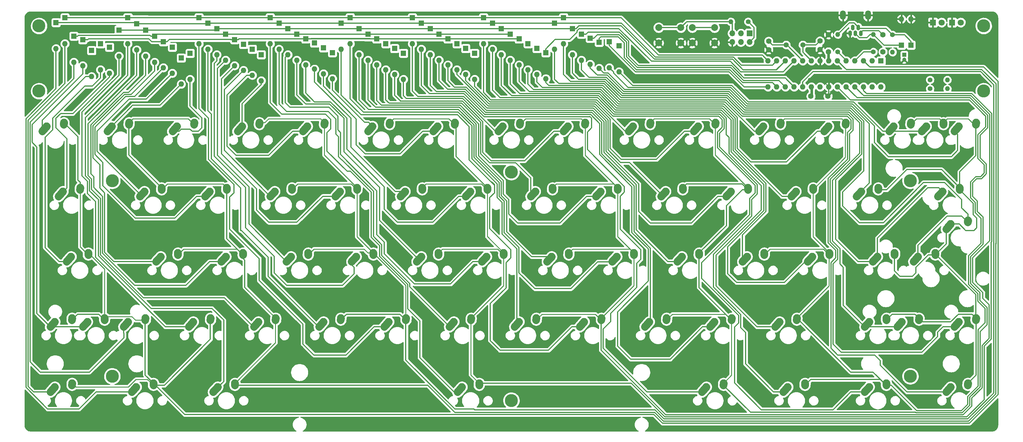
<source format=gbl>
G04 #@! TF.GenerationSoftware,KiCad,Pcbnew,5.99.0-unknown-281d77f~86~ubuntu18.04.1*
G04 #@! TF.CreationDate,2019-09-26T22:21:27+01:00*
G04 #@! TF.ProjectId,gingham,67696e67-6861-46d2-9e6b-696361645f70,V1.0*
G04 #@! TF.SameCoordinates,Original*
G04 #@! TF.FileFunction,Copper,L2,Bot*
G04 #@! TF.FilePolarity,Positive*
%FSLAX46Y46*%
G04 Gerber Fmt 4.6, Leading zero omitted, Abs format (unit mm)*
G04 Created by KiCad (PCBNEW 5.99.0-unknown-281d77f~86~ubuntu18.04.1) date 2019-09-26 22:21:27*
%MOMM*%
%LPD*%
G04 APERTURE LIST*
%ADD10O,1.600000X1.600000*%
%ADD11R,1.600000X1.600000*%
%ADD12C,2.250000*%
%ADD13C,2.250000*%
%ADD14O,1.100000X1.650000*%
%ADD15O,1.700000X2.700000*%
%ADD16C,3.800000*%
%ADD17R,1.200000X1.200000*%
%ADD18C,1.200000*%
%ADD19C,1.600000*%
%ADD20R,1.700000X1.700000*%
%ADD21O,1.700000X1.700000*%
%ADD22C,1.800000*%
%ADD23R,1.800000X1.800000*%
%ADD24C,1.400000*%
%ADD25O,1.400000X1.400000*%
%ADD26C,2.000000*%
%ADD27C,1.500000*%
%ADD28C,1.000000*%
%ADD29C,0.300000*%
%ADD30C,0.250000*%
%ADD31C,0.800000*%
%ADD32C,0.254000*%
G04 APERTURE END LIST*
D10*
X135800000Y-65420000D03*
D11*
X135800000Y-57800000D03*
D12*
X243020000Y-116647500D03*
D13*
X243000000Y-116937500D02*
X243040000Y-116357500D01*
D12*
X243040000Y-116357500D03*
X237345001Y-118167500D03*
D13*
X236690000Y-118897500D02*
X238000002Y-117437500D01*
D12*
X238000000Y-117437500D03*
D10*
X219600000Y-63420000D03*
D11*
X219600000Y-55800000D03*
D10*
X70600000Y-63820000D03*
D11*
X70600000Y-56200000D03*
D10*
X200800000Y-56820000D03*
D11*
X200800000Y-49200000D03*
D10*
X216800000Y-62220000D03*
D11*
X216800000Y-54600000D03*
D12*
X242762500Y-79337500D03*
X242107501Y-80067500D03*
D13*
X241452500Y-80797500D02*
X242762502Y-79337500D01*
D12*
X247802500Y-78257500D03*
X247782500Y-78547500D03*
D13*
X247762500Y-78837500D02*
X247802500Y-78257500D01*
D14*
X290362500Y-52137500D03*
X289562500Y-50437500D03*
X288762500Y-52137500D03*
X287962500Y-50437500D03*
X287162500Y-52137500D03*
D15*
X292412500Y-46837500D03*
X285112500Y-46837500D03*
D11*
X65400000Y-57200000D03*
D10*
X65400000Y-64820000D03*
D12*
X64168750Y-136487500D03*
X63513751Y-137217500D03*
D13*
X62858750Y-137947500D02*
X64168752Y-136487500D01*
D12*
X69208750Y-135407500D03*
X69188750Y-135697500D03*
D13*
X69168750Y-135987500D02*
X69208750Y-135407500D01*
D12*
X321601249Y-107122500D03*
D13*
X321581250Y-107412500D02*
X321621248Y-106832500D01*
D12*
X321621250Y-106832500D03*
X315926245Y-108642496D03*
D13*
X315271250Y-109372500D02*
X316581240Y-107912492D01*
D12*
X316581250Y-107912500D03*
X318962500Y-79337500D03*
X318307501Y-80067500D03*
D13*
X317652500Y-80797500D02*
X318962502Y-79337500D01*
D12*
X324002500Y-78257500D03*
X323982500Y-78547500D03*
D13*
X323962500Y-78837500D02*
X324002500Y-78257500D01*
D10*
X203400000Y-55220000D03*
D11*
X203400000Y-47600000D03*
D12*
X59406250Y-117437500D03*
X58751251Y-118167500D03*
D13*
X58096250Y-118897500D02*
X59406252Y-117437500D01*
D12*
X64446250Y-116357500D03*
X64426250Y-116647500D03*
D13*
X64406250Y-116937500D02*
X64446250Y-116357500D01*
D12*
X57025000Y-98387500D03*
X56370001Y-99117500D03*
D13*
X55715000Y-99847500D02*
X57025002Y-98387500D01*
D12*
X62065000Y-97307500D03*
X62045000Y-97597500D03*
D13*
X62025000Y-97887500D02*
X62065000Y-97307500D01*
D16*
X50000000Y-69050000D03*
X50000000Y-50000000D03*
X326225000Y-69050000D03*
X326225000Y-50000000D03*
D17*
X303000000Y-58400000D03*
D18*
X303000000Y-59900000D03*
D19*
X280870000Y-52556250D03*
X280870000Y-57556250D03*
X275714999Y-70556371D03*
X280714999Y-70556371D03*
X263370000Y-56956250D03*
X263370000Y-54456250D03*
X278370000Y-54406250D03*
X278370000Y-56906250D03*
D11*
X91600000Y-59400000D03*
D10*
X91600000Y-67020000D03*
D11*
X94200000Y-58000000D03*
D10*
X94200000Y-65620000D03*
D11*
X115000000Y-58400000D03*
D10*
X115000000Y-66020000D03*
X112400000Y-64420000D03*
D11*
X112400000Y-56800000D03*
X133200000Y-56400000D03*
D10*
X133200000Y-64020000D03*
X156600000Y-65620000D03*
D11*
X156600000Y-58000000D03*
X154000000Y-56600000D03*
D10*
X154000000Y-64220000D03*
D11*
X177400000Y-58000000D03*
D10*
X177400000Y-65620000D03*
X174800000Y-64220000D03*
D11*
X174800000Y-56600000D03*
D10*
X198200000Y-65420000D03*
D11*
X198200000Y-57800000D03*
X195600000Y-56600000D03*
D10*
X195600000Y-64220000D03*
D11*
X305000000Y-55600000D03*
D10*
X305000000Y-47980000D03*
X302200000Y-47980000D03*
D11*
X302200000Y-55600000D03*
D10*
X89000000Y-63820000D03*
D11*
X89000000Y-56200000D03*
D10*
X86400000Y-62220000D03*
D11*
X86400000Y-54600000D03*
X109800000Y-55400000D03*
D10*
X109800000Y-63020000D03*
D11*
X107200000Y-54000000D03*
D10*
X107200000Y-61620000D03*
D11*
X130600000Y-55000000D03*
D10*
X130600000Y-62620000D03*
X128000000Y-61420000D03*
D11*
X128000000Y-53800000D03*
D10*
X151400000Y-62820000D03*
D11*
X151400000Y-55200000D03*
D10*
X148800000Y-61420000D03*
D11*
X148800000Y-53800000D03*
X172200000Y-55200000D03*
D10*
X172200000Y-62820000D03*
D11*
X169600000Y-53800000D03*
D10*
X169600000Y-61420000D03*
X193000000Y-62820000D03*
D11*
X193000000Y-55200000D03*
D10*
X213800000Y-62420000D03*
D11*
X213800000Y-54800000D03*
D10*
X208600000Y-60020000D03*
D11*
X208600000Y-52400000D03*
D10*
X68000000Y-62820000D03*
D11*
X68000000Y-55200000D03*
X83800000Y-53000000D03*
D10*
X83800000Y-60620000D03*
D11*
X81200000Y-51200000D03*
D10*
X81200000Y-58820000D03*
X104600000Y-60020000D03*
D11*
X104600000Y-52400000D03*
X102000000Y-50800000D03*
D10*
X102000000Y-58420000D03*
D11*
X125400000Y-52400000D03*
D10*
X125400000Y-60020000D03*
D11*
X122800000Y-50800000D03*
D10*
X122800000Y-58420000D03*
X146200000Y-60020000D03*
D11*
X146200000Y-52400000D03*
X143600000Y-50800000D03*
D10*
X143600000Y-58420000D03*
D11*
X167000000Y-52400000D03*
D10*
X167000000Y-60020000D03*
X190400000Y-61420000D03*
D11*
X190400000Y-53800000D03*
D10*
X187800000Y-60020000D03*
D11*
X187800000Y-52400000D03*
D10*
X211200000Y-61220000D03*
D11*
X211200000Y-53600000D03*
X62800000Y-54000000D03*
D10*
X62800000Y-61620000D03*
D11*
X60200000Y-53000000D03*
D10*
X60200000Y-60620000D03*
D11*
X73400000Y-51200000D03*
D10*
X73400000Y-58820000D03*
X78600000Y-57020000D03*
D11*
X78600000Y-49400000D03*
D10*
X99400000Y-56820000D03*
D11*
X99400000Y-49200000D03*
X96800000Y-47600000D03*
D10*
X96800000Y-55220000D03*
X120200000Y-56820000D03*
D11*
X120200000Y-49200000D03*
X141000000Y-47600000D03*
D10*
X141000000Y-55220000D03*
D11*
X138400000Y-49200000D03*
D10*
X138400000Y-56820000D03*
X164400000Y-58420000D03*
D11*
X164400000Y-50800000D03*
D10*
X161800000Y-56820000D03*
D11*
X161800000Y-49200000D03*
D10*
X185200000Y-58420000D03*
D11*
X185200000Y-50800000D03*
D10*
X206000000Y-58420000D03*
D11*
X206000000Y-50800000D03*
D10*
X180000000Y-55220000D03*
D11*
X180000000Y-47600000D03*
D10*
X57600000Y-55220000D03*
D11*
X57600000Y-47600000D03*
D10*
X55000000Y-56620000D03*
D11*
X55000000Y-49000000D03*
X76000000Y-47600000D03*
D10*
X76000000Y-55220000D03*
D11*
X117600000Y-47600000D03*
D10*
X117600000Y-55220000D03*
X159200000Y-55220000D03*
D11*
X159200000Y-47600000D03*
D10*
X182600000Y-56820000D03*
D11*
X182600000Y-49200000D03*
D19*
X296800000Y-52600000D03*
X296800000Y-57600000D03*
D16*
X71431250Y-95243750D03*
X71431250Y-152393750D03*
X304793750Y-95243750D03*
X304793750Y-152393750D03*
X188125000Y-92700000D03*
X188125000Y-159500000D03*
D20*
X257800000Y-52175000D03*
D21*
X257800000Y-54715000D03*
X255260000Y-52175000D03*
X255260000Y-54715000D03*
X252720000Y-52175000D03*
X252720000Y-54715000D03*
D22*
X319540000Y-49000000D03*
D23*
X317000000Y-49000000D03*
X311400000Y-49000000D03*
D22*
X313940000Y-49000000D03*
D24*
X299600000Y-52600000D03*
D25*
X299600000Y-57680000D03*
X283600000Y-52520000D03*
D24*
X283600000Y-57600000D03*
X294000000Y-57600000D03*
D25*
X294000000Y-52520000D03*
X252320000Y-48775000D03*
D24*
X257400000Y-48775000D03*
X310550000Y-65770000D03*
D25*
X315630000Y-65770000D03*
X315630000Y-68370000D03*
D24*
X310550000Y-68370000D03*
D12*
X314457500Y-78547500D03*
D13*
X314437500Y-78837500D02*
X314477500Y-78257500D01*
D12*
X314477500Y-78257500D03*
X308782501Y-80067500D03*
D13*
X308127500Y-80797500D02*
X309437502Y-79337500D01*
D12*
X309437500Y-79337500D03*
X52262500Y-79337500D03*
X51607501Y-80067500D03*
D13*
X50952500Y-80797500D02*
X52262502Y-79337500D01*
D12*
X57302500Y-78257500D03*
X57282500Y-78547500D03*
D13*
X57262500Y-78837500D02*
X57302500Y-78257500D01*
D12*
X71312500Y-79337500D03*
X70657501Y-80067500D03*
D13*
X70002500Y-80797500D02*
X71312502Y-79337500D01*
D12*
X76352500Y-78257500D03*
X76332500Y-78547500D03*
D13*
X76312500Y-78837500D02*
X76352500Y-78257500D01*
D12*
X90362500Y-79337500D03*
X89707501Y-80067500D03*
D13*
X89052500Y-80797500D02*
X90362502Y-79337500D01*
D12*
X95402500Y-78257500D03*
X95382500Y-78547500D03*
D13*
X95362500Y-78837500D02*
X95402500Y-78257500D01*
D12*
X114432500Y-78547500D03*
D13*
X114412500Y-78837500D02*
X114452500Y-78257500D01*
D12*
X114452500Y-78257500D03*
X108757501Y-80067500D03*
D13*
X108102500Y-80797500D02*
X109412502Y-79337500D01*
D12*
X109412500Y-79337500D03*
X133482500Y-78547500D03*
D13*
X133462500Y-78837500D02*
X133502500Y-78257500D01*
D12*
X133502500Y-78257500D03*
X127807501Y-80067500D03*
D13*
X127152500Y-80797500D02*
X128462502Y-79337500D01*
D12*
X128462500Y-79337500D03*
X152532500Y-78547500D03*
D13*
X152512500Y-78837500D02*
X152552500Y-78257500D01*
D12*
X152552500Y-78257500D03*
X146857501Y-80067500D03*
D13*
X146202500Y-80797500D02*
X147512502Y-79337500D01*
D12*
X147512500Y-79337500D03*
X171582500Y-78547500D03*
D13*
X171562500Y-78837500D02*
X171602500Y-78257500D01*
D12*
X171602500Y-78257500D03*
X165907501Y-80067500D03*
D13*
X165252500Y-80797500D02*
X166562502Y-79337500D01*
D12*
X166562500Y-79337500D03*
X190632500Y-78547500D03*
D13*
X190612500Y-78837500D02*
X190652500Y-78257500D01*
D12*
X190652500Y-78257500D03*
X184957501Y-80067500D03*
D13*
X184302500Y-80797500D02*
X185612502Y-79337500D01*
D12*
X185612500Y-79337500D03*
X209682500Y-78547500D03*
D13*
X209662500Y-78837500D02*
X209702500Y-78257500D01*
D12*
X209702500Y-78257500D03*
X204007501Y-80067500D03*
D13*
X203352500Y-80797500D02*
X204662502Y-79337500D01*
D12*
X204662500Y-79337500D03*
X228732500Y-78547500D03*
D13*
X228712500Y-78837500D02*
X228752500Y-78257500D01*
D12*
X228752500Y-78257500D03*
X223057501Y-80067500D03*
D13*
X222402500Y-80797500D02*
X223712502Y-79337500D01*
D12*
X223712500Y-79337500D03*
X261812500Y-79337500D03*
X261157501Y-80067500D03*
D13*
X260502500Y-80797500D02*
X261812502Y-79337500D01*
D12*
X266852500Y-78257500D03*
X266832500Y-78547500D03*
D13*
X266812500Y-78837500D02*
X266852500Y-78257500D01*
D12*
X280862500Y-79337500D03*
X280207501Y-80067500D03*
D13*
X279552500Y-80797500D02*
X280862502Y-79337500D01*
D12*
X285902500Y-78257500D03*
X285882500Y-78547500D03*
D13*
X285862500Y-78837500D02*
X285902500Y-78257500D01*
D12*
X299912500Y-79337500D03*
X299257501Y-80067500D03*
D13*
X298602500Y-80797500D02*
X299912502Y-79337500D01*
D12*
X304952500Y-78257500D03*
X304932500Y-78547500D03*
D13*
X304912500Y-78837500D02*
X304952500Y-78257500D01*
D12*
X80837500Y-98387500D03*
X80182501Y-99117500D03*
D13*
X79527500Y-99847500D02*
X80837502Y-98387500D01*
D12*
X85877500Y-97307500D03*
X85857500Y-97597500D03*
D13*
X85837500Y-97887500D02*
X85877500Y-97307500D01*
D12*
X99887500Y-98387500D03*
X99232501Y-99117500D03*
D13*
X98577500Y-99847500D02*
X99887502Y-98387500D01*
D12*
X104927500Y-97307500D03*
X104907500Y-97597500D03*
D13*
X104887500Y-97887500D02*
X104927500Y-97307500D01*
D12*
X123957500Y-97597500D03*
D13*
X123937500Y-97887500D02*
X123977500Y-97307500D01*
D12*
X123977500Y-97307500D03*
X118282501Y-99117500D03*
D13*
X117627500Y-99847500D02*
X118937502Y-98387500D01*
D12*
X118937500Y-98387500D03*
X143007500Y-97597500D03*
D13*
X142987500Y-97887500D02*
X143027500Y-97307500D01*
D12*
X143027500Y-97307500D03*
X137332501Y-99117500D03*
D13*
X136677500Y-99847500D02*
X137987502Y-98387500D01*
D12*
X137987500Y-98387500D03*
X162057500Y-97597500D03*
D13*
X162037500Y-97887500D02*
X162077500Y-97307500D01*
D12*
X162077500Y-97307500D03*
X156382501Y-99117500D03*
D13*
X155727500Y-99847500D02*
X157037502Y-98387500D01*
D12*
X157037500Y-98387500D03*
X181107500Y-97597500D03*
D13*
X181087500Y-97887500D02*
X181127500Y-97307500D01*
D12*
X181127500Y-97307500D03*
X175432501Y-99117500D03*
D13*
X174777500Y-99847500D02*
X176087502Y-98387500D01*
D12*
X176087500Y-98387500D03*
X200157500Y-97597500D03*
D13*
X200137500Y-97887500D02*
X200177500Y-97307500D01*
D12*
X200177500Y-97307500D03*
X194482501Y-99117500D03*
D13*
X193827500Y-99847500D02*
X195137502Y-98387500D01*
D12*
X195137500Y-98387500D03*
X219207500Y-97597500D03*
D13*
X219187500Y-97887500D02*
X219227500Y-97307500D01*
D12*
X219227500Y-97307500D03*
X213532501Y-99117500D03*
D13*
X212877500Y-99847500D02*
X214187502Y-98387500D01*
D12*
X214187500Y-98387500D03*
X238257500Y-97597500D03*
D13*
X238237500Y-97887500D02*
X238277500Y-97307500D01*
D12*
X238277500Y-97307500D03*
X232582501Y-99117500D03*
D13*
X231927500Y-99847500D02*
X233237502Y-98387500D01*
D12*
X233237500Y-98387500D03*
X252287500Y-98387500D03*
X251632501Y-99117500D03*
D13*
X250977500Y-99847500D02*
X252287502Y-98387500D01*
D12*
X257327500Y-97307500D03*
X257307500Y-97597500D03*
D13*
X257287500Y-97887500D02*
X257327500Y-97307500D01*
D12*
X271337500Y-98387500D03*
X270682501Y-99117500D03*
D13*
X270027500Y-99847500D02*
X271337502Y-98387500D01*
D12*
X276377500Y-97307500D03*
X276357500Y-97597500D03*
D13*
X276337500Y-97887500D02*
X276377500Y-97307500D01*
D12*
X290387500Y-98387500D03*
X289732501Y-99117500D03*
D13*
X289077500Y-99847500D02*
X290387502Y-98387500D01*
D12*
X295427500Y-97307500D03*
X295407500Y-97597500D03*
D13*
X295387500Y-97887500D02*
X295427500Y-97307500D01*
D12*
X295150000Y-117437500D03*
X294495001Y-118167500D03*
D13*
X293840000Y-118897500D02*
X295150002Y-117437500D01*
D12*
X300190000Y-116357500D03*
X300170000Y-116647500D03*
D13*
X300150000Y-116937500D02*
X300190000Y-116357500D01*
D12*
X85600000Y-117437500D03*
X84945001Y-118167500D03*
D13*
X84290000Y-118897500D02*
X85600002Y-117437500D01*
D12*
X90640000Y-116357500D03*
X90620000Y-116647500D03*
D13*
X90600000Y-116937500D02*
X90640000Y-116357500D01*
D12*
X104650000Y-117437500D03*
X103995001Y-118167500D03*
D13*
X103340000Y-118897500D02*
X104650002Y-117437500D01*
D12*
X109690000Y-116357500D03*
X109670000Y-116647500D03*
D13*
X109650000Y-116937500D02*
X109690000Y-116357500D01*
D12*
X128720000Y-116647500D03*
D13*
X128700000Y-116937500D02*
X128740000Y-116357500D01*
D12*
X128740000Y-116357500D03*
X123045001Y-118167500D03*
D13*
X122390000Y-118897500D02*
X123700002Y-117437500D01*
D12*
X123700000Y-117437500D03*
X147770000Y-116647500D03*
D13*
X147750000Y-116937500D02*
X147790000Y-116357500D01*
D12*
X147790000Y-116357500D03*
X142095001Y-118167500D03*
D13*
X141440000Y-118897500D02*
X142750002Y-117437500D01*
D12*
X142750000Y-117437500D03*
X166820000Y-116647500D03*
D13*
X166800000Y-116937500D02*
X166840000Y-116357500D01*
D12*
X166840000Y-116357500D03*
X161145001Y-118167500D03*
D13*
X160490000Y-118897500D02*
X161800002Y-117437500D01*
D12*
X161800000Y-117437500D03*
X180850000Y-117437500D03*
X180195001Y-118167500D03*
D13*
X179540000Y-118897500D02*
X180850002Y-117437500D01*
D12*
X185890000Y-116357500D03*
X185870000Y-116647500D03*
D13*
X185850000Y-116937500D02*
X185890000Y-116357500D01*
D12*
X204920000Y-116647500D03*
D13*
X204900000Y-116937500D02*
X204940000Y-116357500D01*
D12*
X204940000Y-116357500D03*
X199245001Y-118167500D03*
D13*
X198590000Y-118897500D02*
X199900002Y-117437500D01*
D12*
X199900000Y-117437500D03*
X223970000Y-116647500D03*
D13*
X223950000Y-116937500D02*
X223990000Y-116357500D01*
D12*
X223990000Y-116357500D03*
X218295001Y-118167500D03*
D13*
X217640000Y-118897500D02*
X218950002Y-117437500D01*
D12*
X218950000Y-117437500D03*
X257050000Y-117437500D03*
X256395001Y-118167500D03*
D13*
X255740000Y-118897500D02*
X257050002Y-117437500D01*
D12*
X262090000Y-116357500D03*
X262070000Y-116647500D03*
D13*
X262050000Y-116937500D02*
X262090000Y-116357500D01*
D12*
X276100000Y-117437500D03*
X275445001Y-118167500D03*
D13*
X274790000Y-118897500D02*
X276100002Y-117437500D01*
D12*
X281140000Y-116357500D03*
X281120000Y-116647500D03*
D13*
X281100000Y-116937500D02*
X281140000Y-116357500D01*
D12*
X319220000Y-97597500D03*
D13*
X319200000Y-97887500D02*
X319240000Y-97307500D01*
D12*
X319240000Y-97307500D03*
X313545001Y-99117500D03*
D13*
X312890000Y-99847500D02*
X314200002Y-98387500D01*
D12*
X314200000Y-98387500D03*
X312076250Y-116647500D03*
D13*
X312056250Y-116937500D02*
X312096250Y-116357500D01*
D12*
X312096250Y-116357500D03*
X306401251Y-118167500D03*
D13*
X305746250Y-118897500D02*
X307056252Y-117437500D01*
D12*
X307056250Y-117437500D03*
X297788750Y-135697500D03*
D13*
X297768750Y-135987500D02*
X297808750Y-135407500D01*
D12*
X297808750Y-135407500D03*
X292113751Y-137217500D03*
D13*
X291458750Y-137947500D02*
X292768752Y-136487500D01*
D12*
X292768750Y-136487500D03*
X76075000Y-136487500D03*
X75420001Y-137217500D03*
D13*
X74765000Y-137947500D02*
X76075002Y-136487500D01*
D12*
X81115000Y-135407500D03*
X81095000Y-135697500D03*
D13*
X81075000Y-135987500D02*
X81115000Y-135407500D01*
D12*
X95125000Y-136487500D03*
X94470001Y-137217500D03*
D13*
X93815000Y-137947500D02*
X95125002Y-136487500D01*
D12*
X100165000Y-135407500D03*
X100145000Y-135697500D03*
D13*
X100125000Y-135987500D02*
X100165000Y-135407500D01*
D12*
X119195000Y-135697500D03*
D13*
X119175000Y-135987500D02*
X119215000Y-135407500D01*
D12*
X119215000Y-135407500D03*
X113520001Y-137217500D03*
D13*
X112865000Y-137947500D02*
X114175002Y-136487500D01*
D12*
X114175000Y-136487500D03*
X138245000Y-135697500D03*
D13*
X138225000Y-135987500D02*
X138265000Y-135407500D01*
D12*
X138265000Y-135407500D03*
X132570001Y-137217500D03*
D13*
X131915000Y-137947500D02*
X133225002Y-136487500D01*
D12*
X133225000Y-136487500D03*
X157295000Y-135697500D03*
D13*
X157275000Y-135987500D02*
X157315000Y-135407500D01*
D12*
X157315000Y-135407500D03*
X151620001Y-137217500D03*
D13*
X150965000Y-137947500D02*
X152275002Y-136487500D01*
D12*
X152275000Y-136487500D03*
X176345000Y-135697500D03*
D13*
X176325000Y-135987500D02*
X176365000Y-135407500D01*
D12*
X176365000Y-135407500D03*
X170670001Y-137217500D03*
D13*
X170015000Y-137947500D02*
X171325002Y-136487500D01*
D12*
X171325000Y-136487500D03*
X195395000Y-135697500D03*
D13*
X195375000Y-135987500D02*
X195415000Y-135407500D01*
D12*
X195415000Y-135407500D03*
X189720001Y-137217500D03*
D13*
X189065000Y-137947500D02*
X190375002Y-136487500D01*
D12*
X190375000Y-136487500D03*
X214445000Y-135697500D03*
D13*
X214425000Y-135987500D02*
X214465000Y-135407500D01*
D12*
X214465000Y-135407500D03*
X208770001Y-137217500D03*
D13*
X208115000Y-137947500D02*
X209425002Y-136487500D01*
D12*
X209425000Y-136487500D03*
X233495000Y-135697500D03*
D13*
X233475000Y-135987500D02*
X233515000Y-135407500D01*
D12*
X233515000Y-135407500D03*
X227820001Y-137217500D03*
D13*
X227165000Y-137947500D02*
X228475002Y-136487500D01*
D12*
X228475000Y-136487500D03*
X247525000Y-136487500D03*
X246870001Y-137217500D03*
D13*
X246215000Y-137947500D02*
X247525002Y-136487500D01*
D12*
X252565000Y-135407500D03*
X252545000Y-135697500D03*
D13*
X252525000Y-135987500D02*
X252565000Y-135407500D01*
D12*
X266575000Y-136487500D03*
X265920001Y-137217500D03*
D13*
X265265000Y-137947500D02*
X266575002Y-136487500D01*
D12*
X271615000Y-135407500D03*
X271595000Y-135697500D03*
D13*
X271575000Y-135987500D02*
X271615000Y-135407500D01*
D12*
X307313750Y-135697500D03*
D13*
X307293750Y-135987500D02*
X307333750Y-135407500D01*
D12*
X307333750Y-135407500D03*
X301638751Y-137217500D03*
D13*
X300983750Y-137947500D02*
X302293752Y-136487500D01*
D12*
X302293750Y-136487500D03*
X318962500Y-136487500D03*
X318307501Y-137217500D03*
D13*
X317652500Y-137947500D02*
X318962502Y-136487500D01*
D12*
X324002500Y-135407500D03*
X323982500Y-135697500D03*
D13*
X323962500Y-135987500D02*
X324002500Y-135407500D01*
D12*
X54643750Y-155537500D03*
X53988751Y-156267500D03*
D13*
X53333750Y-156997500D02*
X54643752Y-155537500D01*
D12*
X59683750Y-154457500D03*
X59663750Y-154747500D03*
D13*
X59643750Y-155037500D02*
X59683750Y-154457500D01*
D12*
X83476250Y-154747500D03*
D13*
X83456250Y-155037500D02*
X83496250Y-154457500D01*
D12*
X83496250Y-154457500D03*
X77801251Y-156267500D03*
D13*
X77146250Y-156997500D02*
X78456252Y-155537500D01*
D12*
X78456250Y-155537500D03*
X102268750Y-155537500D03*
X101613751Y-156267500D03*
D13*
X100958750Y-156997500D02*
X102268752Y-155537500D01*
D12*
X107308750Y-154457500D03*
X107288750Y-154747500D03*
D13*
X107268750Y-155037500D02*
X107308750Y-154457500D01*
D12*
X178726250Y-154747500D03*
D13*
X178706250Y-155037500D02*
X178746250Y-154457500D01*
D12*
X178746250Y-154457500D03*
X173051251Y-156267500D03*
D13*
X172396250Y-156997500D02*
X173706252Y-155537500D01*
D12*
X173706250Y-155537500D03*
X250163750Y-154747500D03*
D13*
X250143750Y-155037500D02*
X250183750Y-154457500D01*
D12*
X250183750Y-154457500D03*
X244488751Y-156267500D03*
D13*
X243833750Y-156997500D02*
X245143752Y-155537500D01*
D12*
X245143750Y-155537500D03*
X268956250Y-155537500D03*
X268301251Y-156267500D03*
D13*
X267646250Y-156997500D02*
X268956252Y-155537500D01*
D12*
X273996250Y-154457500D03*
X273976250Y-154747500D03*
D13*
X273956250Y-155037500D02*
X273996250Y-154457500D01*
D12*
X297788750Y-154747500D03*
D13*
X297768750Y-155037500D02*
X297808750Y-154457500D01*
D12*
X297808750Y-154457500D03*
X292113751Y-156267500D03*
D13*
X291458750Y-156997500D02*
X292768752Y-155537500D01*
D12*
X292768750Y-155537500D03*
X316581250Y-155537500D03*
X315926251Y-156267500D03*
D13*
X315271250Y-156997500D02*
X316581252Y-155537500D01*
D12*
X321621250Y-154457500D03*
X321601250Y-154747500D03*
D13*
X321581250Y-155037500D02*
X321621250Y-154457500D01*
D26*
X231200000Y-55000000D03*
X231200000Y-50500000D03*
X237700000Y-55000000D03*
X237700000Y-50500000D03*
X247549999Y-50500000D03*
X247549999Y-55000000D03*
X241049999Y-50500000D03*
X241049999Y-55000000D03*
D12*
X59663750Y-135697500D03*
D13*
X59643750Y-135987500D02*
X59683750Y-135407500D01*
D12*
X59683750Y-135407500D03*
X53988751Y-137217500D03*
D13*
X53333750Y-137947500D02*
X54643752Y-136487500D01*
D12*
X54643750Y-136487500D03*
D11*
X296220000Y-60200000D03*
D10*
X263200000Y-67820000D03*
X293680000Y-60200000D03*
X265740000Y-67820000D03*
X291140000Y-60200000D03*
X268280000Y-67820000D03*
X288600000Y-60200000D03*
X270820000Y-67820000D03*
X286060000Y-60200000D03*
X273360000Y-67820000D03*
X283520000Y-60200000D03*
X275900000Y-67820000D03*
X280980000Y-60200000D03*
X278440000Y-67820000D03*
X278440000Y-60200000D03*
X280980000Y-67820000D03*
X275900000Y-60200000D03*
X283520000Y-67820000D03*
X273360000Y-60200000D03*
X286060000Y-67820000D03*
X270820000Y-60200000D03*
X288600000Y-67820000D03*
X268280000Y-60200000D03*
X291140000Y-67820000D03*
X265740000Y-60200000D03*
X293680000Y-67820000D03*
X263200000Y-60200000D03*
X296220000Y-67820000D03*
D27*
X273370000Y-55556250D03*
X268490000Y-55556250D03*
D28*
X311000000Y-94000000D03*
X311000000Y-112000000D03*
X249800000Y-131400000D03*
X248400000Y-112600000D03*
X222200000Y-110000000D03*
X184200000Y-110000000D03*
X107800000Y-113000000D03*
X145200000Y-110600000D03*
X198800000Y-61000000D03*
X175600000Y-61200000D03*
X154400000Y-60800000D03*
X136000000Y-61600000D03*
X158600000Y-78600000D03*
X196800000Y-79600000D03*
X236600000Y-78800000D03*
X278600000Y-111000000D03*
X317400000Y-91800000D03*
X327800000Y-149200000D03*
X287800000Y-148200000D03*
X286800000Y-160800000D03*
X229800000Y-167000000D03*
X161600000Y-149400000D03*
X66000000Y-147200000D03*
X88600000Y-148400000D03*
X94800000Y-166000000D03*
X310400000Y-86600000D03*
X294800000Y-74800000D03*
X294400000Y-88600000D03*
X285600000Y-105600000D03*
X304600000Y-110800000D03*
X318400000Y-117400000D03*
X326400000Y-118000000D03*
X306600000Y-127200000D03*
X310400000Y-132000000D03*
X309600000Y-153400000D03*
X279600000Y-134000000D03*
X284600000Y-136200000D03*
X240400000Y-150200000D03*
X216600000Y-157000000D03*
X197000000Y-166000000D03*
X145200000Y-130400000D03*
X132800000Y-111000000D03*
X171000000Y-111400000D03*
X206800000Y-110600000D03*
X230200000Y-91600000D03*
X201800000Y-91600000D03*
X158400000Y-91200000D03*
X86800000Y-74600000D03*
X115800000Y-74600000D03*
X116800000Y-93600000D03*
X92800000Y-94800000D03*
X80400000Y-114000000D03*
X72600000Y-132400000D03*
X66800000Y-153800000D03*
X92200000Y-153400000D03*
X147800000Y-152200000D03*
X200600000Y-149600000D03*
X193600000Y-129600000D03*
X232600000Y-130400000D03*
X268200000Y-128600000D03*
X273000000Y-90400000D03*
X273600000Y-79400000D03*
X225400000Y-59200000D03*
X257000000Y-60200000D03*
X243000000Y-65600000D03*
X229200000Y-65400000D03*
X223800000Y-48400000D03*
X275370000Y-65756250D03*
X53800000Y-127200000D03*
X53600000Y-93600000D03*
X59600000Y-91400000D03*
X59000000Y-74200000D03*
X64600000Y-111000000D03*
D29*
X55000000Y-79800000D02*
X58149999Y-82949999D01*
X58149999Y-82949999D02*
X58149999Y-97412501D01*
X58149999Y-97412501D02*
X55715000Y-99847500D01*
X55000000Y-77000000D02*
X55000000Y-79800000D01*
X56400000Y-75600000D02*
X55000000Y-77000000D01*
X59951370Y-75600000D02*
X56400000Y-75600000D01*
X70600000Y-63820000D02*
X70600000Y-64951370D01*
X70600000Y-64951370D02*
X59951370Y-75600000D01*
X322400000Y-95600000D02*
X322400000Y-100238958D01*
X326400000Y-93000000D02*
X325363599Y-94036401D01*
X321600000Y-160635724D02*
X319735724Y-162500000D01*
X323800000Y-101638958D02*
X323800000Y-104600000D01*
X325849501Y-75449501D02*
X326800000Y-76400000D01*
X326400000Y-90600000D02*
X326400000Y-93000000D01*
X324562510Y-81788948D02*
X324562510Y-88762510D01*
X326667481Y-132590987D02*
X326667481Y-136732519D01*
X321600000Y-158302916D02*
X321600000Y-160635724D01*
X326800000Y-79551458D02*
X324562510Y-81788948D01*
X323963599Y-94036401D02*
X322400000Y-95600000D01*
X323800000Y-104600000D02*
X325462151Y-106262151D01*
X324562509Y-130486015D02*
X326667481Y-132590987D01*
X283520000Y-67820000D02*
X287299931Y-71599931D01*
X287299931Y-71599931D02*
X322044453Y-71599931D01*
X326800000Y-76400000D02*
X326800000Y-79551458D01*
X299237500Y-155037500D02*
X297768750Y-155037500D01*
X322044453Y-71599931D02*
X325849501Y-75404979D01*
X322400000Y-100238958D02*
X323800000Y-101638958D01*
X324562510Y-88762510D02*
X326400000Y-90600000D01*
X325849501Y-75404979D02*
X325849501Y-75449501D01*
X325462151Y-113537849D02*
X321800000Y-117200000D01*
X325363599Y-94036401D02*
X323963599Y-94036401D01*
X321800000Y-125532734D02*
X324562509Y-128295243D01*
X325462151Y-106262151D02*
X325462151Y-113537849D01*
X321800000Y-117200000D02*
X321800000Y-125532734D01*
X324562509Y-128295243D02*
X324562509Y-130486015D01*
X326667481Y-136732519D02*
X324602509Y-138797491D01*
X324602509Y-138797491D02*
X324602509Y-155300407D01*
X324602509Y-155300407D02*
X321600000Y-158302916D01*
X319735724Y-162500000D02*
X306700000Y-162500000D01*
X306700000Y-162500000D02*
X299237500Y-155037500D01*
X326062161Y-105862161D02*
X326062161Y-113786381D01*
X324400000Y-101229772D02*
X324400000Y-104200000D01*
X286060000Y-67820000D02*
X289239921Y-70999921D01*
X327400000Y-76106936D02*
X327400000Y-79800000D01*
X325162518Y-127962518D02*
X325162518Y-130237482D01*
X323000000Y-99829772D02*
X324400000Y-101229772D01*
X324515808Y-127400000D02*
X324600000Y-127400000D01*
X324400000Y-104200000D02*
X326062161Y-105862161D01*
X325612132Y-94636410D02*
X324212131Y-94636411D01*
X327000010Y-93248532D02*
X325612132Y-94636410D01*
X325162518Y-130237482D02*
X327267491Y-132342455D01*
X325200000Y-88551458D02*
X327000009Y-90351467D01*
X325200000Y-82000000D02*
X325200000Y-88551458D01*
X327000009Y-90351467D02*
X327000010Y-93248532D01*
X323000000Y-95848542D02*
X323000000Y-99829772D01*
X326062161Y-113786381D02*
X322400000Y-117448542D01*
X322292985Y-70999921D02*
X327400000Y-76106936D01*
X322200000Y-160884266D02*
X319984257Y-163100009D01*
X324212131Y-94636411D02*
X323000000Y-95848542D01*
X289239921Y-70999921D02*
X322292985Y-70999921D01*
X327400000Y-79800000D02*
X325200000Y-82000000D01*
X322400000Y-117448542D02*
X322400000Y-125284192D01*
X322400000Y-125284192D02*
X324515808Y-127400000D01*
X324600000Y-127400000D02*
X325162518Y-127962518D01*
X327267491Y-132342455D02*
X327267491Y-137332509D01*
X327267491Y-137332509D02*
X325202519Y-139397481D01*
X325202519Y-139397481D02*
X325202519Y-155548939D01*
X325202519Y-155548939D02*
X322200000Y-158551458D01*
X322200000Y-158551458D02*
X322200000Y-160884266D01*
X319984257Y-163100009D02*
X306451468Y-163100010D01*
X306451468Y-163100010D02*
X306298333Y-162946875D01*
X306298333Y-162946875D02*
X258053125Y-162946875D01*
X258053125Y-162946875D02*
X250143750Y-155037500D01*
X323048542Y-117751458D02*
X328040251Y-112759749D01*
X323048542Y-125000000D02*
X323048542Y-117751458D01*
X327867501Y-131467501D02*
X326000000Y-129600000D01*
X215499982Y-145900000D02*
X215500000Y-145900000D01*
X326000000Y-127951458D02*
X323048542Y-125000000D01*
X325802529Y-155797471D02*
X325802529Y-143397471D01*
X322800010Y-158799990D02*
X325802529Y-155797471D01*
X328040251Y-112759749D02*
X328040251Y-75898645D01*
X327867501Y-141332499D02*
X327867501Y-131467501D01*
X214399991Y-136012509D02*
X214399991Y-144800009D01*
X325802529Y-143397471D02*
X327867501Y-141332499D01*
X320232790Y-163700018D02*
X322800010Y-161132798D01*
X214399991Y-144800009D02*
X215499982Y-145900000D01*
X326000000Y-129600000D02*
X326000000Y-127951458D01*
X215500000Y-145900000D02*
X233300018Y-163700018D01*
X322800010Y-161132798D02*
X322800010Y-158799990D01*
X233300018Y-163700018D02*
X320232790Y-163700018D01*
X328040251Y-75898645D02*
X322541517Y-70399911D01*
X322541517Y-70399911D02*
X291179911Y-70399911D01*
X291179911Y-70399911D02*
X288600000Y-67820000D01*
X319112500Y-107912500D02*
X321000000Y-109800000D01*
X323400000Y-109800000D02*
X321000000Y-109800000D01*
X324200000Y-109000000D02*
X323400000Y-109800000D01*
X324200000Y-106200000D02*
X324200000Y-109000000D01*
X323196251Y-105196251D02*
X324200000Y-106200000D01*
X323196251Y-105196251D02*
X323196251Y-101883751D01*
X322105322Y-166100056D02*
X232305891Y-166100057D01*
X326200000Y-62000000D02*
X330462490Y-66262490D01*
X330462490Y-157742888D02*
X322105322Y-166100056D01*
X229805832Y-163600000D02*
X92638750Y-163600000D01*
X330462490Y-66262490D02*
X330462490Y-157742888D01*
X292940000Y-62000000D02*
X326200000Y-62000000D01*
X291140000Y-60200000D02*
X292940000Y-62000000D01*
X232305891Y-166100057D02*
X229805832Y-163600000D01*
X92638750Y-163600000D02*
X83496250Y-154457500D01*
X325664542Y-62735458D02*
X329862480Y-66933396D01*
X286080114Y-62760114D02*
X325639886Y-62760114D01*
X325639886Y-62760114D02*
X325664542Y-62735458D01*
X283520000Y-60200000D02*
X286080114Y-62760114D01*
X329240271Y-113256813D02*
X329200000Y-113297084D01*
X230102916Y-162200000D02*
X177400000Y-162200000D01*
X325360124Y-63360124D02*
X329240271Y-67240271D01*
X273360000Y-67820000D02*
X273360000Y-66360248D01*
X321608256Y-164900038D02*
X232802954Y-164900038D01*
X329240271Y-67240271D02*
X329240271Y-113256813D01*
X276360124Y-63360124D02*
X325360124Y-63360124D01*
X171609149Y-161981401D02*
X157275000Y-147647252D01*
X273360000Y-66360248D02*
X276360124Y-63360124D01*
X157275000Y-147647252D02*
X157275000Y-135987500D01*
X329200000Y-113297084D02*
X329200000Y-157308294D01*
X232802954Y-164900038D02*
X230102916Y-162200000D01*
X329200000Y-157308294D02*
X321608256Y-164900038D01*
X177400000Y-162200000D02*
X177181401Y-161981401D01*
X177181401Y-161981401D02*
X171609149Y-161981401D01*
X231200000Y-50500000D02*
X237700000Y-50500000D01*
X257400000Y-48775000D02*
X259100001Y-50475001D01*
X259100001Y-50475001D02*
X259100001Y-53414999D01*
X257800000Y-54715000D02*
X259100001Y-53414999D01*
X207948542Y-50800000D02*
X219555628Y-50800000D01*
X207349999Y-51398543D02*
X207349999Y-51860003D01*
X207948542Y-50800000D02*
X207349999Y-51398543D01*
X207349999Y-51860003D02*
X205240003Y-53969999D01*
X205240003Y-53969999D02*
X200930001Y-53969999D01*
X200930001Y-53969999D02*
X198200000Y-56700000D01*
X198200000Y-56700000D02*
X198200000Y-57800000D01*
X267613592Y-63406408D02*
X255200576Y-63406408D01*
X270820000Y-60200000D02*
X267613592Y-63406408D01*
X255200576Y-63406408D02*
X252121881Y-60327713D01*
X252121881Y-60327713D02*
X229083341Y-60327713D01*
X229083341Y-60327713D02*
X219555628Y-50800000D01*
X252817863Y-59727703D02*
X255896558Y-62806398D01*
X220248542Y-50000000D02*
X229976245Y-59727703D01*
X207900000Y-50000000D02*
X220248542Y-50000000D01*
X255896558Y-62806398D02*
X265673602Y-62806398D01*
X206000000Y-50800000D02*
X207100000Y-50800000D01*
X229976245Y-59727703D02*
X252817863Y-59727703D01*
X207100000Y-50800000D02*
X207900000Y-50000000D01*
X265673602Y-62806398D02*
X268280000Y-60200000D01*
X222400018Y-58754392D02*
X222400018Y-54492932D01*
X225245597Y-61599971D02*
X222400018Y-58754392D01*
X252545597Y-61599971D02*
X225245597Y-61599971D01*
X219707086Y-51800000D02*
X210589998Y-51800000D01*
X268200000Y-65200000D02*
X256145626Y-65200000D01*
X256145626Y-65200000D02*
X252545597Y-61599971D01*
X270820000Y-67820000D02*
X268200000Y-65200000D01*
X222400018Y-54492932D02*
X219707086Y-51800000D01*
X210589998Y-51800000D02*
X209989998Y-52400000D01*
X209989998Y-52400000D02*
X208600000Y-52400000D01*
X221800010Y-59002926D02*
X221800009Y-54741465D01*
X213300000Y-52600000D02*
X212300000Y-53600000D01*
X224997065Y-62199981D02*
X221800010Y-59002926D01*
X252297065Y-62199981D02*
X224997065Y-62199981D01*
X212300000Y-53600000D02*
X211200000Y-53600000D01*
X256033536Y-65936452D02*
X252297065Y-62199981D01*
X266396452Y-65936452D02*
X256033536Y-65936452D01*
X268280000Y-67820000D02*
X266396452Y-65936452D01*
X221800009Y-54741465D02*
X219658544Y-52600000D01*
X219658544Y-52600000D02*
X213300000Y-52600000D01*
X221200000Y-59251458D02*
X221200000Y-54989998D01*
X224748532Y-62799990D02*
X221200000Y-59251458D01*
X252048532Y-62799990D02*
X224748532Y-62799990D01*
X255818541Y-66569999D02*
X252048532Y-62799990D01*
X264489999Y-66569999D02*
X255818541Y-66569999D01*
X265740000Y-67820000D02*
X264489999Y-66569999D01*
X221200000Y-54989998D02*
X219410012Y-53200010D01*
X219410012Y-53200010D02*
X214299990Y-53200010D01*
X214299990Y-53200010D02*
X213800000Y-53700000D01*
X213800000Y-53700000D02*
X213800000Y-54800000D01*
X251800000Y-63400000D02*
X224500000Y-63400000D01*
X224500000Y-63400000D02*
X216800000Y-55700000D01*
X216800000Y-55700000D02*
X216800000Y-54600000D01*
X256220000Y-67820000D02*
X251800000Y-63400000D01*
X263200000Y-67820000D02*
X256220000Y-67820000D01*
X200800000Y-49200000D02*
X220297084Y-49200000D01*
X220297084Y-49200000D02*
X230224777Y-59127693D01*
X255388703Y-61450001D02*
X264489999Y-61450001D01*
X230224777Y-59127693D02*
X253066395Y-59127693D01*
X253066395Y-59127693D02*
X255388703Y-61450001D01*
X264489999Y-61450001D02*
X265740000Y-60200000D01*
X263200000Y-60200000D02*
X261527683Y-58527683D01*
X261527683Y-58527683D02*
X231127683Y-58527683D01*
X231127683Y-58527683D02*
X220200000Y-47600000D01*
X220200000Y-47600000D02*
X203400000Y-47600000D01*
X265593602Y-62806398D02*
X266400000Y-62000000D01*
X237700000Y-50500000D02*
X239425000Y-48775000D01*
X239425000Y-48775000D02*
X252320000Y-48775000D01*
X256891210Y-73399960D02*
X287618672Y-73399960D01*
X252091162Y-68599912D02*
X256891210Y-73399960D01*
X216442547Y-63799837D02*
X221242622Y-68599912D01*
X215179837Y-63799837D02*
X216442547Y-63799837D01*
X221242622Y-68599912D02*
X252091162Y-68599912D01*
X292800000Y-95975000D02*
X289077500Y-99697500D01*
X213800000Y-62420000D02*
X215179837Y-63799837D01*
X287618672Y-73399960D02*
X292800000Y-78581288D01*
X292800000Y-78581288D02*
X292800000Y-95975000D01*
X218024315Y-63775685D02*
X222248532Y-67999902D01*
X218024315Y-63775685D02*
X218024315Y-63444315D01*
X218024315Y-63444315D02*
X216800000Y-62220000D01*
X223579892Y-67399892D02*
X252588226Y-67399892D01*
X219600000Y-63420000D02*
X223579892Y-67399892D01*
X291988531Y-69799901D02*
X322790049Y-69799901D01*
X291140000Y-67820000D02*
X291140000Y-68951370D01*
X291140000Y-68951370D02*
X291988531Y-69799901D01*
X322790049Y-69799901D02*
X328640261Y-75650113D01*
X329840281Y-112759719D02*
X329840281Y-113759719D01*
X329862480Y-66933396D02*
X329862480Y-112737520D01*
X329862480Y-112737520D02*
X329840281Y-112759719D01*
X329840281Y-113759719D02*
X329800000Y-113800000D01*
X329800000Y-113800000D02*
X329800000Y-157556836D01*
X329800000Y-113545626D02*
X329800000Y-113800000D01*
X329840281Y-113505345D02*
X329800000Y-113545626D01*
X163637500Y-155037500D02*
X107268750Y-155037500D01*
X329800000Y-157556836D02*
X321856789Y-165500047D01*
X321856789Y-165500047D02*
X232554422Y-165500048D01*
X232554422Y-165500048D02*
X230054374Y-163000000D01*
X230054374Y-163000000D02*
X171600000Y-163000000D01*
X171600000Y-163000000D02*
X163637500Y-155037500D01*
X89000000Y-63820000D02*
X81420000Y-71400000D01*
X81420000Y-71400000D02*
X76400000Y-71400000D01*
X67000000Y-86600000D02*
X79527500Y-99127500D01*
X76400000Y-71400000D02*
X67000000Y-80800000D01*
X67000000Y-80800000D02*
X67000000Y-86600000D01*
X75525000Y-75125000D02*
X70002500Y-80647500D01*
X75525000Y-75075000D02*
X77400000Y-73200000D01*
X85420000Y-73200000D02*
X77400000Y-73200000D01*
X75525000Y-75125000D02*
X75525000Y-75075000D01*
X91600000Y-67020000D02*
X85420000Y-73200000D01*
X96600000Y-80800000D02*
X97600000Y-79800000D01*
X94205000Y-80200000D02*
X94805000Y-80800000D01*
X94805000Y-80800000D02*
X96600000Y-80800000D01*
X91002500Y-80797500D02*
X91600000Y-80200000D01*
X91600000Y-80200000D02*
X94205000Y-80200000D01*
X89052500Y-80797500D02*
X91002500Y-80797500D01*
X97600000Y-79800000D02*
X97600000Y-76848542D01*
X94200000Y-73448542D02*
X94200000Y-65620000D01*
X97600000Y-76848542D02*
X94200000Y-73448542D01*
X127200000Y-137200000D02*
X114400000Y-124400000D01*
X130400000Y-146200000D02*
X127200000Y-143000000D01*
X99600000Y-89000000D02*
X99600000Y-77000000D01*
X139800000Y-146200000D02*
X130400000Y-146200000D01*
X105800000Y-109400000D02*
X105800000Y-100000000D01*
X105800000Y-100000000D02*
X107000000Y-98800000D01*
X127200000Y-143000000D02*
X127200000Y-137200000D01*
X148052500Y-137947500D02*
X139800000Y-146200000D01*
X107000000Y-96400000D02*
X99600000Y-89000000D01*
X150965000Y-137947500D02*
X148052500Y-137947500D01*
X114400000Y-124400000D02*
X114400000Y-118000000D01*
X114400000Y-118000000D02*
X105800000Y-109400000D01*
X107000000Y-98800000D02*
X107000000Y-96400000D01*
X99600000Y-77000000D02*
X96800000Y-74200000D01*
X96800000Y-74200000D02*
X96800000Y-55220000D01*
X76312500Y-78837500D02*
X76312500Y-87742500D01*
X76312500Y-87742500D02*
X85877500Y-97307500D01*
X328640261Y-113008281D02*
X328640261Y-75650113D01*
X326402539Y-143646003D02*
X328467510Y-141581032D01*
X326402539Y-159257213D02*
X326402539Y-143646003D01*
X321359724Y-164300028D02*
X326402539Y-159257213D01*
X233051486Y-164300028D02*
X321359724Y-164300028D01*
X223208958Y-154457500D02*
X233051486Y-164300028D01*
X178746250Y-154457500D02*
X223208958Y-154457500D01*
X328467510Y-141581032D02*
X328467510Y-113181032D01*
X328467510Y-113181032D02*
X328640261Y-113008281D01*
X226000000Y-115400000D02*
X226000000Y-118200000D01*
X221200000Y-96948998D02*
X221200000Y-98600000D01*
X220000000Y-109400000D02*
X226000000Y-115400000D01*
X211600000Y-79800000D02*
X210400000Y-81000000D01*
X228304176Y-156997500D02*
X243833750Y-156997500D01*
X221200000Y-98600000D02*
X220000000Y-99800000D01*
X210400000Y-86148998D02*
X221200000Y-96948998D01*
X210400000Y-81000000D02*
X210400000Y-86148998D01*
X211600000Y-77000000D02*
X211600000Y-79800000D01*
X211100000Y-76500000D02*
X211600000Y-77000000D01*
X217200000Y-134000000D02*
X217200000Y-136400000D01*
X159200000Y-55220000D02*
X159200000Y-69000000D01*
X159200000Y-69000000D02*
X160800000Y-70600000D01*
X220000000Y-99800000D02*
X220000000Y-109400000D01*
X160800000Y-70600000D02*
X174200000Y-70600000D01*
X174200000Y-70600000D02*
X180157491Y-76557491D01*
X224800000Y-126400000D02*
X217200000Y-134000000D01*
X180157491Y-76557491D02*
X211042509Y-76557491D01*
X211042509Y-76557491D02*
X211100000Y-76500000D01*
X226000000Y-118200000D02*
X224800000Y-119400000D01*
X224800000Y-119400000D02*
X224800000Y-126400000D01*
X217200000Y-136400000D02*
X215000000Y-138600000D01*
X215000000Y-138600000D02*
X215000000Y-144200000D01*
X215000000Y-144200000D02*
X227800000Y-157000000D01*
X227800000Y-157000000D02*
X228301676Y-157000000D01*
X228301676Y-157000000D02*
X228304176Y-156997500D01*
X47400000Y-78200000D02*
X47400000Y-79800000D01*
X47400000Y-78200000D02*
X60200000Y-65400000D01*
X49400000Y-134013750D02*
X49400000Y-85400000D01*
X53333750Y-137947500D02*
X49400000Y-134013750D01*
X49400000Y-85400000D02*
X48000020Y-84000020D01*
X48000020Y-78799980D02*
X62800000Y-64000000D01*
X62800000Y-64000000D02*
X62800000Y-61620000D01*
X48000020Y-84000020D02*
X48000020Y-78799980D01*
X64400000Y-93751458D02*
X65400019Y-94751477D01*
X65400019Y-97800019D02*
X68007509Y-100407509D01*
X64400000Y-78620000D02*
X64400000Y-93751458D01*
X78600000Y-64420000D02*
X64400000Y-78620000D01*
X65400019Y-94751477D02*
X65400019Y-97800019D01*
X78600000Y-57020000D02*
X78600000Y-64420000D01*
X68007509Y-100407509D02*
X68007509Y-116958967D01*
X68007509Y-116958967D02*
X80524271Y-129475729D01*
X80524271Y-129475729D02*
X104275729Y-129475729D01*
X104275729Y-129475729D02*
X112747500Y-137947500D01*
X64800009Y-98199991D02*
X64800000Y-98200000D01*
X63600000Y-93800000D02*
X64800009Y-95000009D01*
X67407499Y-100807499D02*
X67407499Y-117207499D01*
X64800009Y-95000009D02*
X64800009Y-98199991D01*
X63600000Y-76820000D02*
X63600000Y-93800000D01*
X76000000Y-64420000D02*
X63600000Y-76820000D01*
X76000000Y-55220000D02*
X76000000Y-64420000D01*
X64800000Y-98200000D02*
X67407499Y-100807499D01*
X104030001Y-153926249D02*
X100958750Y-156997500D01*
X67407499Y-117207499D02*
X82800000Y-132600000D01*
X82800000Y-132600000D02*
X100600000Y-132600000D01*
X100600000Y-132600000D02*
X104030001Y-136030001D01*
X104030001Y-136030001D02*
X104030001Y-153926249D01*
X73410000Y-64410000D02*
X62625010Y-75194990D01*
X73400000Y-58820000D02*
X73400000Y-64400000D01*
X73400000Y-64400000D02*
X73410000Y-64410000D01*
X68000000Y-65200000D02*
X65600000Y-67600000D01*
X68000000Y-62820000D02*
X68000000Y-65200000D01*
X63685000Y-64820000D02*
X50952500Y-77552500D01*
X50952500Y-77552500D02*
X50952500Y-80797500D01*
X65400000Y-64820000D02*
X63685000Y-64820000D01*
X60200000Y-60620000D02*
X60200000Y-65400000D01*
X61740851Y-161981401D02*
X66724752Y-156997500D01*
X55000000Y-68351370D02*
X46200000Y-77151370D01*
X55000000Y-56620000D02*
X55000000Y-68351370D01*
X52546649Y-161981401D02*
X61740851Y-161981401D01*
X46200000Y-155634752D02*
X52546649Y-161981401D01*
X46200000Y-77151370D02*
X46200000Y-155634752D01*
X66724752Y-156997500D02*
X77146250Y-156997500D01*
X46800000Y-77600000D02*
X57600000Y-66800000D01*
X57600000Y-55220000D02*
X57600000Y-66800000D01*
X62800000Y-54000000D02*
X64300000Y-54000000D01*
X64300000Y-54000000D02*
X64550001Y-53749999D01*
X61550001Y-52749999D02*
X82449999Y-52749999D01*
X60200000Y-53000000D02*
X61300000Y-53000000D01*
X61300000Y-53000000D02*
X61550001Y-52749999D01*
X73400000Y-51200000D02*
X81200000Y-51200000D01*
X57600000Y-47600000D02*
X76000000Y-47600000D01*
X55000000Y-49000000D02*
X78200000Y-49000000D01*
X54000000Y-80400000D02*
X51800000Y-82600000D01*
X65600000Y-67600000D02*
X63400000Y-67600000D01*
X55897500Y-118897500D02*
X58096250Y-118897500D01*
X54000000Y-77000000D02*
X54000000Y-80400000D01*
X63400000Y-67600000D02*
X54000000Y-77000000D01*
X51800000Y-82600000D02*
X51800000Y-114800000D01*
X51800000Y-114800000D02*
X55897500Y-118897500D01*
X61433001Y-95084511D02*
X61433001Y-82388001D01*
X61433001Y-82388001D02*
X57882500Y-78837500D01*
X62065000Y-97307500D02*
X62065000Y-95716510D01*
X62065000Y-95716510D02*
X61433001Y-95084511D01*
X182600000Y-49200000D02*
X200800000Y-49200000D01*
X164400000Y-50800000D02*
X206000000Y-50800000D01*
X313932500Y-92000000D02*
X319240000Y-97307500D01*
X303800000Y-92000000D02*
X313932500Y-92000000D01*
X297912500Y-97887500D02*
X303800000Y-92000000D01*
X295387500Y-97887500D02*
X297912500Y-97887500D01*
X295150000Y-117437500D02*
X295150000Y-112033776D01*
X313075001Y-97262501D02*
X314200000Y-98387500D01*
X295150000Y-112033776D02*
X309921275Y-97262501D01*
X309921275Y-97262501D02*
X313075001Y-97262501D01*
X319800000Y-100800000D02*
X319800000Y-103200000D01*
X314800000Y-95800000D02*
X319800000Y-100800000D01*
X319800000Y-103200000D02*
X321621250Y-105021250D01*
X321621250Y-105021250D02*
X321621250Y-107372500D01*
X308600000Y-95800000D02*
X314800000Y-95800000D01*
X289900000Y-107500000D02*
X296900000Y-107500000D01*
X296900000Y-107500000D02*
X308600000Y-95800000D01*
X285000000Y-102600000D02*
X289900000Y-107500000D01*
X203400000Y-47600000D02*
X180000000Y-47600000D01*
X251842630Y-69199922D02*
X256642678Y-73999970D01*
X220994090Y-69199922D02*
X251842630Y-69199922D01*
X213248477Y-64399847D02*
X216194016Y-64399848D01*
X216194016Y-64399848D02*
X220994090Y-69199922D01*
X287370140Y-73999970D02*
X291200019Y-77829849D01*
X211200000Y-61220000D02*
X211200000Y-62351370D01*
X285000000Y-98600000D02*
X285000000Y-102600000D01*
X211200000Y-62351370D02*
X213248477Y-64399847D01*
X256642678Y-73999970D02*
X287370140Y-73999970D01*
X291200019Y-77829849D02*
X291200019Y-92399981D01*
X291200019Y-92399981D02*
X285000000Y-98600000D01*
X287867204Y-72799950D02*
X294300000Y-79232746D01*
X222248532Y-67999902D02*
X252339694Y-67999902D01*
X294300000Y-79232746D02*
X294300000Y-84100000D01*
X294300000Y-84100000D02*
X298400000Y-88200000D01*
X257139742Y-72799950D02*
X287867204Y-72799950D01*
X252339694Y-67999902D02*
X257139742Y-72799950D01*
X318600000Y-86400000D02*
X318600000Y-81745000D01*
X298400000Y-88200000D02*
X316800000Y-88200000D01*
X316800000Y-88200000D02*
X318600000Y-86400000D01*
X318600000Y-81745000D02*
X317652500Y-80797500D01*
X288199940Y-72199940D02*
X296797500Y-80797500D01*
X252588226Y-67399892D02*
X257388274Y-72199940D01*
X257388274Y-72199940D02*
X288199940Y-72199940D01*
X296797500Y-80797500D02*
X298602500Y-80797500D01*
X208600000Y-60020000D02*
X208600000Y-62800000D01*
X208600000Y-62800000D02*
X210799857Y-64999857D01*
X210799857Y-64999857D02*
X215945483Y-64999857D01*
X215945483Y-64999857D02*
X220745558Y-69799932D01*
X220745558Y-69799932D02*
X251594098Y-69799932D01*
X107200000Y-54000000D02*
X108300000Y-54000000D01*
X108500000Y-53800000D02*
X128000000Y-53800000D01*
X108300000Y-54000000D02*
X108500000Y-53800000D01*
X104600000Y-52400000D02*
X125400000Y-52400000D01*
X122800000Y-50800000D02*
X102000000Y-50800000D01*
X99400000Y-49200000D02*
X120200000Y-49200000D01*
X216400038Y-86200038D02*
X220100000Y-89900000D01*
X222700000Y-89900000D02*
X220100000Y-89900000D01*
X231927500Y-99127500D02*
X222700000Y-89900000D01*
D30*
X280980000Y-67820000D02*
X280980000Y-70496250D01*
D31*
X275920000Y-70556250D02*
X275920000Y-67840000D01*
D29*
X215696951Y-65599867D02*
X220497026Y-70399942D01*
X206000000Y-63800000D02*
X207799866Y-65599866D01*
X207799866Y-65599866D02*
X215696951Y-65599867D01*
X206000000Y-58420000D02*
X206000000Y-63800000D01*
X220497026Y-70399942D02*
X251345566Y-70399942D01*
X215448418Y-66199876D02*
X220248492Y-70999950D01*
X220248492Y-70999950D02*
X251097035Y-70999951D01*
X205399875Y-66199875D02*
X215448418Y-66199876D01*
X203400000Y-64200000D02*
X205399875Y-66199875D01*
X203400000Y-55220000D02*
X203400000Y-64200000D01*
X280800000Y-113400000D02*
X283000000Y-115600000D01*
X255648542Y-76400000D02*
X286376002Y-76400000D01*
X286400000Y-89000000D02*
X280800000Y-94600000D01*
X286400000Y-82413186D02*
X286400000Y-89000000D01*
X287477501Y-80122499D02*
X286437510Y-81162490D01*
X287477501Y-77501499D02*
X287477501Y-80122499D01*
X283000000Y-115600000D02*
X283000000Y-117800000D01*
X296000000Y-147800000D02*
X296000000Y-149200000D01*
X296000000Y-149200000D02*
X303797500Y-156997500D01*
X286376002Y-76400000D02*
X287477501Y-77501499D01*
X286437510Y-82375676D02*
X286400000Y-82413186D01*
X200800000Y-56820000D02*
X200800000Y-65600000D01*
X200800000Y-65600000D02*
X201999884Y-66799884D01*
X280800000Y-94600000D02*
X280800000Y-113400000D01*
X219999960Y-71599960D02*
X250848502Y-71599960D01*
X201999884Y-66799884D02*
X215199885Y-66799885D01*
X215199885Y-66799885D02*
X219999960Y-71599960D01*
X286437510Y-81162490D02*
X286437510Y-82375676D01*
X250848502Y-71599960D02*
X255648542Y-76400000D01*
X283000000Y-117800000D02*
X281600000Y-119200000D01*
X294400000Y-146200000D02*
X296000000Y-147800000D01*
X281600000Y-119200000D02*
X281600000Y-144200000D01*
X281600000Y-144200000D02*
X283600000Y-146200000D01*
X283600000Y-146200000D02*
X294400000Y-146200000D01*
X303797500Y-156997500D02*
X315271250Y-156997500D01*
X199048524Y-67399894D02*
X214896978Y-67399894D01*
X214896978Y-67399894D02*
X219697054Y-72199970D01*
X198200000Y-65420000D02*
X198200000Y-66551370D01*
X198200000Y-66551370D02*
X199048524Y-67399894D01*
X214697082Y-68102918D02*
X216194155Y-69599990D01*
X213199906Y-67999906D02*
X214594070Y-67999906D01*
X212999904Y-67999904D02*
X213199904Y-67999904D01*
X213199904Y-67999904D02*
X213199906Y-67999906D01*
X214594070Y-67999906D02*
X214697082Y-68102918D01*
X197199904Y-67999904D02*
X212999904Y-67999904D01*
X212999904Y-67999904D02*
X212999906Y-67999906D01*
X195600000Y-64220000D02*
X195600000Y-66400000D01*
X195600000Y-66400000D02*
X197199904Y-67999904D01*
X212599916Y-68599916D02*
X214345539Y-68599916D01*
X211979916Y-68599916D02*
X212599916Y-68599916D01*
X193000000Y-67000000D02*
X194599914Y-68599914D01*
X193000000Y-62820000D02*
X193000000Y-67000000D01*
X194599914Y-68599914D02*
X212599914Y-68599914D01*
X212599914Y-68599914D02*
X212599916Y-68599916D01*
X169600000Y-53800000D02*
X190400000Y-53800000D01*
X167000000Y-52400000D02*
X187800000Y-52400000D01*
X218897084Y-74000000D02*
X249794168Y-74000000D01*
X190400000Y-66200000D02*
X193399923Y-69199923D01*
X214097009Y-69199925D02*
X218897084Y-74000000D01*
X193399923Y-69199923D02*
X214097009Y-69199925D01*
X190400000Y-61420000D02*
X190400000Y-66200000D01*
X249794168Y-74000000D02*
X253000019Y-77205851D01*
X253000019Y-77205851D02*
X253000020Y-86400020D01*
X253000020Y-86400020D02*
X262600010Y-96000010D01*
X262600010Y-96000010D02*
X262600010Y-104248532D01*
X262600010Y-104248532D02*
X255740000Y-111108542D01*
X255740000Y-111108542D02*
X255740000Y-118897500D01*
X213848476Y-69799934D02*
X218648542Y-74600000D01*
X187800000Y-60020000D02*
X187800000Y-66999932D01*
X262000000Y-104000000D02*
X251400000Y-114600000D01*
X190600000Y-69799932D02*
X213848476Y-69799934D01*
X267996498Y-125000000D02*
X274098998Y-118897500D01*
X218648542Y-74600000D02*
X249545626Y-74600000D01*
X187800000Y-66999932D02*
X190600000Y-69799932D01*
X249545626Y-74600000D02*
X252400010Y-77454384D01*
X254000000Y-125000000D02*
X267996498Y-125000000D01*
X252400010Y-77454384D02*
X252400010Y-86800010D01*
X252400010Y-86800010D02*
X262000000Y-96400000D01*
X251400000Y-122400000D02*
X254000000Y-125000000D01*
X262000000Y-96400000D02*
X262000000Y-104000000D01*
X251400000Y-114600000D02*
X251400000Y-122400000D01*
X188200000Y-70399942D02*
X213599943Y-70399943D01*
X185200000Y-67399942D02*
X188200000Y-70399942D01*
X185200000Y-58420000D02*
X185200000Y-67399942D01*
X182600000Y-68800000D02*
X184799952Y-70999952D01*
X182600000Y-56820000D02*
X182600000Y-68800000D01*
X138400000Y-49200000D02*
X182600000Y-49200000D01*
X159200000Y-47600000D02*
X180000000Y-47600000D01*
X177400000Y-67702916D02*
X181897054Y-72199970D01*
X181897054Y-72199970D02*
X212848513Y-72199971D01*
X177400000Y-65620000D02*
X177400000Y-67702916D01*
X174800000Y-65951458D02*
X181648522Y-72799980D01*
X174800000Y-64220000D02*
X174800000Y-65951458D01*
X172200000Y-64200000D02*
X181399990Y-73399990D01*
X172200000Y-62820000D02*
X172200000Y-64200000D01*
X174948532Y-67899990D02*
X181048542Y-74000000D01*
X169600000Y-66000000D02*
X171499990Y-67899990D01*
X171499990Y-67899990D02*
X174948532Y-67899990D01*
X169600000Y-61420000D02*
X169600000Y-66000000D01*
X145189998Y-53800000D02*
X148800000Y-53800000D01*
X145189998Y-53800000D02*
X145139997Y-53749999D01*
X145139997Y-53749999D02*
X129150001Y-53749999D01*
X129150001Y-53749999D02*
X129100000Y-53800000D01*
X169600000Y-53800000D02*
X148800000Y-53800000D01*
X174700000Y-68500000D02*
X180899971Y-74699971D01*
X167000000Y-66000000D02*
X169500000Y-68500000D01*
X169500000Y-68500000D02*
X174700000Y-68500000D01*
X167000000Y-60020000D02*
X167000000Y-66000000D01*
X167000000Y-52400000D02*
X146200000Y-52400000D01*
X146549999Y-53650001D02*
X146850001Y-53650001D01*
X129539997Y-53650001D02*
X146549999Y-53650001D01*
X146699998Y-53800000D02*
X146549999Y-53650001D01*
X174515322Y-69199990D02*
X180615313Y-75299981D01*
X166199990Y-69199990D02*
X174515322Y-69199990D01*
X164400000Y-67400000D02*
X166199990Y-69199990D01*
X164400000Y-58420000D02*
X164400000Y-67400000D01*
X223000000Y-147400000D02*
X234600000Y-147400000D01*
X219200000Y-143600000D02*
X223000000Y-147400000D01*
X228200000Y-124600000D02*
X219200000Y-133600000D01*
X219200000Y-133600000D02*
X219200000Y-143600000D01*
X228200000Y-115200000D02*
X228200000Y-124600000D01*
X223400000Y-110400000D02*
X228200000Y-115200000D01*
X214000000Y-78551458D02*
X214000000Y-87600000D01*
X223400000Y-97000000D02*
X223400000Y-110400000D01*
X214000000Y-87600000D02*
X223400000Y-97000000D01*
X161800000Y-56820000D02*
X161800000Y-67400000D01*
X174266790Y-69800000D02*
X180424271Y-75957481D01*
X180424271Y-75957481D02*
X180481761Y-75899991D01*
X244052500Y-137947500D02*
X246215000Y-137947500D01*
X211348533Y-75899991D02*
X214000000Y-78551458D01*
X161800000Y-67400000D02*
X164200000Y-69800000D01*
X164200000Y-69800000D02*
X174266790Y-69800000D01*
X180481761Y-75899991D02*
X211348533Y-75899991D01*
X234600000Y-147400000D02*
X244052500Y-137947500D01*
X159200000Y-47600000D02*
X141000000Y-47600000D01*
X142800000Y-84800000D02*
X142800000Y-77200000D01*
X133200000Y-67600000D02*
X142800000Y-77200000D01*
X133200000Y-64020000D02*
X133200000Y-67600000D01*
X177800018Y-78702934D02*
X177800019Y-88151477D01*
X172897084Y-73800000D02*
X177800018Y-78702934D01*
X177800019Y-88151477D02*
X185200019Y-95551477D01*
X148400000Y-73800000D02*
X172897084Y-73800000D01*
X146200000Y-71600000D02*
X148400000Y-73800000D01*
X146200000Y-60020000D02*
X146200000Y-71600000D01*
X185200019Y-95551477D02*
X185200020Y-99551478D01*
X186800000Y-101151458D02*
X186800000Y-110200000D01*
X185200020Y-99551478D02*
X186800000Y-101151458D01*
X194037500Y-117437500D02*
X199900000Y-117437500D01*
X186800000Y-110200000D02*
X194037500Y-117437500D01*
X177200009Y-88399991D02*
X177200000Y-88400000D01*
X177200009Y-78951467D02*
X177200009Y-88399991D01*
X146400000Y-74400000D02*
X172648542Y-74400000D01*
X184600010Y-99800010D02*
X186000000Y-101200000D01*
X172648542Y-74400000D02*
X177200009Y-78951467D01*
X143600000Y-71600000D02*
X146400000Y-74400000D01*
X143600000Y-58420000D02*
X143600000Y-71600000D01*
X177200000Y-88400000D02*
X184600010Y-95800010D01*
X205600000Y-126800000D02*
X213400000Y-119000000D01*
X184600010Y-95800010D02*
X184600010Y-99800010D01*
X186000000Y-101200000D02*
X186000000Y-110400000D01*
X186000000Y-110400000D02*
X190355011Y-114755011D01*
X190355011Y-114755011D02*
X190355011Y-122155011D01*
X190355011Y-122155011D02*
X195000000Y-126800000D01*
X195000000Y-126800000D02*
X205600000Y-126800000D01*
X213400000Y-119000000D02*
X216846498Y-119000000D01*
X156600000Y-70400000D02*
X157400000Y-71200000D01*
X173897084Y-71200000D02*
X157400000Y-71200000D01*
X156600000Y-65620000D02*
X156600000Y-70400000D01*
X173848542Y-72000000D02*
X155600000Y-72000000D01*
X154000000Y-64220000D02*
X154000000Y-70248542D01*
X154000000Y-70248542D02*
X155600000Y-71848542D01*
X155600000Y-71848542D02*
X155600000Y-72000000D01*
X152400000Y-72600000D02*
X173600000Y-72600000D01*
X151400000Y-62820000D02*
X151400000Y-71600000D01*
X151400000Y-71600000D02*
X152400000Y-72600000D01*
X187400009Y-104999991D02*
X187400009Y-100800009D01*
X187400000Y-105000000D02*
X187400009Y-104999991D01*
X210152500Y-99847500D02*
X202400000Y-107600000D01*
X173145626Y-73200000D02*
X150151458Y-73200000D01*
X190000000Y-107600000D02*
X187400000Y-105000000D01*
X185800028Y-99200028D02*
X185800028Y-95200028D01*
X202400000Y-107600000D02*
X190000000Y-107600000D01*
X212877500Y-99847500D02*
X210152500Y-99847500D01*
X187400009Y-100800009D02*
X185800028Y-99200028D01*
X185800028Y-95200028D02*
X178600000Y-88000000D01*
X178600000Y-88000000D02*
X178600000Y-78654374D01*
X148800000Y-71848542D02*
X148800000Y-61420000D01*
X178600000Y-78654374D02*
X173145626Y-73200000D01*
X150151458Y-73200000D02*
X148800000Y-71848542D01*
X129389998Y-53800000D02*
X129539997Y-53650001D01*
X128000000Y-53800000D02*
X129389998Y-53800000D01*
X125400000Y-52400000D02*
X146200000Y-52400000D01*
X145200000Y-78200000D02*
X146375000Y-78200000D01*
X146375000Y-78200000D02*
X147512500Y-79337500D01*
X135800000Y-68800000D02*
X145200000Y-78200000D01*
X135800000Y-65420000D02*
X135800000Y-68800000D01*
X183200000Y-96600000D02*
X175800000Y-89200000D01*
X175800000Y-89200000D02*
X175800000Y-79400000D01*
X144200000Y-76000000D02*
X138400000Y-70200000D01*
X175800000Y-79400000D02*
X172400000Y-76000000D01*
X172400000Y-76000000D02*
X144200000Y-76000000D01*
X138400000Y-70200000D02*
X138400000Y-56820000D01*
X189755001Y-137257499D02*
X189755001Y-115155001D01*
X184000000Y-96200000D02*
X176600000Y-88800000D01*
X189755001Y-115155001D02*
X185400000Y-110800000D01*
X176600000Y-79200000D02*
X172600000Y-75200000D01*
X185400000Y-110800000D02*
X185400000Y-101600000D01*
X185400000Y-101600000D02*
X184000000Y-100200000D01*
X141000000Y-71297084D02*
X141000000Y-55220000D01*
X184000000Y-100200000D02*
X184000000Y-96200000D01*
X176600000Y-88800000D02*
X176600000Y-79200000D01*
X172600000Y-75200000D02*
X144902916Y-75200000D01*
X144902916Y-75200000D02*
X141000000Y-71297084D01*
X122800000Y-50800000D02*
X164400000Y-50800000D01*
X117600000Y-47600000D02*
X141000000Y-47600000D01*
X120200000Y-49200000D02*
X138400000Y-49200000D01*
X130600000Y-66400000D02*
X141200028Y-77000028D01*
X130600000Y-62620000D02*
X130600000Y-66400000D01*
X135248542Y-72200000D02*
X130600000Y-72200000D01*
X128000000Y-61420000D02*
X128000000Y-69600000D01*
X128000000Y-69600000D02*
X130600000Y-72200000D01*
X96800000Y-47600000D02*
X117600000Y-47600000D01*
X117600000Y-55220000D02*
X117600000Y-72400000D01*
X121000000Y-75800000D02*
X133800000Y-75800000D01*
X117600000Y-72400000D02*
X121000000Y-75800000D01*
X136800000Y-81600000D02*
X137600000Y-82400000D01*
X120200000Y-56820000D02*
X120200000Y-72800000D01*
X122400000Y-75000000D02*
X134600000Y-75000000D01*
X138600000Y-89151458D02*
X147800009Y-98351467D01*
X150200010Y-117105782D02*
X158450019Y-125355791D01*
X134600000Y-75000000D02*
X136800000Y-77200000D01*
X120200000Y-72800000D02*
X122400000Y-75000000D01*
X136800000Y-77200000D02*
X136800000Y-81600000D01*
X137600000Y-82400000D02*
X137600000Y-88200000D01*
X137600000Y-88200000D02*
X138551458Y-89151458D01*
X138551458Y-89151458D02*
X138600000Y-89151458D01*
X147800009Y-98351467D02*
X147800010Y-111551468D01*
X150200009Y-113951467D02*
X150200010Y-117105782D01*
X147800010Y-111551468D02*
X150200009Y-113951467D01*
X158450020Y-126250020D02*
X170015000Y-137815000D01*
X158450019Y-125355791D02*
X158450020Y-126250020D01*
X135000000Y-72800000D02*
X128000000Y-72800000D01*
X125400000Y-60020000D02*
X125400000Y-70200000D01*
X125400000Y-70200000D02*
X128000000Y-72800000D01*
X123400000Y-73800000D02*
X134800000Y-73800000D01*
X122800000Y-58420000D02*
X122000001Y-59219999D01*
X122000001Y-59219999D02*
X122000001Y-72400001D01*
X122000001Y-72400001D02*
X123400000Y-73800000D01*
X107200000Y-54000000D02*
X106100000Y-54000000D01*
X106100000Y-54000000D02*
X106069999Y-53969999D01*
X106069999Y-53969999D02*
X88130001Y-53969999D01*
X88130001Y-53969999D02*
X87500000Y-54600000D01*
X87500000Y-54600000D02*
X86400000Y-54600000D01*
X104600000Y-52400000D02*
X84400000Y-52400000D01*
X81200000Y-51200000D02*
X101600000Y-51200000D01*
X78600000Y-49400000D02*
X99200000Y-49400000D01*
X105000000Y-70200000D02*
X105000000Y-85200000D01*
X112400000Y-64420000D02*
X110780000Y-64420000D01*
X117200000Y-87800000D02*
X124202500Y-80797500D01*
X107600000Y-87800000D02*
X117200000Y-87800000D01*
X105000000Y-85200000D02*
X107600000Y-87800000D01*
X110780000Y-64420000D02*
X105000000Y-70200000D01*
X124202500Y-80797500D02*
X127152500Y-80797500D01*
X104200000Y-68620000D02*
X104200000Y-86400000D01*
X109800000Y-63020000D02*
X104200000Y-68620000D01*
X104200000Y-86400000D02*
X117627500Y-99827500D01*
X103400000Y-65420000D02*
X103400000Y-87400000D01*
X107200000Y-61620000D02*
X103400000Y-65420000D01*
X102200000Y-62420000D02*
X102200000Y-87800000D01*
X104600000Y-60020000D02*
X102200000Y-62420000D01*
X111400000Y-97000000D02*
X111400000Y-107907500D01*
X102200000Y-87800000D02*
X111400000Y-97000000D01*
X111400000Y-107907500D02*
X122390000Y-118897500D01*
X115000000Y-66020000D02*
X115000000Y-67151370D01*
X115000000Y-67151370D02*
X109412500Y-72738870D01*
X109412500Y-72738870D02*
X109412500Y-79337500D01*
X110400000Y-109000000D02*
X118800000Y-117400000D01*
X102000000Y-58420000D02*
X102000000Y-60200000D01*
X101248542Y-60951458D02*
X101248542Y-88048542D01*
X110400000Y-97200000D02*
X110400000Y-109000000D01*
X101248542Y-88048542D02*
X110400000Y-97200000D01*
X142200000Y-122400000D02*
X142200000Y-120600000D01*
X142200000Y-120600000D02*
X141495001Y-119895001D01*
X102000000Y-60200000D02*
X101248542Y-60951458D01*
X118800000Y-117400000D02*
X118800000Y-122200000D01*
X118800000Y-122200000D02*
X122400000Y-125800000D01*
X122400000Y-125800000D02*
X138800000Y-125800000D01*
X138800000Y-125800000D02*
X142200000Y-122400000D01*
X109000000Y-109800000D02*
X109200000Y-109800000D01*
X109200000Y-109800000D02*
X117000000Y-117600000D01*
X117000000Y-117600000D02*
X117000000Y-123200000D01*
X109000000Y-97400000D02*
X109000000Y-109800000D01*
X99400000Y-74800000D02*
X100400000Y-75800000D01*
X100400000Y-88800000D02*
X109000000Y-97400000D01*
X100400000Y-75800000D02*
X100400000Y-88800000D01*
X99400000Y-56820000D02*
X99400000Y-74800000D01*
X117000000Y-123200000D02*
X131747500Y-137947500D01*
X64550001Y-53749999D02*
X82139997Y-53749999D01*
X82139997Y-53749999D02*
X82989998Y-54600000D01*
X82989998Y-54600000D02*
X86400000Y-54600000D01*
X82700000Y-53000000D02*
X83800000Y-53000000D01*
X82449999Y-52749999D02*
X82700000Y-53000000D01*
X77999980Y-70600020D02*
X75399980Y-70600020D01*
X86400000Y-62220000D02*
X78019980Y-70600020D01*
X78019980Y-70600020D02*
X77999980Y-70600020D01*
X76999990Y-70000010D02*
X74999990Y-70000010D01*
X83800000Y-63200000D02*
X76999990Y-70000010D01*
X83800000Y-60620000D02*
X83800000Y-63200000D01*
X65199990Y-78951468D02*
X65199991Y-93248533D01*
X74751457Y-69400001D02*
X65199990Y-78951468D01*
X66048532Y-94097074D02*
X66048533Y-97248533D01*
X76219999Y-69400001D02*
X74751457Y-69400001D01*
X81200000Y-58820000D02*
X81200000Y-64420000D01*
X68607520Y-116456062D02*
X77951458Y-125800000D01*
X65199991Y-93248533D02*
X66048532Y-94097074D01*
X81200000Y-64420000D02*
X76219999Y-69400001D01*
X66048533Y-97248533D02*
X68607519Y-99807519D01*
X68607519Y-99807519D02*
X68607520Y-116456062D01*
X77951458Y-125800000D02*
X93000000Y-125800000D01*
X93000000Y-125800000D02*
X99902500Y-118897500D01*
X99902500Y-118897500D02*
X103340000Y-118897500D01*
X62625010Y-93825010D02*
X64200000Y-95400000D01*
X64200000Y-99000000D02*
X66600000Y-101400000D01*
X64200000Y-95400000D02*
X64200000Y-99000000D01*
X62625010Y-75194990D02*
X62625010Y-93825010D01*
X86947500Y-137947500D02*
X93815000Y-137947500D01*
X66600000Y-101400000D02*
X66600000Y-117600000D01*
X66600000Y-117600000D02*
X86947500Y-137947500D01*
X47400010Y-148200010D02*
X50386401Y-151186401D01*
X47400010Y-79800010D02*
X47400010Y-148200010D01*
X47400000Y-79800000D02*
X47400010Y-79800010D01*
X50386401Y-151186401D02*
X64757101Y-151186401D01*
X64757101Y-151186401D02*
X74820001Y-141123501D01*
X74820001Y-141123501D02*
X74820001Y-139851499D01*
X74820001Y-139851499D02*
X74765000Y-139796498D01*
X74765000Y-139796498D02*
X74765000Y-137947500D01*
X46800000Y-77600000D02*
X46800000Y-155386210D01*
X46800000Y-155386210D02*
X48411290Y-156997500D01*
X48411290Y-156997500D02*
X53333750Y-156997500D01*
X81830002Y-47600000D02*
X96800000Y-47600000D01*
X81830002Y-47600000D02*
X81800001Y-47569999D01*
X81800001Y-47569999D02*
X77130001Y-47569999D01*
X77130001Y-47569999D02*
X77100000Y-47600000D01*
X77100000Y-47600000D02*
X76000000Y-47600000D01*
X172000000Y-88180000D02*
X172000000Y-79275000D01*
X181087500Y-97267500D02*
X172000000Y-88180000D01*
X298602500Y-80797500D02*
X308127500Y-80797500D01*
X251594168Y-69800000D02*
X251594098Y-69799932D01*
X287121608Y-74599980D02*
X256394148Y-74599980D01*
X256394148Y-74599980D02*
X251594168Y-69800000D01*
X290600009Y-87448553D02*
X290600009Y-78078381D01*
X290600000Y-87448562D02*
X290600009Y-87448553D01*
X290600009Y-78078381D02*
X287121608Y-74599980D01*
X283000000Y-112400000D02*
X283000000Y-95048562D01*
X283000000Y-95048562D02*
X290600000Y-87448562D01*
X289497500Y-118897500D02*
X283000000Y-112400000D01*
X293840000Y-118897500D02*
X289497500Y-118897500D01*
X315600000Y-105600000D02*
X307056250Y-114143750D01*
X307056250Y-114143750D02*
X307056250Y-117587500D01*
X319768750Y-105600000D02*
X315600000Y-105600000D01*
X321581250Y-107412500D02*
X319768750Y-105600000D01*
X301800000Y-123200000D02*
X300190000Y-121590000D01*
X306400000Y-122200000D02*
X305400000Y-123200000D01*
X306400000Y-120600000D02*
X306400000Y-122200000D01*
X305400000Y-123200000D02*
X301800000Y-123200000D01*
X310062500Y-116937500D02*
X306400000Y-120600000D01*
X312056250Y-116937500D02*
X310062500Y-116937500D01*
X300190000Y-121590000D02*
X300190000Y-116977500D01*
X319112500Y-107912500D02*
X316731250Y-107912500D01*
X251345626Y-70400000D02*
X251345566Y-70399942D01*
X286873076Y-75199990D02*
X256145616Y-75199990D01*
X286873086Y-75200000D02*
X286873076Y-75199990D01*
X256145616Y-75199990D02*
X251345626Y-70400000D01*
X290000000Y-87200000D02*
X290000000Y-78326914D01*
X290000000Y-78326914D02*
X286873086Y-75200000D01*
X289767501Y-87432499D02*
X290000000Y-87200000D01*
X282000020Y-95200000D02*
X289767501Y-87432519D01*
X289767501Y-87432519D02*
X289767501Y-87432499D01*
X282000020Y-112902936D02*
X282000020Y-95200000D01*
X284200020Y-115102936D02*
X282000020Y-112902936D01*
X285200000Y-120600000D02*
X284200020Y-119600020D01*
X284200020Y-119600020D02*
X284200020Y-115102936D01*
X285200000Y-131688750D02*
X285200000Y-120600000D01*
X291458750Y-137947500D02*
X285200000Y-131688750D01*
X300983750Y-137947500D02*
X291458750Y-137947500D01*
X281400010Y-113151468D02*
X283600010Y-115351468D01*
X312800000Y-140800000D02*
X312800000Y-139522252D01*
X281400010Y-94848532D02*
X281400010Y-113151468D01*
X287000009Y-89248533D02*
X281400010Y-94848532D01*
X283600010Y-115351468D02*
X283600010Y-118199990D01*
X286624535Y-75799991D02*
X288077511Y-77252967D01*
X287000010Y-82999990D02*
X287000009Y-89248533D01*
X287037520Y-82962480D02*
X287000010Y-82999990D01*
X287037520Y-81562480D02*
X287037520Y-82962480D01*
X288077510Y-80522490D02*
X287037520Y-81562480D01*
X312800000Y-139522252D02*
X314374752Y-137947500D01*
X288077511Y-77252967D02*
X288077510Y-80522490D01*
X251097035Y-70999951D02*
X255897084Y-75800000D01*
X272200000Y-75800000D02*
X272200009Y-75799991D01*
X272200009Y-75799991D02*
X286624535Y-75799991D01*
X255897084Y-75800000D02*
X272200000Y-75800000D01*
X283600010Y-118199990D02*
X282200000Y-119600000D01*
X282200000Y-119600000D02*
X282200000Y-143000000D01*
X282200000Y-143000000D02*
X284600000Y-145400000D01*
X284600000Y-145400000D02*
X308200000Y-145400000D01*
X308200000Y-145400000D02*
X312800000Y-140800000D01*
X314374752Y-137947500D02*
X317652500Y-137947500D01*
X214345539Y-68599916D02*
X215945623Y-70200000D01*
X215945623Y-70200000D02*
X216000000Y-70200000D01*
X215648542Y-69000000D02*
X219448522Y-72799980D01*
X216194155Y-69599990D02*
X216248532Y-69599990D01*
X250599970Y-72199970D02*
X219697054Y-72199970D01*
X260502500Y-80797500D02*
X259197500Y-80797500D01*
X259197500Y-80797500D02*
X250599970Y-72199970D01*
X215648542Y-69000000D02*
X215594166Y-69000000D01*
X250291232Y-72799980D02*
X219448522Y-72799980D01*
X254200038Y-85800038D02*
X254200037Y-76708785D01*
X254200037Y-76708785D02*
X250291232Y-72799980D01*
X268600000Y-89800000D02*
X258200000Y-89800000D01*
X258200000Y-89800000D02*
X254200038Y-85800038D01*
X277602500Y-80797500D02*
X268600000Y-89800000D01*
X279552500Y-80797500D02*
X277602500Y-80797500D01*
X219199990Y-73399990D02*
X216000000Y-70200000D01*
X250042700Y-73399990D02*
X219199990Y-73399990D01*
X253600028Y-86151486D02*
X253600028Y-76957318D01*
X253600028Y-76957318D02*
X250042700Y-73399990D01*
X270027500Y-99847500D02*
X267296042Y-99847500D01*
X267296042Y-99847500D02*
X253600028Y-86151486D01*
X249297084Y-75200000D02*
X251000018Y-76902934D01*
X213599943Y-70399943D02*
X218400000Y-75200000D01*
X251800000Y-82600000D02*
X251800000Y-87302916D01*
X248000000Y-126000000D02*
X259947500Y-137947500D01*
X218400000Y-75200000D02*
X249297084Y-75200000D01*
X248000000Y-117000000D02*
X248000000Y-126000000D01*
X251000018Y-76902934D02*
X251000019Y-81800019D01*
X251000019Y-81800019D02*
X251800000Y-82600000D01*
X259947500Y-137947500D02*
X265265000Y-137947500D01*
X251800000Y-87302916D02*
X261192501Y-96695417D01*
X261192501Y-96695417D02*
X261192501Y-103807499D01*
X261192501Y-103807499D02*
X248000000Y-117000000D01*
X247200000Y-126351458D02*
X255200009Y-134351467D01*
X264797500Y-156997500D02*
X267646250Y-156997500D01*
X258400000Y-105600000D02*
X247200000Y-116800000D01*
X260000010Y-99199990D02*
X258400000Y-100800000D01*
X247200000Y-116800000D02*
X247200000Y-126351458D01*
X258400000Y-100800000D02*
X258400000Y-105600000D01*
X260000009Y-96351467D02*
X260000010Y-99199990D01*
X255200000Y-138200000D02*
X256600000Y-139600000D01*
X249017499Y-85368957D02*
X260000009Y-96351467D01*
X184799952Y-70999952D02*
X213345579Y-70999953D01*
X249017499Y-81382501D02*
X249017499Y-85368957D01*
X255200000Y-137048542D02*
X255200000Y-138200000D01*
X250400009Y-79999991D02*
X249017499Y-81382501D01*
X213345579Y-70999953D02*
X218145626Y-75800000D01*
X255200009Y-134351467D02*
X255200010Y-137048532D01*
X218145626Y-75800000D02*
X249048542Y-75800000D01*
X250400009Y-77151467D02*
X250400009Y-79999991D01*
X249048542Y-75800000D02*
X250400009Y-77151467D01*
X255200010Y-137048532D02*
X255200000Y-137048542D01*
X256600000Y-139600000D02*
X256600000Y-148800000D01*
X256600000Y-148800000D02*
X264797500Y-156997500D01*
X212848513Y-72199971D02*
X221446042Y-80797500D01*
X217000046Y-85800046D02*
X220200000Y-89000000D01*
X230600000Y-89000000D02*
X238800000Y-80800000D01*
X217000046Y-77200046D02*
X217000046Y-85800046D01*
X181648522Y-72799980D02*
X212599980Y-72799980D01*
X212599980Y-72799980D02*
X217000046Y-77200046D01*
X220200000Y-89000000D02*
X230600000Y-89000000D01*
X238800000Y-80800000D02*
X240758998Y-80800000D01*
X216400037Y-77454411D02*
X216400038Y-86200038D01*
X181399990Y-73399990D02*
X212345614Y-73399990D01*
X212345614Y-73399990D02*
X216400037Y-77454411D01*
X215800028Y-86600028D02*
X225400000Y-96200000D01*
X212097084Y-74000000D02*
X215800028Y-77702944D01*
X181048542Y-74000000D02*
X212097084Y-74000000D01*
X215800028Y-77702944D02*
X215800028Y-86600028D01*
X248552500Y-99847500D02*
X250977500Y-99847500D01*
X225400000Y-96200000D02*
X225400000Y-104200000D01*
X225400000Y-104200000D02*
X228800000Y-107600000D01*
X228800000Y-107600000D02*
X240800000Y-107600000D01*
X240800000Y-107600000D02*
X248552500Y-99847500D01*
X211948513Y-74699971D02*
X215200019Y-77951477D01*
X224600020Y-109600020D02*
X233897500Y-118897500D01*
X180899971Y-74699971D02*
X211948513Y-74699971D01*
X224600020Y-96400020D02*
X224600020Y-109600020D01*
X233897500Y-118897500D02*
X236690000Y-118897500D01*
X215200019Y-77951477D02*
X215200020Y-87000020D01*
X215200020Y-87000020D02*
X224600020Y-96400020D01*
X174018257Y-69199991D02*
X174515323Y-69199991D01*
X174018248Y-69200000D02*
X174018257Y-69199991D01*
X214600010Y-78200010D02*
X214600010Y-87351468D01*
X180615313Y-75299981D02*
X211699981Y-75299981D01*
X214600010Y-87351468D02*
X224000010Y-96751468D01*
X228800009Y-114951467D02*
X228800010Y-136312490D01*
X211699981Y-75299981D02*
X214600010Y-78200010D01*
X224000010Y-96751468D02*
X224000010Y-110151468D01*
X224000010Y-110151468D02*
X228800009Y-114951467D01*
X183494584Y-80797500D02*
X173897084Y-71200000D01*
X139200000Y-86800000D02*
X139200000Y-77000000D01*
X149600000Y-106828490D02*
X149600000Y-97200000D01*
X139200000Y-77000000D02*
X135000000Y-72800000D01*
X149600000Y-97200000D02*
X139200000Y-86800000D01*
X160209010Y-117437500D02*
X149600000Y-106828490D01*
X161800000Y-117437500D02*
X160209010Y-117437500D01*
X137400000Y-76400000D02*
X137400000Y-80400000D01*
X134800000Y-73800000D02*
X137400000Y-76400000D01*
X151000000Y-116600000D02*
X159800000Y-125400000D01*
X138200010Y-81200010D02*
X138200010Y-87600010D01*
X159800000Y-125400000D02*
X170400000Y-125400000D01*
X137400000Y-80400000D02*
X138200010Y-81200010D01*
X138200010Y-87600010D02*
X148800000Y-98200000D01*
X148800000Y-98200000D02*
X148800000Y-111000000D01*
X148800000Y-111000000D02*
X151000000Y-113200000D01*
X151000000Y-113200000D02*
X151000000Y-116600000D01*
X170400000Y-125400000D02*
X176902500Y-118897500D01*
X176902500Y-118897500D02*
X179540000Y-118897500D01*
X157850010Y-132650010D02*
X161400000Y-136200000D01*
X147200000Y-111800000D02*
X149600000Y-114200000D01*
X149600000Y-117354314D02*
X157850010Y-125604324D01*
X149600000Y-114200000D02*
X149600000Y-117354314D01*
X147200000Y-98600000D02*
X147200000Y-111800000D01*
X157850010Y-125604324D02*
X157850010Y-132650010D01*
X134200000Y-86600000D02*
X140100000Y-92500000D01*
X161400000Y-136200000D02*
X161400000Y-147000000D01*
X161400000Y-147000000D02*
X171397500Y-156997500D01*
X140100000Y-92500000D02*
X141100000Y-92500000D01*
X141100000Y-92500000D02*
X147200000Y-98600000D01*
X133800000Y-75800000D02*
X135300000Y-77300000D01*
X134200000Y-81200000D02*
X134200000Y-86600000D01*
X135300000Y-80100000D02*
X134200000Y-81200000D01*
X135300000Y-77300000D02*
X135300000Y-80100000D01*
X151000000Y-97000000D02*
X140024271Y-86024271D01*
X140024271Y-76975729D02*
X135248542Y-72200000D01*
X165200000Y-107400000D02*
X154800000Y-107400000D01*
X172752500Y-99847500D02*
X165200000Y-107400000D01*
X151000000Y-103600000D02*
X151000000Y-97000000D01*
X174777500Y-99847500D02*
X172752500Y-99847500D01*
X154800000Y-107400000D02*
X151000000Y-103600000D01*
X140024271Y-86024271D02*
X140024271Y-76975729D01*
X179800020Y-87000020D02*
X179800019Y-77951477D01*
X179800019Y-77951477D02*
X173848542Y-72000000D01*
X182200000Y-89400000D02*
X179800020Y-87000020D01*
X200602500Y-80797500D02*
X192000000Y-89400000D01*
X192000000Y-89400000D02*
X182200000Y-89400000D01*
X203352500Y-80797500D02*
X200602500Y-80797500D01*
X179200010Y-87400010D02*
X181800000Y-90000000D01*
X179200010Y-78200010D02*
X179200010Y-87400010D01*
X173600000Y-72600000D02*
X179200010Y-78200010D01*
X193827500Y-94427500D02*
X193827500Y-99847500D01*
X181800000Y-90000000D02*
X189400000Y-90000000D01*
X189400000Y-90000000D02*
X193827500Y-94427500D01*
X141200028Y-77000028D02*
X141200028Y-85400028D01*
X141200028Y-85400028D02*
X154187500Y-98387500D01*
X154187500Y-98387500D02*
X157037500Y-98387500D01*
X145400000Y-87400000D02*
X142800000Y-84800000D01*
X155600000Y-87400000D02*
X145400000Y-87400000D01*
X162202500Y-80797500D02*
X155600000Y-87400000D01*
X165252500Y-80797500D02*
X162202500Y-80797500D01*
X183200000Y-98800000D02*
X183200000Y-96400000D01*
X183200000Y-96400000D02*
X182400000Y-95600000D01*
X181800000Y-100200000D02*
X183200000Y-98800000D01*
X181800000Y-109200000D02*
X181800000Y-100200000D01*
X188000000Y-115400000D02*
X181800000Y-109200000D01*
X188000000Y-117800000D02*
X188000000Y-115400000D01*
X186600000Y-119200000D02*
X188000000Y-117800000D01*
X186600000Y-126600000D02*
X186600000Y-119200000D01*
X182000000Y-131200000D02*
X186600000Y-126600000D01*
X182000000Y-142000000D02*
X182000000Y-131200000D01*
X184800000Y-144800000D02*
X182000000Y-142000000D01*
X199000000Y-144800000D02*
X184800000Y-144800000D01*
X205852500Y-137947500D02*
X199000000Y-144800000D01*
X208115000Y-137947500D02*
X205852500Y-137947500D01*
D30*
X110203750Y-126396250D02*
X119215000Y-135407500D01*
D29*
X109690000Y-117948490D02*
X110203750Y-118462240D01*
X110203750Y-118462240D02*
X110203750Y-126396250D01*
X125400000Y-107400000D02*
X117200000Y-107400000D01*
X113600000Y-103800000D02*
X117200000Y-107400000D01*
X103400000Y-87400000D02*
X113600000Y-97600000D01*
X113600000Y-97600000D02*
X113600000Y-103800000D01*
X133000000Y-99800000D02*
X125400000Y-107400000D01*
X135938998Y-99800000D02*
X133000000Y-99800000D01*
X67800000Y-97400000D02*
X69207529Y-98807529D01*
X65800000Y-79200000D02*
X65800000Y-88600000D01*
X67800000Y-97400000D02*
X67800000Y-90600000D01*
X67800000Y-90600000D02*
X65800000Y-88600000D01*
X68700000Y-89900000D02*
X68700000Y-96700000D01*
X66400000Y-87600000D02*
X68700000Y-89900000D01*
X66400000Y-79600000D02*
X66400000Y-87600000D01*
X75399980Y-70600020D02*
X66400000Y-79600000D01*
X68700000Y-96700000D02*
X78200000Y-106200000D01*
X78200000Y-106200000D02*
X89800000Y-106200000D01*
X89800000Y-106200000D02*
X96152500Y-99847500D01*
X96152500Y-99847500D02*
X98577500Y-99847500D01*
X74999990Y-70000010D02*
X65800000Y-79200000D01*
X69207529Y-98807529D02*
X69207529Y-116207529D01*
X69207529Y-116207529D02*
X71897500Y-118897500D01*
X71897500Y-118897500D02*
X84290000Y-118897500D01*
X100125000Y-135987500D02*
X100125000Y-141604474D01*
X100125000Y-141604474D02*
X86691974Y-155037500D01*
X86691974Y-155037500D02*
X83456250Y-155037500D01*
X53333750Y-137947500D02*
X62858750Y-137947500D01*
X238277500Y-97307500D02*
X239402499Y-96182501D01*
X255582501Y-96182501D02*
X257287500Y-97887500D01*
X239402499Y-96182501D02*
X255582501Y-96182501D01*
X273370000Y-55556250D02*
X277220000Y-55556250D01*
X277220000Y-55556250D02*
X278370000Y-54406250D01*
X273370000Y-55556250D02*
X273370000Y-57670000D01*
X273370000Y-57670000D02*
X275900000Y-60200000D01*
X263370000Y-54456250D02*
X264470000Y-55556250D01*
X264470000Y-55556250D02*
X268490000Y-55556250D01*
X273360000Y-60200000D02*
X268716250Y-55556250D01*
D31*
X280870000Y-57556250D02*
X280870000Y-60090000D01*
D30*
X275370000Y-65756250D02*
X278916250Y-65756250D01*
X278916250Y-65756250D02*
X280980000Y-67820000D01*
X78207228Y-135987500D02*
X81075000Y-135987500D01*
X77157227Y-134937499D02*
X78207228Y-135987500D01*
X70218751Y-134937499D02*
X77157227Y-134937499D01*
X81751251Y-153332501D02*
X83456250Y-155037500D01*
X78367247Y-153332501D02*
X81751251Y-153332501D01*
X76117249Y-155582499D02*
X78367247Y-153332501D01*
X60808749Y-155582499D02*
X76117249Y-155582499D01*
X59683750Y-154457500D02*
X60808749Y-155582499D01*
X69208750Y-121120000D02*
X64446250Y-116357500D01*
X69208750Y-135407500D02*
X69208750Y-121120000D01*
X62065000Y-114596250D02*
X62065000Y-97927500D01*
X64406250Y-116937500D02*
X62065000Y-114596250D01*
X77477499Y-77132501D02*
X76352500Y-78257500D01*
X93657501Y-77132501D02*
X77477499Y-77132501D01*
X95362500Y-78837500D02*
X93657501Y-77132501D01*
X103802501Y-96182501D02*
X104927500Y-97307500D01*
X87542499Y-96182501D02*
X103802501Y-96182501D01*
X85837500Y-97887500D02*
X87542499Y-96182501D01*
X107945001Y-115232501D02*
X109650000Y-116937500D01*
X92304999Y-115232501D02*
X107945001Y-115232501D01*
X90600000Y-116937500D02*
X92304999Y-115232501D01*
X119175000Y-142591250D02*
X107268750Y-154497500D01*
X119175000Y-135987500D02*
X119175000Y-142591250D01*
X132377501Y-77132501D02*
X133502500Y-78257500D01*
X117168489Y-77132501D02*
X132377501Y-77132501D01*
X116043490Y-78257500D02*
X117168489Y-77132501D01*
X114452500Y-78257500D02*
X116043490Y-78257500D01*
X133462500Y-87742500D02*
X142987500Y-97267500D01*
X133462500Y-78837500D02*
X133462500Y-87742500D01*
X143027500Y-111595000D02*
X147790000Y-116357500D01*
X143027500Y-97307500D02*
X143027500Y-111595000D01*
X125642499Y-96182501D02*
X123937500Y-97887500D01*
X141282501Y-96182501D02*
X125642499Y-96182501D01*
X142987500Y-97887500D02*
X141282501Y-96182501D01*
X130404999Y-115232501D02*
X128700000Y-116937500D01*
X145074011Y-115232501D02*
X130404999Y-115232501D01*
X146199010Y-116357500D02*
X145074011Y-115232501D01*
X147790000Y-116357500D02*
X146199010Y-116357500D01*
X157275000Y-125842500D02*
X148370000Y-116937500D01*
X157275000Y-135987500D02*
X157275000Y-125842500D01*
X169857501Y-77132501D02*
X171562500Y-78837500D01*
X153677499Y-77132501D02*
X169857501Y-77132501D01*
X152552500Y-78257500D02*
X153677499Y-77132501D01*
X179382501Y-96182501D02*
X181087500Y-97887500D01*
X163202499Y-96182501D02*
X179382501Y-96182501D01*
X162077500Y-97307500D02*
X163202499Y-96182501D01*
X181087500Y-111555000D02*
X185850000Y-116317500D01*
X181087500Y-97887500D02*
X181087500Y-111555000D01*
X184145001Y-115232501D02*
X185850000Y-116937500D01*
X167964999Y-115232501D02*
X184145001Y-115232501D01*
X166840000Y-116357500D02*
X167964999Y-115232501D01*
X185890000Y-125882500D02*
X176325000Y-135447500D01*
X185890000Y-116357500D02*
X185890000Y-125882500D01*
X176325000Y-152036250D02*
X178746250Y-154457500D01*
X176325000Y-135987500D02*
X176325000Y-152036250D01*
X208577501Y-77132501D02*
X209702500Y-78257500D01*
X192317499Y-77132501D02*
X208577501Y-77132501D01*
X190612500Y-78837500D02*
X192317499Y-77132501D01*
X209702500Y-87782500D02*
X219187500Y-97267500D01*
X209702500Y-78257500D02*
X209702500Y-87782500D01*
X218102501Y-96182501D02*
X219227500Y-97307500D01*
X201302499Y-96182501D02*
X218102501Y-96182501D01*
X200177500Y-97307500D02*
X201302499Y-96182501D01*
X219227500Y-111595000D02*
X223950000Y-116317500D01*
X219227500Y-97307500D02*
X219227500Y-111595000D01*
X206064999Y-115232501D02*
X204940000Y-116357500D01*
X222865001Y-115232501D02*
X206064999Y-115232501D01*
X223990000Y-116357500D02*
X222865001Y-115232501D01*
X223990000Y-125882500D02*
X214425000Y-135447500D01*
X223990000Y-116357500D02*
X223990000Y-125882500D01*
X212720001Y-134282501D02*
X197079999Y-134282501D01*
X197079999Y-134282501D02*
X195375000Y-135987500D01*
X214425000Y-135987500D02*
X212720001Y-134282501D01*
X229877499Y-77132501D02*
X246057501Y-77132501D01*
X246057501Y-77132501D02*
X247762500Y-78837500D01*
X228752500Y-78257500D02*
X229877499Y-77132501D01*
X247762500Y-87742500D02*
X257287500Y-97267500D01*
X247762500Y-78837500D02*
X247762500Y-87742500D01*
X243000000Y-116937500D02*
X243000000Y-125922500D01*
X250820001Y-134282501D02*
X252525000Y-135987500D01*
X235179999Y-134282501D02*
X250820001Y-134282501D01*
X233475000Y-135987500D02*
X235179999Y-134282501D01*
X252525000Y-152116250D02*
X250143750Y-154497500D01*
X252525000Y-135987500D02*
X252525000Y-152116250D01*
X284777501Y-77132501D02*
X285902500Y-78257500D01*
X267977499Y-77132501D02*
X284777501Y-77132501D01*
X266852500Y-78257500D02*
X267977499Y-77132501D01*
X285781401Y-88443599D02*
X276337500Y-97887500D01*
X285781401Y-82218599D02*
X285781401Y-88443599D01*
X285862500Y-82137500D02*
X285781401Y-82218599D01*
X285862500Y-78837500D02*
X285862500Y-82137500D01*
X276377500Y-111595000D02*
X281140000Y-116357500D01*
X276377500Y-97307500D02*
X276377500Y-111595000D01*
X263754999Y-115232501D02*
X262050000Y-116937500D01*
X279395001Y-115232501D02*
X263754999Y-115232501D01*
X281100000Y-116937500D02*
X279395001Y-115232501D01*
X271615000Y-135407500D02*
X281018901Y-126003599D01*
X281018901Y-118069589D02*
X281018901Y-126003599D01*
X281140000Y-117948490D02*
X281018901Y-118069589D01*
X313352501Y-77132501D02*
X314477500Y-78257500D01*
X306617499Y-77132501D02*
X313352501Y-77132501D01*
X304912500Y-78837500D02*
X306617499Y-77132501D01*
X321770979Y-77132501D02*
X323475978Y-78837500D01*
X315602499Y-77132501D02*
X321770979Y-77132501D01*
X314477500Y-78257500D02*
X315602499Y-77132501D01*
D29*
X323962500Y-87888526D02*
X319240000Y-92611026D01*
X319240000Y-92611026D02*
X319240000Y-97307500D01*
X323962500Y-78837500D02*
X323962500Y-87888526D01*
X315302151Y-113691599D02*
X312056250Y-116937500D01*
X315302151Y-109403401D02*
X315302151Y-113691599D01*
X299473749Y-134282501D02*
X297768750Y-135987500D01*
X306208751Y-134282501D02*
X299473749Y-134282501D01*
X307333750Y-135407500D02*
X306208751Y-134282501D01*
X324002500Y-152076250D02*
X321621250Y-154457500D01*
X324002500Y-135407500D02*
X324002500Y-152076250D01*
X275661249Y-153332501D02*
X296063751Y-153332501D01*
X273956250Y-155037500D02*
X275661249Y-153332501D01*
X255670526Y-97887500D02*
X257287500Y-97887500D01*
X251032501Y-102525525D02*
X255670526Y-97887500D01*
X251032501Y-108364999D02*
X251032501Y-102525525D01*
X243040000Y-116357500D02*
X251032501Y-108364999D01*
X243040000Y-126502500D02*
X243040000Y-116357500D01*
X252525000Y-135987500D02*
X243040000Y-126502500D01*
X155570001Y-134282501D02*
X157275000Y-135987500D01*
X139929999Y-134282501D02*
X155570001Y-134282501D01*
X138225000Y-135987500D02*
X139929999Y-134282501D01*
X104887500Y-112175000D02*
X109650000Y-116937500D01*
X104887500Y-97887500D02*
X104887500Y-112175000D01*
X81075000Y-152036250D02*
X83496250Y-154457500D01*
X81075000Y-135987500D02*
X81075000Y-152036250D01*
X67463751Y-134282501D02*
X69168750Y-135987500D01*
X61348749Y-134282501D02*
X67463751Y-134282501D01*
X59643750Y-135987500D02*
X61348749Y-134282501D01*
X323962500Y-128543776D02*
X323962500Y-135987500D01*
X312356224Y-116937500D02*
X323962500Y-128543776D01*
X322877501Y-134282501D02*
X324002500Y-135407500D01*
X318836497Y-134282501D02*
X322877501Y-134282501D01*
X316586499Y-136532499D02*
X318836497Y-134282501D01*
X308458749Y-136532499D02*
X316586499Y-136532499D01*
X307333750Y-135407500D02*
X308458749Y-136532499D01*
X293917651Y-151186401D02*
X297768750Y-155037500D01*
X287393901Y-151186401D02*
X293917651Y-151186401D01*
X271615000Y-135407500D02*
X287393901Y-151186401D01*
X289948283Y-53412510D02*
X288762500Y-52226727D01*
X292117541Y-53412510D02*
X289948283Y-53412510D01*
X293010051Y-52520000D02*
X292117541Y-53412510D01*
X294000000Y-52520000D02*
X293010051Y-52520000D01*
X283600000Y-57600000D02*
X286060000Y-60060000D01*
X291200000Y-57600000D02*
X288600000Y-60200000D01*
X294000000Y-57600000D02*
X291200000Y-57600000D01*
X290880001Y-51369999D02*
X290362500Y-51887500D01*
X295569999Y-51369999D02*
X290880001Y-51369999D01*
X296800000Y-52600000D02*
X295569999Y-51369999D01*
X297687500Y-50687500D02*
X289562500Y-50687500D01*
X299600000Y-52600000D02*
X297687500Y-50687500D01*
X288376717Y-49162490D02*
X286957510Y-49162490D01*
X283600000Y-52520000D02*
X286957510Y-49162490D01*
X289562500Y-50348273D02*
X288376717Y-49162490D01*
X305000000Y-54500000D02*
X305000000Y-55600000D01*
X303100000Y-52600000D02*
X305000000Y-54500000D01*
X299600000Y-52600000D02*
X303100000Y-52600000D01*
X297080000Y-55600000D02*
X294000000Y-52520000D01*
X302200000Y-55600000D02*
X297080000Y-55600000D01*
X252720000Y-52175000D02*
X252720000Y-49175000D01*
X241049999Y-50500000D02*
X247549999Y-50500000D01*
X280980000Y-67820000D02*
X280980000Y-70291370D01*
X275900000Y-67820000D02*
X275900000Y-70371370D01*
X323196251Y-101883751D02*
X319200000Y-97887500D01*
X180000000Y-69454374D02*
X180000000Y-55220000D01*
X213097046Y-71599962D02*
X182145586Y-71599960D01*
X217897084Y-76400000D02*
X213097046Y-71599962D01*
X249800000Y-79600000D02*
X249800000Y-77400000D01*
X253400000Y-138000000D02*
X254600000Y-136800000D01*
X259400000Y-96600000D02*
X248400000Y-85600000D01*
X253400000Y-154400000D02*
X253400000Y-138000000D01*
X182145586Y-71599960D02*
X180000000Y-69454374D01*
X257800000Y-105200000D02*
X257800000Y-100400000D01*
X261200000Y-162200000D02*
X253400000Y-154400000D01*
X282200000Y-162200000D02*
X261200000Y-162200000D01*
X243800000Y-119200000D02*
X257800000Y-105200000D01*
X287402500Y-156997500D02*
X282200000Y-162200000D01*
X249800000Y-77400000D02*
X248800000Y-76400000D01*
X291458750Y-156997500D02*
X287402500Y-156997500D01*
X254600000Y-136800000D02*
X254600000Y-134600000D01*
X248800000Y-76400000D02*
X217897084Y-76400000D01*
X254600000Y-134600000D02*
X243800000Y-123800000D01*
X248400000Y-85600000D02*
X248400000Y-81000000D01*
X243800000Y-123800000D02*
X243800000Y-119200000D01*
X257800000Y-100400000D02*
X259400000Y-98800000D01*
X259400000Y-98800000D02*
X259400000Y-96600000D01*
X248400000Y-81000000D02*
X249800000Y-79600000D01*
D32*
G36*
X330353500Y-166611067D02*
G01*
X330350814Y-166623084D01*
X330349670Y-166639061D01*
X330332013Y-166908445D01*
X330287591Y-167131773D01*
X330214407Y-167347365D01*
X330113700Y-167551579D01*
X329987205Y-167740892D01*
X329837078Y-167912080D01*
X329665895Y-168062203D01*
X329476579Y-168188700D01*
X329272368Y-168289405D01*
X329056769Y-168362592D01*
X328833445Y-168407013D01*
X328555484Y-168425232D01*
X328539977Y-168428500D01*
X227221039Y-168428500D01*
X227287785Y-168395946D01*
X227537991Y-168227179D01*
X227762275Y-168025233D01*
X227956271Y-167794038D01*
X228116203Y-167538093D01*
X228238957Y-167262382D01*
X228322147Y-166972269D01*
X228364149Y-166673402D01*
X228364149Y-166371598D01*
X228322147Y-166072731D01*
X228238957Y-165782618D01*
X228116203Y-165506907D01*
X227956271Y-165250962D01*
X227762275Y-165019767D01*
X227537991Y-164817821D01*
X227287785Y-164649054D01*
X227016525Y-164516753D01*
X226729492Y-164423489D01*
X226505536Y-164384000D01*
X229481091Y-164384000D01*
X231718603Y-166621511D01*
X231763150Y-166678018D01*
X231849975Y-166738026D01*
X231934893Y-166800748D01*
X231946750Y-166804912D01*
X231961275Y-166814951D01*
X232002633Y-166824537D01*
X232157326Y-166878861D01*
X232253264Y-166882631D01*
X232259420Y-166884057D01*
X232289582Y-166884057D01*
X232392894Y-166888115D01*
X232408200Y-166884057D01*
X322058767Y-166884055D01*
X322130225Y-166892512D01*
X322234073Y-166873547D01*
X322338450Y-166857853D01*
X322349776Y-166852415D01*
X322367148Y-166849242D01*
X322403178Y-166826773D01*
X322550969Y-166755804D01*
X322621474Y-166690630D01*
X322626832Y-166687288D01*
X322648142Y-166665977D01*
X322724085Y-166595777D01*
X322732042Y-166582077D01*
X330353500Y-158960621D01*
X330353500Y-166611067D01*
X330353500Y-166611067D01*
G37*
X330353500Y-166611067D02*
X330350814Y-166623084D01*
X330349670Y-166639061D01*
X330332013Y-166908445D01*
X330287591Y-167131773D01*
X330214407Y-167347365D01*
X330113700Y-167551579D01*
X329987205Y-167740892D01*
X329837078Y-167912080D01*
X329665895Y-168062203D01*
X329476579Y-168188700D01*
X329272368Y-168289405D01*
X329056769Y-168362592D01*
X328833445Y-168407013D01*
X328555484Y-168425232D01*
X328539977Y-168428500D01*
X227221039Y-168428500D01*
X227287785Y-168395946D01*
X227537991Y-168227179D01*
X227762275Y-168025233D01*
X227956271Y-167794038D01*
X228116203Y-167538093D01*
X228238957Y-167262382D01*
X228322147Y-166972269D01*
X228364149Y-166673402D01*
X228364149Y-166371598D01*
X228322147Y-166072731D01*
X228238957Y-165782618D01*
X228116203Y-165506907D01*
X227956271Y-165250962D01*
X227762275Y-165019767D01*
X227537991Y-164817821D01*
X227287785Y-164649054D01*
X227016525Y-164516753D01*
X226729492Y-164423489D01*
X226505536Y-164384000D01*
X229481091Y-164384000D01*
X231718603Y-166621511D01*
X231763150Y-166678018D01*
X231849975Y-166738026D01*
X231934893Y-166800748D01*
X231946750Y-166804912D01*
X231961275Y-166814951D01*
X232002633Y-166824537D01*
X232157326Y-166878861D01*
X232253264Y-166882631D01*
X232259420Y-166884057D01*
X232289582Y-166884057D01*
X232392894Y-166888115D01*
X232408200Y-166884057D01*
X322058767Y-166884055D01*
X322130225Y-166892512D01*
X322234073Y-166873547D01*
X322338450Y-166857853D01*
X322349776Y-166852415D01*
X322367148Y-166849242D01*
X322403178Y-166826773D01*
X322550969Y-166755804D01*
X322621474Y-166690630D01*
X322626832Y-166687288D01*
X322648142Y-166665977D01*
X322724085Y-166595777D01*
X322732042Y-166582077D01*
X330353500Y-158960621D01*
X330353500Y-166611067D01*
G36*
X225830502Y-164392096D02*
G01*
X225537663Y-164465109D01*
X225257835Y-164578167D01*
X224996466Y-164729069D01*
X224758641Y-164914878D01*
X224548990Y-165131978D01*
X224371594Y-165376142D01*
X224229906Y-165642619D01*
X224126682Y-165926222D01*
X224063935Y-166221431D01*
X224042881Y-166522500D01*
X224063935Y-166823569D01*
X224126682Y-167118778D01*
X224229906Y-167402381D01*
X224371594Y-167668858D01*
X224548990Y-167913022D01*
X224758641Y-168130122D01*
X224996466Y-168315931D01*
X225191441Y-168428500D01*
X127221239Y-168428500D01*
X127287985Y-168395946D01*
X127538191Y-168227179D01*
X127762475Y-168025233D01*
X127956471Y-167794038D01*
X128116403Y-167538093D01*
X128239157Y-167262382D01*
X128322347Y-166972269D01*
X128364349Y-166673402D01*
X128364349Y-166371598D01*
X128322347Y-166072731D01*
X128239157Y-165782618D01*
X128116403Y-165506907D01*
X127956471Y-165250962D01*
X127762475Y-165019767D01*
X127538191Y-164817821D01*
X127287985Y-164649054D01*
X127016725Y-164516753D01*
X126729692Y-164423489D01*
X126505736Y-164384000D01*
X225907531Y-164384000D01*
X225830502Y-164392096D01*
X225830502Y-164392096D01*
G37*
X225830502Y-164392096D02*
X225537663Y-164465109D01*
X225257835Y-164578167D01*
X224996466Y-164729069D01*
X224758641Y-164914878D01*
X224548990Y-165131978D01*
X224371594Y-165376142D01*
X224229906Y-165642619D01*
X224126682Y-165926222D01*
X224063935Y-166221431D01*
X224042881Y-166522500D01*
X224063935Y-166823569D01*
X224126682Y-167118778D01*
X224229906Y-167402381D01*
X224371594Y-167668858D01*
X224548990Y-167913022D01*
X224758641Y-168130122D01*
X224996466Y-168315931D01*
X225191441Y-168428500D01*
X127221239Y-168428500D01*
X127287985Y-168395946D01*
X127538191Y-168227179D01*
X127762475Y-168025233D01*
X127956471Y-167794038D01*
X128116403Y-167538093D01*
X128239157Y-167262382D01*
X128322347Y-166972269D01*
X128364349Y-166673402D01*
X128364349Y-166371598D01*
X128322347Y-166072731D01*
X128239157Y-165782618D01*
X128116403Y-165506907D01*
X127956471Y-165250962D01*
X127762475Y-165019767D01*
X127538191Y-164817821D01*
X127287985Y-164649054D01*
X127016725Y-164516753D01*
X126729692Y-164423489D01*
X126505736Y-164384000D01*
X225907531Y-164384000D01*
X225830502Y-164392096D01*
G36*
X81737251Y-154391889D02*
G01*
X81737251Y-154396913D01*
X81696664Y-154985419D01*
X81698674Y-155192962D01*
X81744633Y-155465994D01*
X81832737Y-155728475D01*
X81960818Y-155973941D01*
X82125719Y-156196349D01*
X82323385Y-156390222D01*
X82548944Y-156550787D01*
X82796846Y-156674090D01*
X83060983Y-156757094D01*
X83334853Y-156797757D01*
X83611712Y-156795076D01*
X83884744Y-156749117D01*
X84147225Y-156661013D01*
X84392691Y-156532932D01*
X84433031Y-156503022D01*
X85956972Y-158026963D01*
X85726550Y-158055051D01*
X85481201Y-158128426D01*
X85251723Y-158242091D01*
X85044676Y-158392795D01*
X84865982Y-158576230D01*
X84720748Y-158787151D01*
X84613130Y-159019527D01*
X84546203Y-159266713D01*
X84521880Y-159521641D01*
X84540859Y-159777023D01*
X84602595Y-160025556D01*
X84705323Y-160260134D01*
X84846107Y-160474050D01*
X85020921Y-160661187D01*
X85224765Y-160816194D01*
X85451813Y-160934640D01*
X85695572Y-161013138D01*
X85949072Y-161049441D01*
X86205065Y-161042515D01*
X86456230Y-160992554D01*
X86695387Y-160900990D01*
X86915698Y-160770439D01*
X87110861Y-160604635D01*
X87275299Y-160408318D01*
X87404308Y-160187102D01*
X87494201Y-159947311D01*
X87542521Y-159695205D01*
X87543378Y-159613370D01*
X92051461Y-164121454D01*
X92096008Y-164177961D01*
X92182850Y-164237982D01*
X92267752Y-164300690D01*
X92279606Y-164304853D01*
X92294135Y-164314895D01*
X92335506Y-164324483D01*
X92490183Y-164378803D01*
X92586116Y-164382572D01*
X92592274Y-164384000D01*
X92622450Y-164384000D01*
X92725751Y-164388059D01*
X92741060Y-164384000D01*
X125907731Y-164384000D01*
X125830702Y-164392096D01*
X125537863Y-164465109D01*
X125258035Y-164578167D01*
X124996666Y-164729069D01*
X124758841Y-164914878D01*
X124549190Y-165131978D01*
X124371794Y-165376142D01*
X124230106Y-165642619D01*
X124126882Y-165926222D01*
X124064135Y-166221431D01*
X124043081Y-166522500D01*
X124064135Y-166823569D01*
X124126882Y-167118778D01*
X124230106Y-167402381D01*
X124371794Y-167668858D01*
X124549190Y-167913022D01*
X124758841Y-168130122D01*
X124996666Y-168315931D01*
X125191641Y-168428500D01*
X47688933Y-168428500D01*
X47676916Y-168425814D01*
X47660939Y-168424670D01*
X47391555Y-168407013D01*
X47168227Y-168362591D01*
X46952635Y-168289407D01*
X46748421Y-168188700D01*
X46559108Y-168062205D01*
X46387920Y-167912078D01*
X46237797Y-167740895D01*
X46111300Y-167551579D01*
X46010595Y-167347368D01*
X45937408Y-167131769D01*
X45892987Y-166908445D01*
X45874768Y-166630484D01*
X45871500Y-166614977D01*
X45871500Y-156414993D01*
X51959356Y-162502850D01*
X52003907Y-162559362D01*
X52090778Y-162619403D01*
X52175650Y-162682091D01*
X52187505Y-162686254D01*
X52202034Y-162696296D01*
X52243405Y-162705885D01*
X52398083Y-162760205D01*
X52494021Y-162763975D01*
X52500177Y-162765401D01*
X52530339Y-162765401D01*
X52633651Y-162769459D01*
X52648957Y-162765401D01*
X61694305Y-162765401D01*
X61765754Y-162773857D01*
X61869581Y-162754895D01*
X61973982Y-162739199D01*
X61985310Y-162733759D01*
X62002675Y-162730588D01*
X62038703Y-162708120D01*
X62186497Y-162637150D01*
X62257008Y-162571971D01*
X62262366Y-162568628D01*
X62283658Y-162547335D01*
X62359611Y-162477125D01*
X62367571Y-162463423D01*
X67049495Y-157781500D01*
X75571408Y-157781500D01*
X75619737Y-157882373D01*
X75725492Y-158035676D01*
X75566550Y-158055051D01*
X75321201Y-158128426D01*
X75091723Y-158242091D01*
X74884676Y-158392795D01*
X74705982Y-158576230D01*
X74560748Y-158787151D01*
X74453130Y-159019527D01*
X74386203Y-159266713D01*
X74361880Y-159521641D01*
X74380859Y-159777023D01*
X74442595Y-160025556D01*
X74545323Y-160260134D01*
X74686107Y-160474050D01*
X74860921Y-160661187D01*
X75064765Y-160816194D01*
X75291813Y-160934640D01*
X75535572Y-161013138D01*
X75789072Y-161049441D01*
X76045065Y-161042515D01*
X76296230Y-160992554D01*
X76535387Y-160900990D01*
X76755698Y-160770439D01*
X76950861Y-160604635D01*
X77115299Y-160408318D01*
X77244308Y-160187102D01*
X77334201Y-159947311D01*
X77382521Y-159695205D01*
X77385493Y-159411375D01*
X77378827Y-159372167D01*
X78328351Y-159372167D01*
X78328351Y-159702833D01*
X78369794Y-160030893D01*
X78452028Y-160351171D01*
X78573754Y-160658617D01*
X78733054Y-160948383D01*
X78927415Y-161215898D01*
X79153773Y-161456944D01*
X79408556Y-161667719D01*
X79687747Y-161844899D01*
X79986943Y-161985689D01*
X80301426Y-162087872D01*
X80626236Y-162149833D01*
X80956250Y-162170595D01*
X81286264Y-162149833D01*
X81611074Y-162087872D01*
X81925557Y-161985689D01*
X82224753Y-161844899D01*
X82503944Y-161667719D01*
X82758727Y-161456944D01*
X82985085Y-161215898D01*
X83179446Y-160948383D01*
X83338746Y-160658617D01*
X83460472Y-160351171D01*
X83542706Y-160030893D01*
X83584149Y-159702833D01*
X83584149Y-159372167D01*
X83542706Y-159044107D01*
X83460472Y-158723829D01*
X83338746Y-158416383D01*
X83179446Y-158126617D01*
X82985085Y-157859102D01*
X82758727Y-157618056D01*
X82503944Y-157407281D01*
X82224753Y-157230101D01*
X81925557Y-157089311D01*
X81611074Y-156987128D01*
X81286264Y-156925167D01*
X80956250Y-156904405D01*
X80626236Y-156925167D01*
X80301426Y-156987128D01*
X79986943Y-157089311D01*
X79687747Y-157230101D01*
X79408556Y-157407281D01*
X79153773Y-157618056D01*
X78927415Y-157859102D01*
X78733054Y-158126617D01*
X78573754Y-158416383D01*
X78452028Y-158723829D01*
X78369794Y-159044107D01*
X78328351Y-159372167D01*
X77378827Y-159372167D01*
X77342464Y-159158312D01*
X77257613Y-158916691D01*
X77169238Y-158757587D01*
X77241656Y-158759358D01*
X77516096Y-158722740D01*
X77781429Y-158643643D01*
X78031123Y-158524013D01*
X78259029Y-158366794D01*
X78409335Y-158223661D01*
X79733739Y-156747611D01*
X79797940Y-156683411D01*
X79866614Y-156588887D01*
X79937702Y-156495911D01*
X79947992Y-156476882D01*
X79960681Y-156459415D01*
X80013741Y-156355282D01*
X80069392Y-156252360D01*
X80076577Y-156231958D01*
X80086379Y-156212721D01*
X80122496Y-156101566D01*
X80161360Y-155991206D01*
X80165262Y-155969943D01*
X80171937Y-155949400D01*
X80190222Y-155833952D01*
X80211342Y-155718885D01*
X80211870Y-155697269D01*
X80215249Y-155675935D01*
X80215249Y-155559079D01*
X80218110Y-155442094D01*
X80215249Y-155420654D01*
X80215249Y-155399064D01*
X80196967Y-155283630D01*
X80181493Y-155167653D01*
X80175317Y-155146939D01*
X80171938Y-155125601D01*
X80135820Y-155014441D01*
X80102394Y-154902318D01*
X80093054Y-154882823D01*
X80086379Y-154862280D01*
X80033303Y-154758111D01*
X79982765Y-154652628D01*
X79970486Y-154634828D01*
X79960680Y-154615583D01*
X79891981Y-154521026D01*
X79825545Y-154424720D01*
X79810635Y-154409063D01*
X79797941Y-154391590D01*
X79715294Y-154308944D01*
X79634611Y-154224216D01*
X79617431Y-154211081D01*
X79602161Y-154195811D01*
X79507607Y-154127113D01*
X79461029Y-154091501D01*
X81436864Y-154091501D01*
X81737251Y-154391889D01*
X81737251Y-154391889D01*
G37*
X81737251Y-154391889D02*
X81737251Y-154396913D01*
X81696664Y-154985419D01*
X81698674Y-155192962D01*
X81744633Y-155465994D01*
X81832737Y-155728475D01*
X81960818Y-155973941D01*
X82125719Y-156196349D01*
X82323385Y-156390222D01*
X82548944Y-156550787D01*
X82796846Y-156674090D01*
X83060983Y-156757094D01*
X83334853Y-156797757D01*
X83611712Y-156795076D01*
X83884744Y-156749117D01*
X84147225Y-156661013D01*
X84392691Y-156532932D01*
X84433031Y-156503022D01*
X85956972Y-158026963D01*
X85726550Y-158055051D01*
X85481201Y-158128426D01*
X85251723Y-158242091D01*
X85044676Y-158392795D01*
X84865982Y-158576230D01*
X84720748Y-158787151D01*
X84613130Y-159019527D01*
X84546203Y-159266713D01*
X84521880Y-159521641D01*
X84540859Y-159777023D01*
X84602595Y-160025556D01*
X84705323Y-160260134D01*
X84846107Y-160474050D01*
X85020921Y-160661187D01*
X85224765Y-160816194D01*
X85451813Y-160934640D01*
X85695572Y-161013138D01*
X85949072Y-161049441D01*
X86205065Y-161042515D01*
X86456230Y-160992554D01*
X86695387Y-160900990D01*
X86915698Y-160770439D01*
X87110861Y-160604635D01*
X87275299Y-160408318D01*
X87404308Y-160187102D01*
X87494201Y-159947311D01*
X87542521Y-159695205D01*
X87543378Y-159613370D01*
X92051461Y-164121454D01*
X92096008Y-164177961D01*
X92182850Y-164237982D01*
X92267752Y-164300690D01*
X92279606Y-164304853D01*
X92294135Y-164314895D01*
X92335506Y-164324483D01*
X92490183Y-164378803D01*
X92586116Y-164382572D01*
X92592274Y-164384000D01*
X92622450Y-164384000D01*
X92725751Y-164388059D01*
X92741060Y-164384000D01*
X125907731Y-164384000D01*
X125830702Y-164392096D01*
X125537863Y-164465109D01*
X125258035Y-164578167D01*
X124996666Y-164729069D01*
X124758841Y-164914878D01*
X124549190Y-165131978D01*
X124371794Y-165376142D01*
X124230106Y-165642619D01*
X124126882Y-165926222D01*
X124064135Y-166221431D01*
X124043081Y-166522500D01*
X124064135Y-166823569D01*
X124126882Y-167118778D01*
X124230106Y-167402381D01*
X124371794Y-167668858D01*
X124549190Y-167913022D01*
X124758841Y-168130122D01*
X124996666Y-168315931D01*
X125191641Y-168428500D01*
X47688933Y-168428500D01*
X47676916Y-168425814D01*
X47660939Y-168424670D01*
X47391555Y-168407013D01*
X47168227Y-168362591D01*
X46952635Y-168289407D01*
X46748421Y-168188700D01*
X46559108Y-168062205D01*
X46387920Y-167912078D01*
X46237797Y-167740895D01*
X46111300Y-167551579D01*
X46010595Y-167347368D01*
X45937408Y-167131769D01*
X45892987Y-166908445D01*
X45874768Y-166630484D01*
X45871500Y-166614977D01*
X45871500Y-156414993D01*
X51959356Y-162502850D01*
X52003907Y-162559362D01*
X52090778Y-162619403D01*
X52175650Y-162682091D01*
X52187505Y-162686254D01*
X52202034Y-162696296D01*
X52243405Y-162705885D01*
X52398083Y-162760205D01*
X52494021Y-162763975D01*
X52500177Y-162765401D01*
X52530339Y-162765401D01*
X52633651Y-162769459D01*
X52648957Y-162765401D01*
X61694305Y-162765401D01*
X61765754Y-162773857D01*
X61869581Y-162754895D01*
X61973982Y-162739199D01*
X61985310Y-162733759D01*
X62002675Y-162730588D01*
X62038703Y-162708120D01*
X62186497Y-162637150D01*
X62257008Y-162571971D01*
X62262366Y-162568628D01*
X62283658Y-162547335D01*
X62359611Y-162477125D01*
X62367571Y-162463423D01*
X67049495Y-157781500D01*
X75571408Y-157781500D01*
X75619737Y-157882373D01*
X75725492Y-158035676D01*
X75566550Y-158055051D01*
X75321201Y-158128426D01*
X75091723Y-158242091D01*
X74884676Y-158392795D01*
X74705982Y-158576230D01*
X74560748Y-158787151D01*
X74453130Y-159019527D01*
X74386203Y-159266713D01*
X74361880Y-159521641D01*
X74380859Y-159777023D01*
X74442595Y-160025556D01*
X74545323Y-160260134D01*
X74686107Y-160474050D01*
X74860921Y-160661187D01*
X75064765Y-160816194D01*
X75291813Y-160934640D01*
X75535572Y-161013138D01*
X75789072Y-161049441D01*
X76045065Y-161042515D01*
X76296230Y-160992554D01*
X76535387Y-160900990D01*
X76755698Y-160770439D01*
X76950861Y-160604635D01*
X77115299Y-160408318D01*
X77244308Y-160187102D01*
X77334201Y-159947311D01*
X77382521Y-159695205D01*
X77385493Y-159411375D01*
X77378827Y-159372167D01*
X78328351Y-159372167D01*
X78328351Y-159702833D01*
X78369794Y-160030893D01*
X78452028Y-160351171D01*
X78573754Y-160658617D01*
X78733054Y-160948383D01*
X78927415Y-161215898D01*
X79153773Y-161456944D01*
X79408556Y-161667719D01*
X79687747Y-161844899D01*
X79986943Y-161985689D01*
X80301426Y-162087872D01*
X80626236Y-162149833D01*
X80956250Y-162170595D01*
X81286264Y-162149833D01*
X81611074Y-162087872D01*
X81925557Y-161985689D01*
X82224753Y-161844899D01*
X82503944Y-161667719D01*
X82758727Y-161456944D01*
X82985085Y-161215898D01*
X83179446Y-160948383D01*
X83338746Y-160658617D01*
X83460472Y-160351171D01*
X83542706Y-160030893D01*
X83584149Y-159702833D01*
X83584149Y-159372167D01*
X83542706Y-159044107D01*
X83460472Y-158723829D01*
X83338746Y-158416383D01*
X83179446Y-158126617D01*
X82985085Y-157859102D01*
X82758727Y-157618056D01*
X82503944Y-157407281D01*
X82224753Y-157230101D01*
X81925557Y-157089311D01*
X81611074Y-156987128D01*
X81286264Y-156925167D01*
X80956250Y-156904405D01*
X80626236Y-156925167D01*
X80301426Y-156987128D01*
X79986943Y-157089311D01*
X79687747Y-157230101D01*
X79408556Y-157407281D01*
X79153773Y-157618056D01*
X78927415Y-157859102D01*
X78733054Y-158126617D01*
X78573754Y-158416383D01*
X78452028Y-158723829D01*
X78369794Y-159044107D01*
X78328351Y-159372167D01*
X77378827Y-159372167D01*
X77342464Y-159158312D01*
X77257613Y-158916691D01*
X77169238Y-158757587D01*
X77241656Y-158759358D01*
X77516096Y-158722740D01*
X77781429Y-158643643D01*
X78031123Y-158524013D01*
X78259029Y-158366794D01*
X78409335Y-158223661D01*
X79733739Y-156747611D01*
X79797940Y-156683411D01*
X79866614Y-156588887D01*
X79937702Y-156495911D01*
X79947992Y-156476882D01*
X79960681Y-156459415D01*
X80013741Y-156355282D01*
X80069392Y-156252360D01*
X80076577Y-156231958D01*
X80086379Y-156212721D01*
X80122496Y-156101566D01*
X80161360Y-155991206D01*
X80165262Y-155969943D01*
X80171937Y-155949400D01*
X80190222Y-155833952D01*
X80211342Y-155718885D01*
X80211870Y-155697269D01*
X80215249Y-155675935D01*
X80215249Y-155559079D01*
X80218110Y-155442094D01*
X80215249Y-155420654D01*
X80215249Y-155399064D01*
X80196967Y-155283630D01*
X80181493Y-155167653D01*
X80175317Y-155146939D01*
X80171938Y-155125601D01*
X80135820Y-155014441D01*
X80102394Y-154902318D01*
X80093054Y-154882823D01*
X80086379Y-154862280D01*
X80033303Y-154758111D01*
X79982765Y-154652628D01*
X79970486Y-154634828D01*
X79960680Y-154615583D01*
X79891981Y-154521026D01*
X79825545Y-154424720D01*
X79810635Y-154409063D01*
X79797941Y-154391590D01*
X79715294Y-154308944D01*
X79634611Y-154224216D01*
X79617431Y-154211081D01*
X79602161Y-154195811D01*
X79507607Y-154127113D01*
X79461029Y-154091501D01*
X81436864Y-154091501D01*
X81737251Y-154391889D01*
G36*
X250804044Y-135375286D02*
G01*
X250765414Y-135935419D01*
X250767424Y-136142962D01*
X250813383Y-136415994D01*
X250901487Y-136678475D01*
X251029568Y-136923941D01*
X251194469Y-137146349D01*
X251392135Y-137340222D01*
X251617694Y-137500787D01*
X251766000Y-137574553D01*
X251766000Y-138517198D01*
X251572694Y-138357281D01*
X251293503Y-138180101D01*
X250994307Y-138039311D01*
X250679824Y-137937128D01*
X250355014Y-137875167D01*
X250025000Y-137854405D01*
X249694986Y-137875167D01*
X249370176Y-137937128D01*
X249055693Y-138039311D01*
X248756497Y-138180101D01*
X248477306Y-138357281D01*
X248222523Y-138568056D01*
X247996165Y-138809102D01*
X247801804Y-139076617D01*
X247642504Y-139366383D01*
X247520778Y-139673829D01*
X247438544Y-139994107D01*
X247397101Y-140322167D01*
X247397101Y-140652833D01*
X247438544Y-140980893D01*
X247520778Y-141301171D01*
X247642504Y-141608617D01*
X247801804Y-141898383D01*
X247996165Y-142165898D01*
X248222523Y-142406944D01*
X248477306Y-142617719D01*
X248756497Y-142794899D01*
X249055693Y-142935689D01*
X249370176Y-143037872D01*
X249694986Y-143099833D01*
X250025000Y-143120595D01*
X250355014Y-143099833D01*
X250679824Y-143037872D01*
X250994307Y-142935689D01*
X251293503Y-142794899D01*
X251572694Y-142617719D01*
X251766000Y-142457802D01*
X251766001Y-151801862D01*
X250769957Y-152797907D01*
X250719269Y-152781979D01*
X250595647Y-152741812D01*
X250587190Y-152740473D01*
X250579020Y-152737905D01*
X250450531Y-152718828D01*
X250322186Y-152698501D01*
X250313621Y-152698501D01*
X250305147Y-152697243D01*
X250175237Y-152698501D01*
X250045313Y-152698501D01*
X250036852Y-152699841D01*
X250028288Y-152699924D01*
X249900222Y-152721481D01*
X249771848Y-152741813D01*
X249763700Y-152744461D01*
X249755259Y-152745881D01*
X249632138Y-152787208D01*
X249508532Y-152827370D01*
X249500893Y-152831262D01*
X249492772Y-152833988D01*
X249377629Y-152894068D01*
X249261833Y-152953070D01*
X249254904Y-152958104D01*
X249247310Y-152962066D01*
X249142937Y-153039453D01*
X249037839Y-153115810D01*
X249031784Y-153121865D01*
X249024901Y-153126969D01*
X248933892Y-153219758D01*
X248842061Y-153311588D01*
X248837019Y-153318527D01*
X248831028Y-153324636D01*
X248755720Y-153430427D01*
X248679317Y-153535586D01*
X248675430Y-153543216D01*
X248670464Y-153550191D01*
X248612609Y-153666510D01*
X248553622Y-153782276D01*
X248550972Y-153790432D01*
X248547159Y-153798098D01*
X248508244Y-153921937D01*
X248468062Y-154045602D01*
X248466721Y-154054070D01*
X248464156Y-154062231D01*
X248445083Y-154190691D01*
X248424751Y-154319064D01*
X248424751Y-154396913D01*
X248384164Y-154985419D01*
X248386174Y-155192962D01*
X248432133Y-155465994D01*
X248520237Y-155728475D01*
X248648318Y-155973941D01*
X248813219Y-156196349D01*
X249010885Y-156390222D01*
X249236444Y-156550787D01*
X249484346Y-156674090D01*
X249748483Y-156757094D01*
X250022353Y-156797757D01*
X250299212Y-156795076D01*
X250572244Y-156749117D01*
X250702802Y-156705294D01*
X252140101Y-158142592D01*
X251939223Y-158242091D01*
X251732176Y-158392795D01*
X251553482Y-158576230D01*
X251408248Y-158787151D01*
X251300630Y-159019527D01*
X251233703Y-159266713D01*
X251209380Y-159521641D01*
X251228359Y-159777023D01*
X251290095Y-160025556D01*
X251392823Y-160260134D01*
X251533607Y-160474050D01*
X251708421Y-160661187D01*
X251912265Y-160816194D01*
X252139313Y-160934640D01*
X252383072Y-161013138D01*
X252636572Y-161049441D01*
X252892565Y-161042515D01*
X253143730Y-160992554D01*
X253382887Y-160900990D01*
X253603198Y-160770439D01*
X253798361Y-160604635D01*
X253962799Y-160408318D01*
X254091808Y-160187102D01*
X254117112Y-160119604D01*
X256913525Y-162916018D01*
X233624761Y-162916018D01*
X228490242Y-157781500D01*
X242258908Y-157781500D01*
X242307237Y-157882373D01*
X242412992Y-158035676D01*
X242254050Y-158055051D01*
X242008701Y-158128426D01*
X241779223Y-158242091D01*
X241572176Y-158392795D01*
X241393482Y-158576230D01*
X241248248Y-158787151D01*
X241140630Y-159019527D01*
X241073703Y-159266713D01*
X241049380Y-159521641D01*
X241068359Y-159777023D01*
X241130095Y-160025556D01*
X241232823Y-160260134D01*
X241373607Y-160474050D01*
X241548421Y-160661187D01*
X241752265Y-160816194D01*
X241979313Y-160934640D01*
X242223072Y-161013138D01*
X242476572Y-161049441D01*
X242732565Y-161042515D01*
X242983730Y-160992554D01*
X243222887Y-160900990D01*
X243443198Y-160770439D01*
X243638361Y-160604635D01*
X243802799Y-160408318D01*
X243931808Y-160187102D01*
X244021701Y-159947311D01*
X244070021Y-159695205D01*
X244072993Y-159411375D01*
X244066327Y-159372167D01*
X245015851Y-159372167D01*
X245015851Y-159702833D01*
X245057294Y-160030893D01*
X245139528Y-160351171D01*
X245261254Y-160658617D01*
X245420554Y-160948383D01*
X245614915Y-161215898D01*
X245841273Y-161456944D01*
X246096056Y-161667719D01*
X246375247Y-161844899D01*
X246674443Y-161985689D01*
X246988926Y-162087872D01*
X247313736Y-162149833D01*
X247643750Y-162170595D01*
X247973764Y-162149833D01*
X248298574Y-162087872D01*
X248613057Y-161985689D01*
X248912253Y-161844899D01*
X249191444Y-161667719D01*
X249446227Y-161456944D01*
X249672585Y-161215898D01*
X249866946Y-160948383D01*
X250026246Y-160658617D01*
X250147972Y-160351171D01*
X250230206Y-160030893D01*
X250271649Y-159702833D01*
X250271649Y-159372167D01*
X250230206Y-159044107D01*
X250147972Y-158723829D01*
X250026246Y-158416383D01*
X249866946Y-158126617D01*
X249672585Y-157859102D01*
X249446227Y-157618056D01*
X249191444Y-157407281D01*
X248912253Y-157230101D01*
X248613057Y-157089311D01*
X248298574Y-156987128D01*
X247973764Y-156925167D01*
X247643750Y-156904405D01*
X247313736Y-156925167D01*
X246988926Y-156987128D01*
X246674443Y-157089311D01*
X246375247Y-157230101D01*
X246096056Y-157407281D01*
X245841273Y-157618056D01*
X245614915Y-157859102D01*
X245420554Y-158126617D01*
X245261254Y-158416383D01*
X245139528Y-158723829D01*
X245057294Y-159044107D01*
X245015851Y-159372167D01*
X244066327Y-159372167D01*
X244029964Y-159158312D01*
X243945113Y-158916691D01*
X243856738Y-158757587D01*
X243929156Y-158759358D01*
X244203596Y-158722740D01*
X244468929Y-158643643D01*
X244718623Y-158524013D01*
X244946529Y-158366794D01*
X245096835Y-158223661D01*
X246421239Y-156747611D01*
X246485440Y-156683411D01*
X246554114Y-156588887D01*
X246625202Y-156495911D01*
X246635492Y-156476882D01*
X246648181Y-156459415D01*
X246701241Y-156355282D01*
X246756892Y-156252360D01*
X246764077Y-156231958D01*
X246773879Y-156212721D01*
X246809996Y-156101566D01*
X246848860Y-155991206D01*
X246852762Y-155969943D01*
X246859437Y-155949400D01*
X246877722Y-155833952D01*
X246898842Y-155718885D01*
X246899370Y-155697269D01*
X246902749Y-155675935D01*
X246902749Y-155559079D01*
X246905610Y-155442094D01*
X246902749Y-155420654D01*
X246902749Y-155399064D01*
X246884467Y-155283630D01*
X246868993Y-155167653D01*
X246862817Y-155146939D01*
X246859438Y-155125601D01*
X246823320Y-155014441D01*
X246789894Y-154902318D01*
X246780554Y-154882823D01*
X246773879Y-154862280D01*
X246720803Y-154758111D01*
X246670265Y-154652628D01*
X246657986Y-154634828D01*
X246648180Y-154615583D01*
X246579481Y-154521026D01*
X246513045Y-154424720D01*
X246498135Y-154409063D01*
X246485441Y-154391590D01*
X246402794Y-154308944D01*
X246322111Y-154224216D01*
X246304931Y-154211081D01*
X246289661Y-154195811D01*
X246195107Y-154127113D01*
X246102160Y-154056049D01*
X246083140Y-154045765D01*
X246065667Y-154033070D01*
X245961485Y-153979985D01*
X245858611Y-153924360D01*
X245838222Y-153917180D01*
X245818971Y-153907371D01*
X245707775Y-153871241D01*
X245597458Y-153832392D01*
X245576207Y-153828492D01*
X245555651Y-153821813D01*
X245440133Y-153803517D01*
X245325134Y-153782410D01*
X245303533Y-153781882D01*
X245282187Y-153778501D01*
X245165249Y-153778501D01*
X245048346Y-153775642D01*
X245026921Y-153778501D01*
X245005314Y-153778501D01*
X244889792Y-153796797D01*
X244773905Y-153812259D01*
X244753203Y-153818430D01*
X244731850Y-153821813D01*
X244620600Y-153857960D01*
X244508572Y-153891357D01*
X244489094Y-153900689D01*
X244468528Y-153907372D01*
X244364273Y-153960492D01*
X244258877Y-154010988D01*
X244241094Y-154023255D01*
X244221834Y-154033069D01*
X244127192Y-154101830D01*
X244030973Y-154168206D01*
X244015330Y-154183102D01*
X243997839Y-154195810D01*
X243915115Y-154278535D01*
X243880666Y-154311339D01*
X243866303Y-154327347D01*
X243802061Y-154391588D01*
X243773972Y-154430249D01*
X242478364Y-155874208D01*
X242352300Y-156039092D01*
X242257996Y-156213500D01*
X228350728Y-156213500D01*
X228279273Y-156205043D01*
X228219277Y-156216000D01*
X228124743Y-156216000D01*
X225786470Y-153877728D01*
X225876136Y-153894833D01*
X226206150Y-153915595D01*
X226536164Y-153894833D01*
X226860974Y-153832872D01*
X227175457Y-153730689D01*
X227474653Y-153589899D01*
X227753844Y-153412719D01*
X228008627Y-153201944D01*
X228234985Y-152960898D01*
X228429346Y-152693383D01*
X228588646Y-152403617D01*
X228710372Y-152096171D01*
X228792606Y-151775893D01*
X228834049Y-151447833D01*
X228834049Y-151117167D01*
X228792606Y-150789107D01*
X228710372Y-150468829D01*
X228588646Y-150161383D01*
X228429346Y-149871617D01*
X228234985Y-149604102D01*
X228008627Y-149363056D01*
X227753844Y-149152281D01*
X227474653Y-148975101D01*
X227175457Y-148834311D01*
X226860974Y-148732128D01*
X226536164Y-148670167D01*
X226206150Y-148649405D01*
X225876136Y-148670167D01*
X225551326Y-148732128D01*
X225236843Y-148834311D01*
X224937647Y-148975101D01*
X224658456Y-149152281D01*
X224403673Y-149363056D01*
X224177315Y-149604102D01*
X223982954Y-149871617D01*
X223823654Y-150161383D01*
X223701928Y-150468829D01*
X223619694Y-150789107D01*
X223578251Y-151117167D01*
X223578251Y-151447833D01*
X223610304Y-151701562D01*
X215784000Y-143875259D01*
X215784000Y-141377164D01*
X215814857Y-141424050D01*
X215989671Y-141611187D01*
X216193515Y-141766194D01*
X216420563Y-141884640D01*
X216664322Y-141963138D01*
X216917822Y-141999441D01*
X217173815Y-141992515D01*
X217424980Y-141942554D01*
X217664137Y-141850990D01*
X217884448Y-141720439D01*
X218079611Y-141554635D01*
X218244049Y-141358318D01*
X218373058Y-141137102D01*
X218416001Y-141022552D01*
X218416001Y-143553445D01*
X218407544Y-143624903D01*
X218426509Y-143728751D01*
X218442203Y-143833128D01*
X218447641Y-143844454D01*
X218450814Y-143861826D01*
X218473283Y-143897856D01*
X218544252Y-144045647D01*
X218609426Y-144116152D01*
X218612768Y-144121510D01*
X218634079Y-144142820D01*
X218704279Y-144218763D01*
X218717979Y-144226720D01*
X222412707Y-147921449D01*
X222457258Y-147977961D01*
X222544127Y-148038001D01*
X222629004Y-148100693D01*
X222640857Y-148104855D01*
X222655383Y-148114895D01*
X222696751Y-148124482D01*
X222851435Y-148178804D01*
X222947367Y-148182573D01*
X222953521Y-148184000D01*
X222983675Y-148184000D01*
X223087003Y-148188060D01*
X223102314Y-148184000D01*
X234553454Y-148184000D01*
X234624903Y-148192456D01*
X234728730Y-148173494D01*
X234833131Y-148157798D01*
X234844459Y-148152358D01*
X234861824Y-148149187D01*
X234897852Y-148126719D01*
X235045646Y-148055749D01*
X235116157Y-147990570D01*
X235121515Y-147987227D01*
X235142807Y-147965934D01*
X235218762Y-147895722D01*
X235226721Y-147882020D01*
X244377242Y-138731500D01*
X244640158Y-138731500D01*
X244688487Y-138832373D01*
X244794242Y-138985676D01*
X244635300Y-139005051D01*
X244389951Y-139078426D01*
X244160473Y-139192091D01*
X243953426Y-139342795D01*
X243774732Y-139526230D01*
X243629498Y-139737151D01*
X243521880Y-139969527D01*
X243454953Y-140216713D01*
X243430630Y-140471641D01*
X243449609Y-140727023D01*
X243511345Y-140975556D01*
X243614073Y-141210134D01*
X243754857Y-141424050D01*
X243929671Y-141611187D01*
X244133515Y-141766194D01*
X244360563Y-141884640D01*
X244604322Y-141963138D01*
X244857822Y-141999441D01*
X245113815Y-141992515D01*
X245364980Y-141942554D01*
X245604137Y-141850990D01*
X245824448Y-141720439D01*
X246019611Y-141554635D01*
X246184049Y-141358318D01*
X246313058Y-141137102D01*
X246402951Y-140897311D01*
X246451271Y-140645205D01*
X246454243Y-140361375D01*
X246411214Y-140108312D01*
X246326363Y-139866691D01*
X246237988Y-139707587D01*
X246310406Y-139709358D01*
X246584846Y-139672740D01*
X246850179Y-139593643D01*
X247099873Y-139474013D01*
X247327779Y-139316794D01*
X247478085Y-139173661D01*
X248802489Y-137697611D01*
X248866690Y-137633411D01*
X248935364Y-137538887D01*
X249006452Y-137445911D01*
X249016742Y-137426882D01*
X249029431Y-137409415D01*
X249082491Y-137305282D01*
X249138142Y-137202360D01*
X249145327Y-137181958D01*
X249155129Y-137162721D01*
X249191246Y-137051566D01*
X249230110Y-136941206D01*
X249234012Y-136919943D01*
X249240687Y-136899400D01*
X249258972Y-136783952D01*
X249280092Y-136668885D01*
X249280620Y-136647269D01*
X249283999Y-136625935D01*
X249283999Y-136509079D01*
X249286860Y-136392094D01*
X249283999Y-136370654D01*
X249283999Y-136349064D01*
X249265717Y-136233630D01*
X249250243Y-136117653D01*
X249244067Y-136096939D01*
X249240688Y-136075601D01*
X249204570Y-135964441D01*
X249171144Y-135852318D01*
X249161804Y-135832823D01*
X249155129Y-135812280D01*
X249102053Y-135708111D01*
X249051515Y-135602628D01*
X249039236Y-135584828D01*
X249029430Y-135565583D01*
X248960731Y-135471026D01*
X248894295Y-135374720D01*
X248879385Y-135359063D01*
X248866691Y-135341590D01*
X248784044Y-135258944D01*
X248703361Y-135174216D01*
X248686181Y-135161081D01*
X248670911Y-135145811D01*
X248576357Y-135077113D01*
X248529779Y-135041501D01*
X250470259Y-135041501D01*
X250804044Y-135375286D01*
X250804044Y-135375286D01*
G37*
X250804044Y-135375286D02*
X250765414Y-135935419D01*
X250767424Y-136142962D01*
X250813383Y-136415994D01*
X250901487Y-136678475D01*
X251029568Y-136923941D01*
X251194469Y-137146349D01*
X251392135Y-137340222D01*
X251617694Y-137500787D01*
X251766000Y-137574553D01*
X251766000Y-138517198D01*
X251572694Y-138357281D01*
X251293503Y-138180101D01*
X250994307Y-138039311D01*
X250679824Y-137937128D01*
X250355014Y-137875167D01*
X250025000Y-137854405D01*
X249694986Y-137875167D01*
X249370176Y-137937128D01*
X249055693Y-138039311D01*
X248756497Y-138180101D01*
X248477306Y-138357281D01*
X248222523Y-138568056D01*
X247996165Y-138809102D01*
X247801804Y-139076617D01*
X247642504Y-139366383D01*
X247520778Y-139673829D01*
X247438544Y-139994107D01*
X247397101Y-140322167D01*
X247397101Y-140652833D01*
X247438544Y-140980893D01*
X247520778Y-141301171D01*
X247642504Y-141608617D01*
X247801804Y-141898383D01*
X247996165Y-142165898D01*
X248222523Y-142406944D01*
X248477306Y-142617719D01*
X248756497Y-142794899D01*
X249055693Y-142935689D01*
X249370176Y-143037872D01*
X249694986Y-143099833D01*
X250025000Y-143120595D01*
X250355014Y-143099833D01*
X250679824Y-143037872D01*
X250994307Y-142935689D01*
X251293503Y-142794899D01*
X251572694Y-142617719D01*
X251766000Y-142457802D01*
X251766001Y-151801862D01*
X250769957Y-152797907D01*
X250719269Y-152781979D01*
X250595647Y-152741812D01*
X250587190Y-152740473D01*
X250579020Y-152737905D01*
X250450531Y-152718828D01*
X250322186Y-152698501D01*
X250313621Y-152698501D01*
X250305147Y-152697243D01*
X250175237Y-152698501D01*
X250045313Y-152698501D01*
X250036852Y-152699841D01*
X250028288Y-152699924D01*
X249900222Y-152721481D01*
X249771848Y-152741813D01*
X249763700Y-152744461D01*
X249755259Y-152745881D01*
X249632138Y-152787208D01*
X249508532Y-152827370D01*
X249500893Y-152831262D01*
X249492772Y-152833988D01*
X249377629Y-152894068D01*
X249261833Y-152953070D01*
X249254904Y-152958104D01*
X249247310Y-152962066D01*
X249142937Y-153039453D01*
X249037839Y-153115810D01*
X249031784Y-153121865D01*
X249024901Y-153126969D01*
X248933892Y-153219758D01*
X248842061Y-153311588D01*
X248837019Y-153318527D01*
X248831028Y-153324636D01*
X248755720Y-153430427D01*
X248679317Y-153535586D01*
X248675430Y-153543216D01*
X248670464Y-153550191D01*
X248612609Y-153666510D01*
X248553622Y-153782276D01*
X248550972Y-153790432D01*
X248547159Y-153798098D01*
X248508244Y-153921937D01*
X248468062Y-154045602D01*
X248466721Y-154054070D01*
X248464156Y-154062231D01*
X248445083Y-154190691D01*
X248424751Y-154319064D01*
X248424751Y-154396913D01*
X248384164Y-154985419D01*
X248386174Y-155192962D01*
X248432133Y-155465994D01*
X248520237Y-155728475D01*
X248648318Y-155973941D01*
X248813219Y-156196349D01*
X249010885Y-156390222D01*
X249236444Y-156550787D01*
X249484346Y-156674090D01*
X249748483Y-156757094D01*
X250022353Y-156797757D01*
X250299212Y-156795076D01*
X250572244Y-156749117D01*
X250702802Y-156705294D01*
X252140101Y-158142592D01*
X251939223Y-158242091D01*
X251732176Y-158392795D01*
X251553482Y-158576230D01*
X251408248Y-158787151D01*
X251300630Y-159019527D01*
X251233703Y-159266713D01*
X251209380Y-159521641D01*
X251228359Y-159777023D01*
X251290095Y-160025556D01*
X251392823Y-160260134D01*
X251533607Y-160474050D01*
X251708421Y-160661187D01*
X251912265Y-160816194D01*
X252139313Y-160934640D01*
X252383072Y-161013138D01*
X252636572Y-161049441D01*
X252892565Y-161042515D01*
X253143730Y-160992554D01*
X253382887Y-160900990D01*
X253603198Y-160770439D01*
X253798361Y-160604635D01*
X253962799Y-160408318D01*
X254091808Y-160187102D01*
X254117112Y-160119604D01*
X256913525Y-162916018D01*
X233624761Y-162916018D01*
X228490242Y-157781500D01*
X242258908Y-157781500D01*
X242307237Y-157882373D01*
X242412992Y-158035676D01*
X242254050Y-158055051D01*
X242008701Y-158128426D01*
X241779223Y-158242091D01*
X241572176Y-158392795D01*
X241393482Y-158576230D01*
X241248248Y-158787151D01*
X241140630Y-159019527D01*
X241073703Y-159266713D01*
X241049380Y-159521641D01*
X241068359Y-159777023D01*
X241130095Y-160025556D01*
X241232823Y-160260134D01*
X241373607Y-160474050D01*
X241548421Y-160661187D01*
X241752265Y-160816194D01*
X241979313Y-160934640D01*
X242223072Y-161013138D01*
X242476572Y-161049441D01*
X242732565Y-161042515D01*
X242983730Y-160992554D01*
X243222887Y-160900990D01*
X243443198Y-160770439D01*
X243638361Y-160604635D01*
X243802799Y-160408318D01*
X243931808Y-160187102D01*
X244021701Y-159947311D01*
X244070021Y-159695205D01*
X244072993Y-159411375D01*
X244066327Y-159372167D01*
X245015851Y-159372167D01*
X245015851Y-159702833D01*
X245057294Y-160030893D01*
X245139528Y-160351171D01*
X245261254Y-160658617D01*
X245420554Y-160948383D01*
X245614915Y-161215898D01*
X245841273Y-161456944D01*
X246096056Y-161667719D01*
X246375247Y-161844899D01*
X246674443Y-161985689D01*
X246988926Y-162087872D01*
X247313736Y-162149833D01*
X247643750Y-162170595D01*
X247973764Y-162149833D01*
X248298574Y-162087872D01*
X248613057Y-161985689D01*
X248912253Y-161844899D01*
X249191444Y-161667719D01*
X249446227Y-161456944D01*
X249672585Y-161215898D01*
X249866946Y-160948383D01*
X250026246Y-160658617D01*
X250147972Y-160351171D01*
X250230206Y-160030893D01*
X250271649Y-159702833D01*
X250271649Y-159372167D01*
X250230206Y-159044107D01*
X250147972Y-158723829D01*
X250026246Y-158416383D01*
X249866946Y-158126617D01*
X249672585Y-157859102D01*
X249446227Y-157618056D01*
X249191444Y-157407281D01*
X248912253Y-157230101D01*
X248613057Y-157089311D01*
X248298574Y-156987128D01*
X247973764Y-156925167D01*
X247643750Y-156904405D01*
X247313736Y-156925167D01*
X246988926Y-156987128D01*
X246674443Y-157089311D01*
X246375247Y-157230101D01*
X246096056Y-157407281D01*
X245841273Y-157618056D01*
X245614915Y-157859102D01*
X245420554Y-158126617D01*
X245261254Y-158416383D01*
X245139528Y-158723829D01*
X245057294Y-159044107D01*
X245015851Y-159372167D01*
X244066327Y-159372167D01*
X244029964Y-159158312D01*
X243945113Y-158916691D01*
X243856738Y-158757587D01*
X243929156Y-158759358D01*
X244203596Y-158722740D01*
X244468929Y-158643643D01*
X244718623Y-158524013D01*
X244946529Y-158366794D01*
X245096835Y-158223661D01*
X246421239Y-156747611D01*
X246485440Y-156683411D01*
X246554114Y-156588887D01*
X246625202Y-156495911D01*
X246635492Y-156476882D01*
X246648181Y-156459415D01*
X246701241Y-156355282D01*
X246756892Y-156252360D01*
X246764077Y-156231958D01*
X246773879Y-156212721D01*
X246809996Y-156101566D01*
X246848860Y-155991206D01*
X246852762Y-155969943D01*
X246859437Y-155949400D01*
X246877722Y-155833952D01*
X246898842Y-155718885D01*
X246899370Y-155697269D01*
X246902749Y-155675935D01*
X246902749Y-155559079D01*
X246905610Y-155442094D01*
X246902749Y-155420654D01*
X246902749Y-155399064D01*
X246884467Y-155283630D01*
X246868993Y-155167653D01*
X246862817Y-155146939D01*
X246859438Y-155125601D01*
X246823320Y-155014441D01*
X246789894Y-154902318D01*
X246780554Y-154882823D01*
X246773879Y-154862280D01*
X246720803Y-154758111D01*
X246670265Y-154652628D01*
X246657986Y-154634828D01*
X246648180Y-154615583D01*
X246579481Y-154521026D01*
X246513045Y-154424720D01*
X246498135Y-154409063D01*
X246485441Y-154391590D01*
X246402794Y-154308944D01*
X246322111Y-154224216D01*
X246304931Y-154211081D01*
X246289661Y-154195811D01*
X246195107Y-154127113D01*
X246102160Y-154056049D01*
X246083140Y-154045765D01*
X246065667Y-154033070D01*
X245961485Y-153979985D01*
X245858611Y-153924360D01*
X245838222Y-153917180D01*
X245818971Y-153907371D01*
X245707775Y-153871241D01*
X245597458Y-153832392D01*
X245576207Y-153828492D01*
X245555651Y-153821813D01*
X245440133Y-153803517D01*
X245325134Y-153782410D01*
X245303533Y-153781882D01*
X245282187Y-153778501D01*
X245165249Y-153778501D01*
X245048346Y-153775642D01*
X245026921Y-153778501D01*
X245005314Y-153778501D01*
X244889792Y-153796797D01*
X244773905Y-153812259D01*
X244753203Y-153818430D01*
X244731850Y-153821813D01*
X244620600Y-153857960D01*
X244508572Y-153891357D01*
X244489094Y-153900689D01*
X244468528Y-153907372D01*
X244364273Y-153960492D01*
X244258877Y-154010988D01*
X244241094Y-154023255D01*
X244221834Y-154033069D01*
X244127192Y-154101830D01*
X244030973Y-154168206D01*
X244015330Y-154183102D01*
X243997839Y-154195810D01*
X243915115Y-154278535D01*
X243880666Y-154311339D01*
X243866303Y-154327347D01*
X243802061Y-154391588D01*
X243773972Y-154430249D01*
X242478364Y-155874208D01*
X242352300Y-156039092D01*
X242257996Y-156213500D01*
X228350728Y-156213500D01*
X228279273Y-156205043D01*
X228219277Y-156216000D01*
X228124743Y-156216000D01*
X225786470Y-153877728D01*
X225876136Y-153894833D01*
X226206150Y-153915595D01*
X226536164Y-153894833D01*
X226860974Y-153832872D01*
X227175457Y-153730689D01*
X227474653Y-153589899D01*
X227753844Y-153412719D01*
X228008627Y-153201944D01*
X228234985Y-152960898D01*
X228429346Y-152693383D01*
X228588646Y-152403617D01*
X228710372Y-152096171D01*
X228792606Y-151775893D01*
X228834049Y-151447833D01*
X228834049Y-151117167D01*
X228792606Y-150789107D01*
X228710372Y-150468829D01*
X228588646Y-150161383D01*
X228429346Y-149871617D01*
X228234985Y-149604102D01*
X228008627Y-149363056D01*
X227753844Y-149152281D01*
X227474653Y-148975101D01*
X227175457Y-148834311D01*
X226860974Y-148732128D01*
X226536164Y-148670167D01*
X226206150Y-148649405D01*
X225876136Y-148670167D01*
X225551326Y-148732128D01*
X225236843Y-148834311D01*
X224937647Y-148975101D01*
X224658456Y-149152281D01*
X224403673Y-149363056D01*
X224177315Y-149604102D01*
X223982954Y-149871617D01*
X223823654Y-150161383D01*
X223701928Y-150468829D01*
X223619694Y-150789107D01*
X223578251Y-151117167D01*
X223578251Y-151447833D01*
X223610304Y-151701562D01*
X215784000Y-143875259D01*
X215784000Y-141377164D01*
X215814857Y-141424050D01*
X215989671Y-141611187D01*
X216193515Y-141766194D01*
X216420563Y-141884640D01*
X216664322Y-141963138D01*
X216917822Y-141999441D01*
X217173815Y-141992515D01*
X217424980Y-141942554D01*
X217664137Y-141850990D01*
X217884448Y-141720439D01*
X218079611Y-141554635D01*
X218244049Y-141358318D01*
X218373058Y-141137102D01*
X218416001Y-141022552D01*
X218416001Y-143553445D01*
X218407544Y-143624903D01*
X218426509Y-143728751D01*
X218442203Y-143833128D01*
X218447641Y-143844454D01*
X218450814Y-143861826D01*
X218473283Y-143897856D01*
X218544252Y-144045647D01*
X218609426Y-144116152D01*
X218612768Y-144121510D01*
X218634079Y-144142820D01*
X218704279Y-144218763D01*
X218717979Y-144226720D01*
X222412707Y-147921449D01*
X222457258Y-147977961D01*
X222544127Y-148038001D01*
X222629004Y-148100693D01*
X222640857Y-148104855D01*
X222655383Y-148114895D01*
X222696751Y-148124482D01*
X222851435Y-148178804D01*
X222947367Y-148182573D01*
X222953521Y-148184000D01*
X222983675Y-148184000D01*
X223087003Y-148188060D01*
X223102314Y-148184000D01*
X234553454Y-148184000D01*
X234624903Y-148192456D01*
X234728730Y-148173494D01*
X234833131Y-148157798D01*
X234844459Y-148152358D01*
X234861824Y-148149187D01*
X234897852Y-148126719D01*
X235045646Y-148055749D01*
X235116157Y-147990570D01*
X235121515Y-147987227D01*
X235142807Y-147965934D01*
X235218762Y-147895722D01*
X235226721Y-147882020D01*
X244377242Y-138731500D01*
X244640158Y-138731500D01*
X244688487Y-138832373D01*
X244794242Y-138985676D01*
X244635300Y-139005051D01*
X244389951Y-139078426D01*
X244160473Y-139192091D01*
X243953426Y-139342795D01*
X243774732Y-139526230D01*
X243629498Y-139737151D01*
X243521880Y-139969527D01*
X243454953Y-140216713D01*
X243430630Y-140471641D01*
X243449609Y-140727023D01*
X243511345Y-140975556D01*
X243614073Y-141210134D01*
X243754857Y-141424050D01*
X243929671Y-141611187D01*
X244133515Y-141766194D01*
X244360563Y-141884640D01*
X244604322Y-141963138D01*
X244857822Y-141999441D01*
X245113815Y-141992515D01*
X245364980Y-141942554D01*
X245604137Y-141850990D01*
X245824448Y-141720439D01*
X246019611Y-141554635D01*
X246184049Y-141358318D01*
X246313058Y-141137102D01*
X246402951Y-140897311D01*
X246451271Y-140645205D01*
X246454243Y-140361375D01*
X246411214Y-140108312D01*
X246326363Y-139866691D01*
X246237988Y-139707587D01*
X246310406Y-139709358D01*
X246584846Y-139672740D01*
X246850179Y-139593643D01*
X247099873Y-139474013D01*
X247327779Y-139316794D01*
X247478085Y-139173661D01*
X248802489Y-137697611D01*
X248866690Y-137633411D01*
X248935364Y-137538887D01*
X249006452Y-137445911D01*
X249016742Y-137426882D01*
X249029431Y-137409415D01*
X249082491Y-137305282D01*
X249138142Y-137202360D01*
X249145327Y-137181958D01*
X249155129Y-137162721D01*
X249191246Y-137051566D01*
X249230110Y-136941206D01*
X249234012Y-136919943D01*
X249240687Y-136899400D01*
X249258972Y-136783952D01*
X249280092Y-136668885D01*
X249280620Y-136647269D01*
X249283999Y-136625935D01*
X249283999Y-136509079D01*
X249286860Y-136392094D01*
X249283999Y-136370654D01*
X249283999Y-136349064D01*
X249265717Y-136233630D01*
X249250243Y-136117653D01*
X249244067Y-136096939D01*
X249240688Y-136075601D01*
X249204570Y-135964441D01*
X249171144Y-135852318D01*
X249161804Y-135832823D01*
X249155129Y-135812280D01*
X249102053Y-135708111D01*
X249051515Y-135602628D01*
X249039236Y-135584828D01*
X249029430Y-135565583D01*
X248960731Y-135471026D01*
X248894295Y-135374720D01*
X248879385Y-135359063D01*
X248866691Y-135341590D01*
X248784044Y-135258944D01*
X248703361Y-135174216D01*
X248686181Y-135161081D01*
X248670911Y-135145811D01*
X248576357Y-135077113D01*
X248529779Y-135041501D01*
X250470259Y-135041501D01*
X250804044Y-135375286D01*
G36*
X107929044Y-116325286D02*
G01*
X107890414Y-116885419D01*
X107892424Y-117092962D01*
X107938383Y-117365994D01*
X108026487Y-117628475D01*
X108154568Y-117873941D01*
X108319469Y-118096349D01*
X108517135Y-118290222D01*
X108742694Y-118450787D01*
X108990596Y-118574090D01*
X109254733Y-118657094D01*
X109295988Y-118663220D01*
X109419750Y-118786982D01*
X109419750Y-120111299D01*
X109373196Y-120026617D01*
X109178835Y-119759102D01*
X108952477Y-119518056D01*
X108697694Y-119307281D01*
X108418503Y-119130101D01*
X108119307Y-118989311D01*
X107804824Y-118887128D01*
X107480014Y-118825167D01*
X107150000Y-118804405D01*
X106819986Y-118825167D01*
X106495176Y-118887128D01*
X106180693Y-118989311D01*
X105881497Y-119130101D01*
X105602306Y-119307281D01*
X105347523Y-119518056D01*
X105121165Y-119759102D01*
X104926804Y-120026617D01*
X104767504Y-120316383D01*
X104645778Y-120623829D01*
X104563544Y-120944107D01*
X104522101Y-121272167D01*
X104522101Y-121602833D01*
X104563544Y-121930893D01*
X104645778Y-122251171D01*
X104767504Y-122558617D01*
X104926804Y-122848383D01*
X105121165Y-123115898D01*
X105347523Y-123356944D01*
X105602306Y-123567719D01*
X105881497Y-123744899D01*
X106180693Y-123885689D01*
X106495176Y-123987872D01*
X106819986Y-124049833D01*
X107150000Y-124070595D01*
X107480014Y-124049833D01*
X107804824Y-123987872D01*
X108119307Y-123885689D01*
X108418503Y-123744899D01*
X108697694Y-123567719D01*
X108952477Y-123356944D01*
X109178835Y-123115898D01*
X109373196Y-122848383D01*
X109419750Y-122763701D01*
X109419751Y-126455102D01*
X109445953Y-126629379D01*
X109548002Y-126841897D01*
X109708029Y-127015012D01*
X109806078Y-127071964D01*
X117555408Y-134821295D01*
X117539494Y-134871937D01*
X117499312Y-134995602D01*
X117497971Y-135004070D01*
X117495406Y-135012231D01*
X117476333Y-135140691D01*
X117456001Y-135269064D01*
X117456001Y-135346913D01*
X117415414Y-135935419D01*
X117417424Y-136142962D01*
X117463383Y-136415994D01*
X117551487Y-136678475D01*
X117679568Y-136923941D01*
X117844469Y-137146349D01*
X118042135Y-137340222D01*
X118267694Y-137500787D01*
X118416000Y-137574553D01*
X118416000Y-138517198D01*
X118222694Y-138357281D01*
X117943503Y-138180101D01*
X117644307Y-138039311D01*
X117329824Y-137937128D01*
X117005014Y-137875167D01*
X116675000Y-137854405D01*
X116344986Y-137875167D01*
X116020176Y-137937128D01*
X115705693Y-138039311D01*
X115406497Y-138180101D01*
X115127306Y-138357281D01*
X114872523Y-138568056D01*
X114646165Y-138809102D01*
X114451804Y-139076617D01*
X114292504Y-139366383D01*
X114170778Y-139673829D01*
X114088544Y-139994107D01*
X114047101Y-140322167D01*
X114047101Y-140652833D01*
X114088544Y-140980893D01*
X114170778Y-141301171D01*
X114292504Y-141608617D01*
X114451804Y-141898383D01*
X114646165Y-142165898D01*
X114872523Y-142406944D01*
X115127306Y-142617719D01*
X115406497Y-142794899D01*
X115705693Y-142935689D01*
X116020176Y-143037872D01*
X116344986Y-143099833D01*
X116675000Y-143120595D01*
X117005014Y-143099833D01*
X117329824Y-143037872D01*
X117644307Y-142935689D01*
X117857489Y-142835374D01*
X107894957Y-152797907D01*
X107844269Y-152781979D01*
X107720647Y-152741812D01*
X107712190Y-152740473D01*
X107704020Y-152737905D01*
X107575531Y-152718828D01*
X107447186Y-152698501D01*
X107438621Y-152698501D01*
X107430147Y-152697243D01*
X107300237Y-152698501D01*
X107170313Y-152698501D01*
X107161852Y-152699841D01*
X107153288Y-152699924D01*
X107025222Y-152721481D01*
X106896848Y-152741813D01*
X106888700Y-152744461D01*
X106880259Y-152745881D01*
X106757138Y-152787208D01*
X106633532Y-152827370D01*
X106625893Y-152831262D01*
X106617772Y-152833988D01*
X106502629Y-152894068D01*
X106386833Y-152953070D01*
X106379904Y-152958104D01*
X106372310Y-152962066D01*
X106267937Y-153039453D01*
X106162839Y-153115810D01*
X106156784Y-153121865D01*
X106149901Y-153126969D01*
X106058892Y-153219758D01*
X105967061Y-153311588D01*
X105962019Y-153318527D01*
X105956028Y-153324636D01*
X105880720Y-153430427D01*
X105804317Y-153535586D01*
X105800430Y-153543216D01*
X105795464Y-153550191D01*
X105737609Y-153666510D01*
X105678622Y-153782276D01*
X105675972Y-153790432D01*
X105672159Y-153798098D01*
X105633244Y-153921937D01*
X105593062Y-154045602D01*
X105591721Y-154054070D01*
X105589156Y-154062231D01*
X105570083Y-154190691D01*
X105549751Y-154319064D01*
X105549751Y-154396913D01*
X105509164Y-154985419D01*
X105511174Y-155192962D01*
X105557133Y-155465994D01*
X105645237Y-155728475D01*
X105773318Y-155973941D01*
X105938219Y-156196349D01*
X106135885Y-156390222D01*
X106361444Y-156550787D01*
X106609346Y-156674090D01*
X106873483Y-156757094D01*
X107147353Y-156797757D01*
X107424212Y-156795076D01*
X107697244Y-156749117D01*
X107959725Y-156661013D01*
X108205191Y-156532932D01*
X108427599Y-156368031D01*
X108621472Y-156170365D01*
X108782037Y-155944806D01*
X108843368Y-155821500D01*
X163312759Y-155821500D01*
X170307257Y-162816000D01*
X92963492Y-162816000D01*
X85968991Y-155821500D01*
X86645428Y-155821500D01*
X86716877Y-155829956D01*
X86820704Y-155810994D01*
X86925105Y-155795298D01*
X86936433Y-155789858D01*
X86953798Y-155786687D01*
X86989826Y-155764219D01*
X87137620Y-155693249D01*
X87208131Y-155628070D01*
X87213489Y-155624727D01*
X87234781Y-155603434D01*
X87310736Y-155533222D01*
X87318695Y-155519520D01*
X100646449Y-142191767D01*
X100702961Y-142147216D01*
X100763001Y-142060347D01*
X100825693Y-141975470D01*
X100829855Y-141963617D01*
X100839895Y-141949091D01*
X100849482Y-141907723D01*
X100903804Y-141753039D01*
X100907573Y-141657107D01*
X100909000Y-141650953D01*
X100909000Y-141620799D01*
X100913060Y-141517471D01*
X100909000Y-141502160D01*
X100909000Y-137562474D01*
X101061441Y-137482932D01*
X101283849Y-137318031D01*
X101477722Y-137120365D01*
X101638287Y-136894806D01*
X101761590Y-136646904D01*
X101844594Y-136382767D01*
X101875077Y-136177463D01*
X101914489Y-135605983D01*
X101923999Y-135545936D01*
X101923999Y-135468090D01*
X101924586Y-135459582D01*
X101923999Y-135398976D01*
X101923999Y-135269063D01*
X101922659Y-135260602D01*
X101922576Y-135252038D01*
X101901027Y-135124020D01*
X101880687Y-134995597D01*
X101878038Y-134987444D01*
X101877903Y-134986644D01*
X103246001Y-136354743D01*
X103246001Y-139078458D01*
X103155360Y-139041560D01*
X102905296Y-138986351D01*
X102649505Y-138974064D01*
X102395300Y-139005051D01*
X102149951Y-139078426D01*
X101920473Y-139192091D01*
X101713426Y-139342795D01*
X101534732Y-139526230D01*
X101389498Y-139737151D01*
X101281880Y-139969527D01*
X101214953Y-140216713D01*
X101190630Y-140471641D01*
X101209609Y-140727023D01*
X101271345Y-140975556D01*
X101374073Y-141210134D01*
X101514857Y-141424050D01*
X101689671Y-141611187D01*
X101893515Y-141766194D01*
X102120563Y-141884640D01*
X102364322Y-141963138D01*
X102617822Y-141999441D01*
X102873815Y-141992515D01*
X103124980Y-141942554D01*
X103246001Y-141896220D01*
X103246002Y-153601505D01*
X102941076Y-153906431D01*
X102832775Y-153871241D01*
X102722458Y-153832392D01*
X102701207Y-153828492D01*
X102680651Y-153821813D01*
X102565133Y-153803517D01*
X102450134Y-153782410D01*
X102428533Y-153781882D01*
X102407187Y-153778501D01*
X102290249Y-153778501D01*
X102173346Y-153775642D01*
X102151921Y-153778501D01*
X102130314Y-153778501D01*
X102014792Y-153796797D01*
X101898905Y-153812259D01*
X101878203Y-153818430D01*
X101856850Y-153821813D01*
X101745600Y-153857960D01*
X101633572Y-153891357D01*
X101614094Y-153900689D01*
X101593528Y-153907372D01*
X101489273Y-153960492D01*
X101383877Y-154010988D01*
X101366094Y-154023255D01*
X101346834Y-154033069D01*
X101252192Y-154101830D01*
X101155973Y-154168206D01*
X101140330Y-154183102D01*
X101122839Y-154195810D01*
X101040115Y-154278535D01*
X101005666Y-154311339D01*
X100991303Y-154327347D01*
X100927061Y-154391588D01*
X100898972Y-154430249D01*
X99603364Y-155874208D01*
X99477300Y-156039092D01*
X99345611Y-156282641D01*
X99253642Y-156543793D01*
X99203660Y-156816117D01*
X99196892Y-157092906D01*
X99233510Y-157367346D01*
X99312607Y-157632679D01*
X99432237Y-157882373D01*
X99537992Y-158035676D01*
X99379050Y-158055051D01*
X99133701Y-158128426D01*
X98904223Y-158242091D01*
X98697176Y-158392795D01*
X98518482Y-158576230D01*
X98373248Y-158787151D01*
X98265630Y-159019527D01*
X98198703Y-159266713D01*
X98174380Y-159521641D01*
X98193359Y-159777023D01*
X98255095Y-160025556D01*
X98357823Y-160260134D01*
X98498607Y-160474050D01*
X98673421Y-160661187D01*
X98877265Y-160816194D01*
X99104313Y-160934640D01*
X99348072Y-161013138D01*
X99601572Y-161049441D01*
X99857565Y-161042515D01*
X100108730Y-160992554D01*
X100347887Y-160900990D01*
X100568198Y-160770439D01*
X100763361Y-160604635D01*
X100927799Y-160408318D01*
X101056808Y-160187102D01*
X101146701Y-159947311D01*
X101195021Y-159695205D01*
X101197993Y-159411375D01*
X101191327Y-159372167D01*
X102140851Y-159372167D01*
X102140851Y-159702833D01*
X102182294Y-160030893D01*
X102264528Y-160351171D01*
X102386254Y-160658617D01*
X102545554Y-160948383D01*
X102739915Y-161215898D01*
X102966273Y-161456944D01*
X103221056Y-161667719D01*
X103500247Y-161844899D01*
X103799443Y-161985689D01*
X104113926Y-162087872D01*
X104438736Y-162149833D01*
X104768750Y-162170595D01*
X105098764Y-162149833D01*
X105423574Y-162087872D01*
X105738057Y-161985689D01*
X106037253Y-161844899D01*
X106316444Y-161667719D01*
X106571227Y-161456944D01*
X106797585Y-161215898D01*
X106991946Y-160948383D01*
X107151246Y-160658617D01*
X107272972Y-160351171D01*
X107355206Y-160030893D01*
X107396649Y-159702833D01*
X107396649Y-159521641D01*
X108334380Y-159521641D01*
X108353359Y-159777023D01*
X108415095Y-160025556D01*
X108517823Y-160260134D01*
X108658607Y-160474050D01*
X108833421Y-160661187D01*
X109037265Y-160816194D01*
X109264313Y-160934640D01*
X109508072Y-161013138D01*
X109761572Y-161049441D01*
X110017565Y-161042515D01*
X110268730Y-160992554D01*
X110507887Y-160900990D01*
X110728198Y-160770439D01*
X110923361Y-160604635D01*
X111087799Y-160408318D01*
X111216808Y-160187102D01*
X111306701Y-159947311D01*
X111355021Y-159695205D01*
X111357993Y-159411375D01*
X111314964Y-159158312D01*
X111230113Y-158916691D01*
X111105764Y-158692822D01*
X110945475Y-158493104D01*
X110753825Y-158323248D01*
X110536297Y-158188113D01*
X110299110Y-158091560D01*
X110049046Y-158036351D01*
X109793255Y-158024064D01*
X109539050Y-158055051D01*
X109293701Y-158128426D01*
X109064223Y-158242091D01*
X108857176Y-158392795D01*
X108678482Y-158576230D01*
X108533248Y-158787151D01*
X108425630Y-159019527D01*
X108358703Y-159266713D01*
X108334380Y-159521641D01*
X107396649Y-159521641D01*
X107396649Y-159372167D01*
X107355206Y-159044107D01*
X107272972Y-158723829D01*
X107151246Y-158416383D01*
X106991946Y-158126617D01*
X106797585Y-157859102D01*
X106571227Y-157618056D01*
X106316444Y-157407281D01*
X106037253Y-157230101D01*
X105738057Y-157089311D01*
X105423574Y-156987128D01*
X105098764Y-156925167D01*
X104768750Y-156904405D01*
X104438736Y-156925167D01*
X104113926Y-156987128D01*
X103799443Y-157089311D01*
X103500247Y-157230101D01*
X103221056Y-157407281D01*
X102966273Y-157618056D01*
X102739915Y-157859102D01*
X102545554Y-158126617D01*
X102386254Y-158416383D01*
X102264528Y-158723829D01*
X102182294Y-159044107D01*
X102140851Y-159372167D01*
X101191327Y-159372167D01*
X101154964Y-159158312D01*
X101070113Y-158916691D01*
X100981738Y-158757587D01*
X101054156Y-158759358D01*
X101328596Y-158722740D01*
X101593929Y-158643643D01*
X101843623Y-158524013D01*
X102071529Y-158366794D01*
X102221835Y-158223661D01*
X103546239Y-156747611D01*
X103610440Y-156683411D01*
X103679114Y-156588887D01*
X103750202Y-156495911D01*
X103760492Y-156476882D01*
X103773181Y-156459415D01*
X103826241Y-156355282D01*
X103881892Y-156252360D01*
X103889077Y-156231958D01*
X103898879Y-156212721D01*
X103934996Y-156101566D01*
X103973860Y-155991206D01*
X103977762Y-155969943D01*
X103984437Y-155949400D01*
X104002722Y-155833952D01*
X104023842Y-155718885D01*
X104024370Y-155697269D01*
X104027749Y-155675935D01*
X104027749Y-155559079D01*
X104030610Y-155442094D01*
X104027749Y-155420654D01*
X104027749Y-155399064D01*
X104009467Y-155283630D01*
X103993993Y-155167653D01*
X103987817Y-155146940D01*
X103984438Y-155125600D01*
X103973391Y-155091601D01*
X104551455Y-154513538D01*
X104607962Y-154468991D01*
X104668003Y-154382120D01*
X104730691Y-154297248D01*
X104734854Y-154285393D01*
X104744896Y-154270864D01*
X104754485Y-154229493D01*
X104808805Y-154074815D01*
X104812575Y-153978877D01*
X104814001Y-153972721D01*
X104814001Y-153942559D01*
X104818059Y-153839247D01*
X104814001Y-153823941D01*
X104814001Y-136076546D01*
X104822457Y-136005096D01*
X104803494Y-135901265D01*
X104787800Y-135796875D01*
X104782360Y-135785546D01*
X104779186Y-135768171D01*
X104756718Y-135732146D01*
X104685750Y-135584354D01*
X104620580Y-135513855D01*
X104617239Y-135508496D01*
X104595916Y-135487174D01*
X104525722Y-135411239D01*
X104512025Y-135403283D01*
X101187297Y-132078556D01*
X101142742Y-132022039D01*
X101055854Y-131961987D01*
X100970996Y-131899309D01*
X100959145Y-131895147D01*
X100944617Y-131885106D01*
X100903240Y-131875515D01*
X100748565Y-131821196D01*
X100652624Y-131817426D01*
X100646468Y-131816000D01*
X100616309Y-131816000D01*
X100512999Y-131811942D01*
X100497692Y-131816000D01*
X83124743Y-131816000D01*
X81568472Y-130259729D01*
X103950988Y-130259729D01*
X111166444Y-137475187D01*
X111159892Y-137493793D01*
X111109910Y-137766117D01*
X111103142Y-138042906D01*
X111139760Y-138317346D01*
X111218857Y-138582679D01*
X111338487Y-138832373D01*
X111444242Y-138985676D01*
X111285300Y-139005051D01*
X111039951Y-139078426D01*
X110810473Y-139192091D01*
X110603426Y-139342795D01*
X110424732Y-139526230D01*
X110279498Y-139737151D01*
X110171880Y-139969527D01*
X110104953Y-140216713D01*
X110080630Y-140471641D01*
X110099609Y-140727023D01*
X110161345Y-140975556D01*
X110264073Y-141210134D01*
X110404857Y-141424050D01*
X110579671Y-141611187D01*
X110783515Y-141766194D01*
X111010563Y-141884640D01*
X111254322Y-141963138D01*
X111507822Y-141999441D01*
X111763815Y-141992515D01*
X112014980Y-141942554D01*
X112254137Y-141850990D01*
X112474448Y-141720439D01*
X112669611Y-141554635D01*
X112834049Y-141358318D01*
X112963058Y-141137102D01*
X113052951Y-140897311D01*
X113101271Y-140645205D01*
X113104243Y-140361375D01*
X113061214Y-140108312D01*
X112976363Y-139866691D01*
X112887988Y-139707587D01*
X112960406Y-139709358D01*
X113234846Y-139672740D01*
X113500179Y-139593643D01*
X113749873Y-139474013D01*
X113977779Y-139316794D01*
X114128085Y-139173661D01*
X115452489Y-137697611D01*
X115516690Y-137633411D01*
X115585364Y-137538887D01*
X115656452Y-137445911D01*
X115666742Y-137426882D01*
X115679431Y-137409415D01*
X115732491Y-137305282D01*
X115788142Y-137202360D01*
X115795327Y-137181958D01*
X115805129Y-137162721D01*
X115841246Y-137051566D01*
X115880110Y-136941206D01*
X115884012Y-136919943D01*
X115890687Y-136899400D01*
X115908972Y-136783952D01*
X115930092Y-136668885D01*
X115930620Y-136647269D01*
X115933999Y-136625935D01*
X115933999Y-136509079D01*
X115936860Y-136392094D01*
X115933999Y-136370654D01*
X115933999Y-136349064D01*
X115915717Y-136233630D01*
X115900243Y-136117653D01*
X115894067Y-136096939D01*
X115890688Y-136075601D01*
X115854570Y-135964441D01*
X115821144Y-135852318D01*
X115811804Y-135832823D01*
X115805129Y-135812280D01*
X115752053Y-135708111D01*
X115701515Y-135602628D01*
X115689236Y-135584828D01*
X115679430Y-135565583D01*
X115610731Y-135471026D01*
X115544295Y-135374720D01*
X115529385Y-135359063D01*
X115516691Y-135341590D01*
X115434044Y-135258944D01*
X115353361Y-135174216D01*
X115336181Y-135161081D01*
X115320911Y-135145811D01*
X115226357Y-135077113D01*
X115133410Y-135006049D01*
X115114390Y-134995765D01*
X115096917Y-134983070D01*
X114992735Y-134929985D01*
X114889861Y-134874360D01*
X114869472Y-134867180D01*
X114850221Y-134857371D01*
X114739025Y-134821241D01*
X114628708Y-134782392D01*
X114607457Y-134778492D01*
X114586901Y-134771813D01*
X114471383Y-134753517D01*
X114356384Y-134732410D01*
X114334783Y-134731882D01*
X114313437Y-134728501D01*
X114196499Y-134728501D01*
X114079596Y-134725642D01*
X114058171Y-134728501D01*
X114036564Y-134728501D01*
X113921042Y-134746797D01*
X113805155Y-134762259D01*
X113784453Y-134768430D01*
X113763100Y-134771813D01*
X113651850Y-134807960D01*
X113539822Y-134841357D01*
X113520344Y-134850689D01*
X113499778Y-134857372D01*
X113395523Y-134910492D01*
X113290127Y-134960988D01*
X113272344Y-134973255D01*
X113253084Y-134983069D01*
X113158442Y-135051830D01*
X113062223Y-135118206D01*
X113046580Y-135133102D01*
X113029089Y-135145810D01*
X112946365Y-135228535D01*
X112911916Y-135261339D01*
X112897553Y-135277347D01*
X112833311Y-135341588D01*
X112805222Y-135380249D01*
X112088159Y-136179417D01*
X104863026Y-128954285D01*
X104818471Y-128897768D01*
X104731583Y-128837716D01*
X104646725Y-128775038D01*
X104634874Y-128770876D01*
X104620346Y-128760835D01*
X104578969Y-128751244D01*
X104424294Y-128696925D01*
X104328353Y-128693155D01*
X104322197Y-128691729D01*
X104292038Y-128691729D01*
X104188728Y-128687671D01*
X104173421Y-128691729D01*
X80849014Y-128691729D01*
X78741285Y-126584000D01*
X92953454Y-126584000D01*
X93024903Y-126592456D01*
X93128730Y-126573494D01*
X93233131Y-126557798D01*
X93244459Y-126552358D01*
X93261824Y-126549187D01*
X93297852Y-126526719D01*
X93445646Y-126455749D01*
X93516157Y-126390570D01*
X93521515Y-126387227D01*
X93542807Y-126365934D01*
X93618762Y-126295722D01*
X93626721Y-126282020D01*
X100227242Y-119681500D01*
X101765158Y-119681500D01*
X101813487Y-119782373D01*
X101919242Y-119935676D01*
X101760300Y-119955051D01*
X101514951Y-120028426D01*
X101285473Y-120142091D01*
X101078426Y-120292795D01*
X100899732Y-120476230D01*
X100754498Y-120687151D01*
X100646880Y-120919527D01*
X100579953Y-121166713D01*
X100555630Y-121421641D01*
X100574609Y-121677023D01*
X100636345Y-121925556D01*
X100739073Y-122160134D01*
X100879857Y-122374050D01*
X101054671Y-122561187D01*
X101258515Y-122716194D01*
X101485563Y-122834640D01*
X101729322Y-122913138D01*
X101982822Y-122949441D01*
X102238815Y-122942515D01*
X102489980Y-122892554D01*
X102729137Y-122800990D01*
X102949448Y-122670439D01*
X103144611Y-122504635D01*
X103309049Y-122308318D01*
X103438058Y-122087102D01*
X103527951Y-121847311D01*
X103576271Y-121595205D01*
X103579243Y-121311375D01*
X103536214Y-121058312D01*
X103451363Y-120816691D01*
X103362988Y-120657587D01*
X103435406Y-120659358D01*
X103709846Y-120622740D01*
X103975179Y-120543643D01*
X104224873Y-120424013D01*
X104452779Y-120266794D01*
X104603085Y-120123661D01*
X105927489Y-118647611D01*
X105991690Y-118583411D01*
X106060364Y-118488887D01*
X106131452Y-118395911D01*
X106141742Y-118376882D01*
X106154431Y-118359415D01*
X106207491Y-118255282D01*
X106263142Y-118152360D01*
X106270327Y-118131958D01*
X106280129Y-118112721D01*
X106316246Y-118001566D01*
X106355110Y-117891206D01*
X106359012Y-117869943D01*
X106365687Y-117849400D01*
X106383972Y-117733952D01*
X106405092Y-117618885D01*
X106405620Y-117597269D01*
X106408999Y-117575935D01*
X106408999Y-117459079D01*
X106411860Y-117342094D01*
X106408999Y-117320654D01*
X106408999Y-117299064D01*
X106390717Y-117183630D01*
X106375243Y-117067653D01*
X106369067Y-117046939D01*
X106365688Y-117025601D01*
X106329570Y-116914441D01*
X106296144Y-116802318D01*
X106286804Y-116782823D01*
X106280129Y-116762280D01*
X106227053Y-116658111D01*
X106176515Y-116552628D01*
X106164236Y-116534828D01*
X106154430Y-116515583D01*
X106085731Y-116421026D01*
X106019295Y-116324720D01*
X106004385Y-116309063D01*
X105991691Y-116291590D01*
X105909044Y-116208944D01*
X105828361Y-116124216D01*
X105811181Y-116111081D01*
X105795911Y-116095811D01*
X105701357Y-116027113D01*
X105654779Y-115991501D01*
X107595259Y-115991501D01*
X107929044Y-116325286D01*
X107929044Y-116325286D01*
G37*
X107929044Y-116325286D02*
X107890414Y-116885419D01*
X107892424Y-117092962D01*
X107938383Y-117365994D01*
X108026487Y-117628475D01*
X108154568Y-117873941D01*
X108319469Y-118096349D01*
X108517135Y-118290222D01*
X108742694Y-118450787D01*
X108990596Y-118574090D01*
X109254733Y-118657094D01*
X109295988Y-118663220D01*
X109419750Y-118786982D01*
X109419750Y-120111299D01*
X109373196Y-120026617D01*
X109178835Y-119759102D01*
X108952477Y-119518056D01*
X108697694Y-119307281D01*
X108418503Y-119130101D01*
X108119307Y-118989311D01*
X107804824Y-118887128D01*
X107480014Y-118825167D01*
X107150000Y-118804405D01*
X106819986Y-118825167D01*
X106495176Y-118887128D01*
X106180693Y-118989311D01*
X105881497Y-119130101D01*
X105602306Y-119307281D01*
X105347523Y-119518056D01*
X105121165Y-119759102D01*
X104926804Y-120026617D01*
X104767504Y-120316383D01*
X104645778Y-120623829D01*
X104563544Y-120944107D01*
X104522101Y-121272167D01*
X104522101Y-121602833D01*
X104563544Y-121930893D01*
X104645778Y-122251171D01*
X104767504Y-122558617D01*
X104926804Y-122848383D01*
X105121165Y-123115898D01*
X105347523Y-123356944D01*
X105602306Y-123567719D01*
X105881497Y-123744899D01*
X106180693Y-123885689D01*
X106495176Y-123987872D01*
X106819986Y-124049833D01*
X107150000Y-124070595D01*
X107480014Y-124049833D01*
X107804824Y-123987872D01*
X108119307Y-123885689D01*
X108418503Y-123744899D01*
X108697694Y-123567719D01*
X108952477Y-123356944D01*
X109178835Y-123115898D01*
X109373196Y-122848383D01*
X109419750Y-122763701D01*
X109419751Y-126455102D01*
X109445953Y-126629379D01*
X109548002Y-126841897D01*
X109708029Y-127015012D01*
X109806078Y-127071964D01*
X117555408Y-134821295D01*
X117539494Y-134871937D01*
X117499312Y-134995602D01*
X117497971Y-135004070D01*
X117495406Y-135012231D01*
X117476333Y-135140691D01*
X117456001Y-135269064D01*
X117456001Y-135346913D01*
X117415414Y-135935419D01*
X117417424Y-136142962D01*
X117463383Y-136415994D01*
X117551487Y-136678475D01*
X117679568Y-136923941D01*
X117844469Y-137146349D01*
X118042135Y-137340222D01*
X118267694Y-137500787D01*
X118416000Y-137574553D01*
X118416000Y-138517198D01*
X118222694Y-138357281D01*
X117943503Y-138180101D01*
X117644307Y-138039311D01*
X117329824Y-137937128D01*
X117005014Y-137875167D01*
X116675000Y-137854405D01*
X116344986Y-137875167D01*
X116020176Y-137937128D01*
X115705693Y-138039311D01*
X115406497Y-138180101D01*
X115127306Y-138357281D01*
X114872523Y-138568056D01*
X114646165Y-138809102D01*
X114451804Y-139076617D01*
X114292504Y-139366383D01*
X114170778Y-139673829D01*
X114088544Y-139994107D01*
X114047101Y-140322167D01*
X114047101Y-140652833D01*
X114088544Y-140980893D01*
X114170778Y-141301171D01*
X114292504Y-141608617D01*
X114451804Y-141898383D01*
X114646165Y-142165898D01*
X114872523Y-142406944D01*
X115127306Y-142617719D01*
X115406497Y-142794899D01*
X115705693Y-142935689D01*
X116020176Y-143037872D01*
X116344986Y-143099833D01*
X116675000Y-143120595D01*
X117005014Y-143099833D01*
X117329824Y-143037872D01*
X117644307Y-142935689D01*
X117857489Y-142835374D01*
X107894957Y-152797907D01*
X107844269Y-152781979D01*
X107720647Y-152741812D01*
X107712190Y-152740473D01*
X107704020Y-152737905D01*
X107575531Y-152718828D01*
X107447186Y-152698501D01*
X107438621Y-152698501D01*
X107430147Y-152697243D01*
X107300237Y-152698501D01*
X107170313Y-152698501D01*
X107161852Y-152699841D01*
X107153288Y-152699924D01*
X107025222Y-152721481D01*
X106896848Y-152741813D01*
X106888700Y-152744461D01*
X106880259Y-152745881D01*
X106757138Y-152787208D01*
X106633532Y-152827370D01*
X106625893Y-152831262D01*
X106617772Y-152833988D01*
X106502629Y-152894068D01*
X106386833Y-152953070D01*
X106379904Y-152958104D01*
X106372310Y-152962066D01*
X106267937Y-153039453D01*
X106162839Y-153115810D01*
X106156784Y-153121865D01*
X106149901Y-153126969D01*
X106058892Y-153219758D01*
X105967061Y-153311588D01*
X105962019Y-153318527D01*
X105956028Y-153324636D01*
X105880720Y-153430427D01*
X105804317Y-153535586D01*
X105800430Y-153543216D01*
X105795464Y-153550191D01*
X105737609Y-153666510D01*
X105678622Y-153782276D01*
X105675972Y-153790432D01*
X105672159Y-153798098D01*
X105633244Y-153921937D01*
X105593062Y-154045602D01*
X105591721Y-154054070D01*
X105589156Y-154062231D01*
X105570083Y-154190691D01*
X105549751Y-154319064D01*
X105549751Y-154396913D01*
X105509164Y-154985419D01*
X105511174Y-155192962D01*
X105557133Y-155465994D01*
X105645237Y-155728475D01*
X105773318Y-155973941D01*
X105938219Y-156196349D01*
X106135885Y-156390222D01*
X106361444Y-156550787D01*
X106609346Y-156674090D01*
X106873483Y-156757094D01*
X107147353Y-156797757D01*
X107424212Y-156795076D01*
X107697244Y-156749117D01*
X107959725Y-156661013D01*
X108205191Y-156532932D01*
X108427599Y-156368031D01*
X108621472Y-156170365D01*
X108782037Y-155944806D01*
X108843368Y-155821500D01*
X163312759Y-155821500D01*
X170307257Y-162816000D01*
X92963492Y-162816000D01*
X85968991Y-155821500D01*
X86645428Y-155821500D01*
X86716877Y-155829956D01*
X86820704Y-155810994D01*
X86925105Y-155795298D01*
X86936433Y-155789858D01*
X86953798Y-155786687D01*
X86989826Y-155764219D01*
X87137620Y-155693249D01*
X87208131Y-155628070D01*
X87213489Y-155624727D01*
X87234781Y-155603434D01*
X87310736Y-155533222D01*
X87318695Y-155519520D01*
X100646449Y-142191767D01*
X100702961Y-142147216D01*
X100763001Y-142060347D01*
X100825693Y-141975470D01*
X100829855Y-141963617D01*
X100839895Y-141949091D01*
X100849482Y-141907723D01*
X100903804Y-141753039D01*
X100907573Y-141657107D01*
X100909000Y-141650953D01*
X100909000Y-141620799D01*
X100913060Y-141517471D01*
X100909000Y-141502160D01*
X100909000Y-137562474D01*
X101061441Y-137482932D01*
X101283849Y-137318031D01*
X101477722Y-137120365D01*
X101638287Y-136894806D01*
X101761590Y-136646904D01*
X101844594Y-136382767D01*
X101875077Y-136177463D01*
X101914489Y-135605983D01*
X101923999Y-135545936D01*
X101923999Y-135468090D01*
X101924586Y-135459582D01*
X101923999Y-135398976D01*
X101923999Y-135269063D01*
X101922659Y-135260602D01*
X101922576Y-135252038D01*
X101901027Y-135124020D01*
X101880687Y-134995597D01*
X101878038Y-134987444D01*
X101877903Y-134986644D01*
X103246001Y-136354743D01*
X103246001Y-139078458D01*
X103155360Y-139041560D01*
X102905296Y-138986351D01*
X102649505Y-138974064D01*
X102395300Y-139005051D01*
X102149951Y-139078426D01*
X101920473Y-139192091D01*
X101713426Y-139342795D01*
X101534732Y-139526230D01*
X101389498Y-139737151D01*
X101281880Y-139969527D01*
X101214953Y-140216713D01*
X101190630Y-140471641D01*
X101209609Y-140727023D01*
X101271345Y-140975556D01*
X101374073Y-141210134D01*
X101514857Y-141424050D01*
X101689671Y-141611187D01*
X101893515Y-141766194D01*
X102120563Y-141884640D01*
X102364322Y-141963138D01*
X102617822Y-141999441D01*
X102873815Y-141992515D01*
X103124980Y-141942554D01*
X103246001Y-141896220D01*
X103246002Y-153601505D01*
X102941076Y-153906431D01*
X102832775Y-153871241D01*
X102722458Y-153832392D01*
X102701207Y-153828492D01*
X102680651Y-153821813D01*
X102565133Y-153803517D01*
X102450134Y-153782410D01*
X102428533Y-153781882D01*
X102407187Y-153778501D01*
X102290249Y-153778501D01*
X102173346Y-153775642D01*
X102151921Y-153778501D01*
X102130314Y-153778501D01*
X102014792Y-153796797D01*
X101898905Y-153812259D01*
X101878203Y-153818430D01*
X101856850Y-153821813D01*
X101745600Y-153857960D01*
X101633572Y-153891357D01*
X101614094Y-153900689D01*
X101593528Y-153907372D01*
X101489273Y-153960492D01*
X101383877Y-154010988D01*
X101366094Y-154023255D01*
X101346834Y-154033069D01*
X101252192Y-154101830D01*
X101155973Y-154168206D01*
X101140330Y-154183102D01*
X101122839Y-154195810D01*
X101040115Y-154278535D01*
X101005666Y-154311339D01*
X100991303Y-154327347D01*
X100927061Y-154391588D01*
X100898972Y-154430249D01*
X99603364Y-155874208D01*
X99477300Y-156039092D01*
X99345611Y-156282641D01*
X99253642Y-156543793D01*
X99203660Y-156816117D01*
X99196892Y-157092906D01*
X99233510Y-157367346D01*
X99312607Y-157632679D01*
X99432237Y-157882373D01*
X99537992Y-158035676D01*
X99379050Y-158055051D01*
X99133701Y-158128426D01*
X98904223Y-158242091D01*
X98697176Y-158392795D01*
X98518482Y-158576230D01*
X98373248Y-158787151D01*
X98265630Y-159019527D01*
X98198703Y-159266713D01*
X98174380Y-159521641D01*
X98193359Y-159777023D01*
X98255095Y-160025556D01*
X98357823Y-160260134D01*
X98498607Y-160474050D01*
X98673421Y-160661187D01*
X98877265Y-160816194D01*
X99104313Y-160934640D01*
X99348072Y-161013138D01*
X99601572Y-161049441D01*
X99857565Y-161042515D01*
X100108730Y-160992554D01*
X100347887Y-160900990D01*
X100568198Y-160770439D01*
X100763361Y-160604635D01*
X100927799Y-160408318D01*
X101056808Y-160187102D01*
X101146701Y-159947311D01*
X101195021Y-159695205D01*
X101197993Y-159411375D01*
X101191327Y-159372167D01*
X102140851Y-159372167D01*
X102140851Y-159702833D01*
X102182294Y-160030893D01*
X102264528Y-160351171D01*
X102386254Y-160658617D01*
X102545554Y-160948383D01*
X102739915Y-161215898D01*
X102966273Y-161456944D01*
X103221056Y-161667719D01*
X103500247Y-161844899D01*
X103799443Y-161985689D01*
X104113926Y-162087872D01*
X104438736Y-162149833D01*
X104768750Y-162170595D01*
X105098764Y-162149833D01*
X105423574Y-162087872D01*
X105738057Y-161985689D01*
X106037253Y-161844899D01*
X106316444Y-161667719D01*
X106571227Y-161456944D01*
X106797585Y-161215898D01*
X106991946Y-160948383D01*
X107151246Y-160658617D01*
X107272972Y-160351171D01*
X107355206Y-160030893D01*
X107396649Y-159702833D01*
X107396649Y-159521641D01*
X108334380Y-159521641D01*
X108353359Y-159777023D01*
X108415095Y-160025556D01*
X108517823Y-160260134D01*
X108658607Y-160474050D01*
X108833421Y-160661187D01*
X109037265Y-160816194D01*
X109264313Y-160934640D01*
X109508072Y-161013138D01*
X109761572Y-161049441D01*
X110017565Y-161042515D01*
X110268730Y-160992554D01*
X110507887Y-160900990D01*
X110728198Y-160770439D01*
X110923361Y-160604635D01*
X111087799Y-160408318D01*
X111216808Y-160187102D01*
X111306701Y-159947311D01*
X111355021Y-159695205D01*
X111357993Y-159411375D01*
X111314964Y-159158312D01*
X111230113Y-158916691D01*
X111105764Y-158692822D01*
X110945475Y-158493104D01*
X110753825Y-158323248D01*
X110536297Y-158188113D01*
X110299110Y-158091560D01*
X110049046Y-158036351D01*
X109793255Y-158024064D01*
X109539050Y-158055051D01*
X109293701Y-158128426D01*
X109064223Y-158242091D01*
X108857176Y-158392795D01*
X108678482Y-158576230D01*
X108533248Y-158787151D01*
X108425630Y-159019527D01*
X108358703Y-159266713D01*
X108334380Y-159521641D01*
X107396649Y-159521641D01*
X107396649Y-159372167D01*
X107355206Y-159044107D01*
X107272972Y-158723829D01*
X107151246Y-158416383D01*
X106991946Y-158126617D01*
X106797585Y-157859102D01*
X106571227Y-157618056D01*
X106316444Y-157407281D01*
X106037253Y-157230101D01*
X105738057Y-157089311D01*
X105423574Y-156987128D01*
X105098764Y-156925167D01*
X104768750Y-156904405D01*
X104438736Y-156925167D01*
X104113926Y-156987128D01*
X103799443Y-157089311D01*
X103500247Y-157230101D01*
X103221056Y-157407281D01*
X102966273Y-157618056D01*
X102739915Y-157859102D01*
X102545554Y-158126617D01*
X102386254Y-158416383D01*
X102264528Y-158723829D01*
X102182294Y-159044107D01*
X102140851Y-159372167D01*
X101191327Y-159372167D01*
X101154964Y-159158312D01*
X101070113Y-158916691D01*
X100981738Y-158757587D01*
X101054156Y-158759358D01*
X101328596Y-158722740D01*
X101593929Y-158643643D01*
X101843623Y-158524013D01*
X102071529Y-158366794D01*
X102221835Y-158223661D01*
X103546239Y-156747611D01*
X103610440Y-156683411D01*
X103679114Y-156588887D01*
X103750202Y-156495911D01*
X103760492Y-156476882D01*
X103773181Y-156459415D01*
X103826241Y-156355282D01*
X103881892Y-156252360D01*
X103889077Y-156231958D01*
X103898879Y-156212721D01*
X103934996Y-156101566D01*
X103973860Y-155991206D01*
X103977762Y-155969943D01*
X103984437Y-155949400D01*
X104002722Y-155833952D01*
X104023842Y-155718885D01*
X104024370Y-155697269D01*
X104027749Y-155675935D01*
X104027749Y-155559079D01*
X104030610Y-155442094D01*
X104027749Y-155420654D01*
X104027749Y-155399064D01*
X104009467Y-155283630D01*
X103993993Y-155167653D01*
X103987817Y-155146940D01*
X103984438Y-155125600D01*
X103973391Y-155091601D01*
X104551455Y-154513538D01*
X104607962Y-154468991D01*
X104668003Y-154382120D01*
X104730691Y-154297248D01*
X104734854Y-154285393D01*
X104744896Y-154270864D01*
X104754485Y-154229493D01*
X104808805Y-154074815D01*
X104812575Y-153978877D01*
X104814001Y-153972721D01*
X104814001Y-153942559D01*
X104818059Y-153839247D01*
X104814001Y-153823941D01*
X104814001Y-136076546D01*
X104822457Y-136005096D01*
X104803494Y-135901265D01*
X104787800Y-135796875D01*
X104782360Y-135785546D01*
X104779186Y-135768171D01*
X104756718Y-135732146D01*
X104685750Y-135584354D01*
X104620580Y-135513855D01*
X104617239Y-135508496D01*
X104595916Y-135487174D01*
X104525722Y-135411239D01*
X104512025Y-135403283D01*
X101187297Y-132078556D01*
X101142742Y-132022039D01*
X101055854Y-131961987D01*
X100970996Y-131899309D01*
X100959145Y-131895147D01*
X100944617Y-131885106D01*
X100903240Y-131875515D01*
X100748565Y-131821196D01*
X100652624Y-131817426D01*
X100646468Y-131816000D01*
X100616309Y-131816000D01*
X100512999Y-131811942D01*
X100497692Y-131816000D01*
X83124743Y-131816000D01*
X81568472Y-130259729D01*
X103950988Y-130259729D01*
X111166444Y-137475187D01*
X111159892Y-137493793D01*
X111109910Y-137766117D01*
X111103142Y-138042906D01*
X111139760Y-138317346D01*
X111218857Y-138582679D01*
X111338487Y-138832373D01*
X111444242Y-138985676D01*
X111285300Y-139005051D01*
X111039951Y-139078426D01*
X110810473Y-139192091D01*
X110603426Y-139342795D01*
X110424732Y-139526230D01*
X110279498Y-139737151D01*
X110171880Y-139969527D01*
X110104953Y-140216713D01*
X110080630Y-140471641D01*
X110099609Y-140727023D01*
X110161345Y-140975556D01*
X110264073Y-141210134D01*
X110404857Y-141424050D01*
X110579671Y-141611187D01*
X110783515Y-141766194D01*
X111010563Y-141884640D01*
X111254322Y-141963138D01*
X111507822Y-141999441D01*
X111763815Y-141992515D01*
X112014980Y-141942554D01*
X112254137Y-141850990D01*
X112474448Y-141720439D01*
X112669611Y-141554635D01*
X112834049Y-141358318D01*
X112963058Y-141137102D01*
X113052951Y-140897311D01*
X113101271Y-140645205D01*
X113104243Y-140361375D01*
X113061214Y-140108312D01*
X112976363Y-139866691D01*
X112887988Y-139707587D01*
X112960406Y-139709358D01*
X113234846Y-139672740D01*
X113500179Y-139593643D01*
X113749873Y-139474013D01*
X113977779Y-139316794D01*
X114128085Y-139173661D01*
X115452489Y-137697611D01*
X115516690Y-137633411D01*
X115585364Y-137538887D01*
X115656452Y-137445911D01*
X115666742Y-137426882D01*
X115679431Y-137409415D01*
X115732491Y-137305282D01*
X115788142Y-137202360D01*
X115795327Y-137181958D01*
X115805129Y-137162721D01*
X115841246Y-137051566D01*
X115880110Y-136941206D01*
X115884012Y-136919943D01*
X115890687Y-136899400D01*
X115908972Y-136783952D01*
X115930092Y-136668885D01*
X115930620Y-136647269D01*
X115933999Y-136625935D01*
X115933999Y-136509079D01*
X115936860Y-136392094D01*
X115933999Y-136370654D01*
X115933999Y-136349064D01*
X115915717Y-136233630D01*
X115900243Y-136117653D01*
X115894067Y-136096939D01*
X115890688Y-136075601D01*
X115854570Y-135964441D01*
X115821144Y-135852318D01*
X115811804Y-135832823D01*
X115805129Y-135812280D01*
X115752053Y-135708111D01*
X115701515Y-135602628D01*
X115689236Y-135584828D01*
X115679430Y-135565583D01*
X115610731Y-135471026D01*
X115544295Y-135374720D01*
X115529385Y-135359063D01*
X115516691Y-135341590D01*
X115434044Y-135258944D01*
X115353361Y-135174216D01*
X115336181Y-135161081D01*
X115320911Y-135145811D01*
X115226357Y-135077113D01*
X115133410Y-135006049D01*
X115114390Y-134995765D01*
X115096917Y-134983070D01*
X114992735Y-134929985D01*
X114889861Y-134874360D01*
X114869472Y-134867180D01*
X114850221Y-134857371D01*
X114739025Y-134821241D01*
X114628708Y-134782392D01*
X114607457Y-134778492D01*
X114586901Y-134771813D01*
X114471383Y-134753517D01*
X114356384Y-134732410D01*
X114334783Y-134731882D01*
X114313437Y-134728501D01*
X114196499Y-134728501D01*
X114079596Y-134725642D01*
X114058171Y-134728501D01*
X114036564Y-134728501D01*
X113921042Y-134746797D01*
X113805155Y-134762259D01*
X113784453Y-134768430D01*
X113763100Y-134771813D01*
X113651850Y-134807960D01*
X113539822Y-134841357D01*
X113520344Y-134850689D01*
X113499778Y-134857372D01*
X113395523Y-134910492D01*
X113290127Y-134960988D01*
X113272344Y-134973255D01*
X113253084Y-134983069D01*
X113158442Y-135051830D01*
X113062223Y-135118206D01*
X113046580Y-135133102D01*
X113029089Y-135145810D01*
X112946365Y-135228535D01*
X112911916Y-135261339D01*
X112897553Y-135277347D01*
X112833311Y-135341588D01*
X112805222Y-135380249D01*
X112088159Y-136179417D01*
X104863026Y-128954285D01*
X104818471Y-128897768D01*
X104731583Y-128837716D01*
X104646725Y-128775038D01*
X104634874Y-128770876D01*
X104620346Y-128760835D01*
X104578969Y-128751244D01*
X104424294Y-128696925D01*
X104328353Y-128693155D01*
X104322197Y-128691729D01*
X104292038Y-128691729D01*
X104188728Y-128687671D01*
X104173421Y-128691729D01*
X80849014Y-128691729D01*
X78741285Y-126584000D01*
X92953454Y-126584000D01*
X93024903Y-126592456D01*
X93128730Y-126573494D01*
X93233131Y-126557798D01*
X93244459Y-126552358D01*
X93261824Y-126549187D01*
X93297852Y-126526719D01*
X93445646Y-126455749D01*
X93516157Y-126390570D01*
X93521515Y-126387227D01*
X93542807Y-126365934D01*
X93618762Y-126295722D01*
X93626721Y-126282020D01*
X100227242Y-119681500D01*
X101765158Y-119681500D01*
X101813487Y-119782373D01*
X101919242Y-119935676D01*
X101760300Y-119955051D01*
X101514951Y-120028426D01*
X101285473Y-120142091D01*
X101078426Y-120292795D01*
X100899732Y-120476230D01*
X100754498Y-120687151D01*
X100646880Y-120919527D01*
X100579953Y-121166713D01*
X100555630Y-121421641D01*
X100574609Y-121677023D01*
X100636345Y-121925556D01*
X100739073Y-122160134D01*
X100879857Y-122374050D01*
X101054671Y-122561187D01*
X101258515Y-122716194D01*
X101485563Y-122834640D01*
X101729322Y-122913138D01*
X101982822Y-122949441D01*
X102238815Y-122942515D01*
X102489980Y-122892554D01*
X102729137Y-122800990D01*
X102949448Y-122670439D01*
X103144611Y-122504635D01*
X103309049Y-122308318D01*
X103438058Y-122087102D01*
X103527951Y-121847311D01*
X103576271Y-121595205D01*
X103579243Y-121311375D01*
X103536214Y-121058312D01*
X103451363Y-120816691D01*
X103362988Y-120657587D01*
X103435406Y-120659358D01*
X103709846Y-120622740D01*
X103975179Y-120543643D01*
X104224873Y-120424013D01*
X104452779Y-120266794D01*
X104603085Y-120123661D01*
X105927489Y-118647611D01*
X105991690Y-118583411D01*
X106060364Y-118488887D01*
X106131452Y-118395911D01*
X106141742Y-118376882D01*
X106154431Y-118359415D01*
X106207491Y-118255282D01*
X106263142Y-118152360D01*
X106270327Y-118131958D01*
X106280129Y-118112721D01*
X106316246Y-118001566D01*
X106355110Y-117891206D01*
X106359012Y-117869943D01*
X106365687Y-117849400D01*
X106383972Y-117733952D01*
X106405092Y-117618885D01*
X106405620Y-117597269D01*
X106408999Y-117575935D01*
X106408999Y-117459079D01*
X106411860Y-117342094D01*
X106408999Y-117320654D01*
X106408999Y-117299064D01*
X106390717Y-117183630D01*
X106375243Y-117067653D01*
X106369067Y-117046939D01*
X106365688Y-117025601D01*
X106329570Y-116914441D01*
X106296144Y-116802318D01*
X106286804Y-116782823D01*
X106280129Y-116762280D01*
X106227053Y-116658111D01*
X106176515Y-116552628D01*
X106164236Y-116534828D01*
X106154430Y-116515583D01*
X106085731Y-116421026D01*
X106019295Y-116324720D01*
X106004385Y-116309063D01*
X105991691Y-116291590D01*
X105909044Y-116208944D01*
X105828361Y-116124216D01*
X105811181Y-116111081D01*
X105795911Y-116095811D01*
X105701357Y-116027113D01*
X105654779Y-115991501D01*
X107595259Y-115991501D01*
X107929044Y-116325286D01*
G36*
X296047794Y-154425286D02*
G01*
X296009164Y-154985419D01*
X296011174Y-155192962D01*
X296057133Y-155465994D01*
X296145237Y-155728475D01*
X296273318Y-155973941D01*
X296438219Y-156196349D01*
X296635885Y-156390222D01*
X296861444Y-156550787D01*
X297109346Y-156674090D01*
X297373483Y-156757094D01*
X297647353Y-156797757D01*
X297924212Y-156795076D01*
X298197244Y-156749117D01*
X298459725Y-156661013D01*
X298705191Y-156532932D01*
X298927599Y-156368031D01*
X299121472Y-156170365D01*
X299179753Y-156088494D01*
X305254133Y-162162875D01*
X295391460Y-162162875D01*
X295598764Y-162149833D01*
X295923574Y-162087872D01*
X296238057Y-161985689D01*
X296537253Y-161844899D01*
X296816444Y-161667719D01*
X297071227Y-161456944D01*
X297297585Y-161215898D01*
X297491946Y-160948383D01*
X297651246Y-160658617D01*
X297772972Y-160351171D01*
X297855206Y-160030893D01*
X297896649Y-159702833D01*
X297896649Y-159521641D01*
X298834380Y-159521641D01*
X298853359Y-159777023D01*
X298915095Y-160025556D01*
X299017823Y-160260134D01*
X299158607Y-160474050D01*
X299333421Y-160661187D01*
X299537265Y-160816194D01*
X299764313Y-160934640D01*
X300008072Y-161013138D01*
X300261572Y-161049441D01*
X300517565Y-161042515D01*
X300768730Y-160992554D01*
X301007887Y-160900990D01*
X301228198Y-160770439D01*
X301423361Y-160604635D01*
X301587799Y-160408318D01*
X301716808Y-160187102D01*
X301806701Y-159947311D01*
X301855021Y-159695205D01*
X301857993Y-159411375D01*
X301814964Y-159158312D01*
X301730113Y-158916691D01*
X301605764Y-158692822D01*
X301445475Y-158493104D01*
X301253825Y-158323248D01*
X301036297Y-158188113D01*
X300799110Y-158091560D01*
X300549046Y-158036351D01*
X300293255Y-158024064D01*
X300039050Y-158055051D01*
X299793701Y-158128426D01*
X299564223Y-158242091D01*
X299357176Y-158392795D01*
X299178482Y-158576230D01*
X299033248Y-158787151D01*
X298925630Y-159019527D01*
X298858703Y-159266713D01*
X298834380Y-159521641D01*
X297896649Y-159521641D01*
X297896649Y-159372167D01*
X297855206Y-159044107D01*
X297772972Y-158723829D01*
X297651246Y-158416383D01*
X297491946Y-158126617D01*
X297297585Y-157859102D01*
X297071227Y-157618056D01*
X296816444Y-157407281D01*
X296537253Y-157230101D01*
X296238057Y-157089311D01*
X295923574Y-156987128D01*
X295598764Y-156925167D01*
X295268750Y-156904405D01*
X294938736Y-156925167D01*
X294613926Y-156987128D01*
X294299443Y-157089311D01*
X294000247Y-157230101D01*
X293721056Y-157407281D01*
X293466273Y-157618056D01*
X293239915Y-157859102D01*
X293045554Y-158126617D01*
X292886254Y-158416383D01*
X292764528Y-158723829D01*
X292682294Y-159044107D01*
X292640851Y-159372167D01*
X292640851Y-159702833D01*
X292682294Y-160030893D01*
X292764528Y-160351171D01*
X292886254Y-160658617D01*
X293045554Y-160948383D01*
X293239915Y-161215898D01*
X293466273Y-161456944D01*
X293721056Y-161667719D01*
X294000247Y-161844899D01*
X294299443Y-161985689D01*
X294613926Y-162087872D01*
X294938736Y-162149833D01*
X295146040Y-162162875D01*
X283345866Y-162162875D01*
X287727242Y-157781500D01*
X289883908Y-157781500D01*
X289932237Y-157882373D01*
X290037992Y-158035676D01*
X289879050Y-158055051D01*
X289633701Y-158128426D01*
X289404223Y-158242091D01*
X289197176Y-158392795D01*
X289018482Y-158576230D01*
X288873248Y-158787151D01*
X288765630Y-159019527D01*
X288698703Y-159266713D01*
X288674380Y-159521641D01*
X288693359Y-159777023D01*
X288755095Y-160025556D01*
X288857823Y-160260134D01*
X288998607Y-160474050D01*
X289173421Y-160661187D01*
X289377265Y-160816194D01*
X289604313Y-160934640D01*
X289848072Y-161013138D01*
X290101572Y-161049441D01*
X290357565Y-161042515D01*
X290608730Y-160992554D01*
X290847887Y-160900990D01*
X291068198Y-160770439D01*
X291263361Y-160604635D01*
X291427799Y-160408318D01*
X291556808Y-160187102D01*
X291646701Y-159947311D01*
X291695021Y-159695205D01*
X291697993Y-159411375D01*
X291654964Y-159158312D01*
X291570113Y-158916691D01*
X291481738Y-158757587D01*
X291554156Y-158759358D01*
X291828596Y-158722740D01*
X292093929Y-158643643D01*
X292343623Y-158524013D01*
X292571529Y-158366794D01*
X292721835Y-158223661D01*
X294046239Y-156747611D01*
X294110440Y-156683411D01*
X294179114Y-156588887D01*
X294250202Y-156495911D01*
X294260492Y-156476882D01*
X294273181Y-156459415D01*
X294326241Y-156355282D01*
X294381892Y-156252360D01*
X294389077Y-156231958D01*
X294398879Y-156212721D01*
X294434996Y-156101566D01*
X294473860Y-155991206D01*
X294477762Y-155969943D01*
X294484437Y-155949400D01*
X294502722Y-155833952D01*
X294523842Y-155718885D01*
X294524370Y-155697269D01*
X294527749Y-155675935D01*
X294527749Y-155559079D01*
X294530610Y-155442094D01*
X294527749Y-155420654D01*
X294527749Y-155399064D01*
X294509467Y-155283630D01*
X294493993Y-155167653D01*
X294487817Y-155146939D01*
X294484438Y-155125601D01*
X294448320Y-155014441D01*
X294414894Y-154902318D01*
X294405554Y-154882823D01*
X294398879Y-154862280D01*
X294345803Y-154758111D01*
X294295265Y-154652628D01*
X294282986Y-154634828D01*
X294273180Y-154615583D01*
X294204481Y-154521026D01*
X294138045Y-154424720D01*
X294123135Y-154409063D01*
X294110441Y-154391590D01*
X294027794Y-154308944D01*
X293947111Y-154224216D01*
X293929931Y-154211081D01*
X293914661Y-154195811D01*
X293820107Y-154127113D01*
X293806227Y-154116501D01*
X295739009Y-154116501D01*
X296047794Y-154425286D01*
X296047794Y-154425286D01*
G37*
X296047794Y-154425286D02*
X296009164Y-154985419D01*
X296011174Y-155192962D01*
X296057133Y-155465994D01*
X296145237Y-155728475D01*
X296273318Y-155973941D01*
X296438219Y-156196349D01*
X296635885Y-156390222D01*
X296861444Y-156550787D01*
X297109346Y-156674090D01*
X297373483Y-156757094D01*
X297647353Y-156797757D01*
X297924212Y-156795076D01*
X298197244Y-156749117D01*
X298459725Y-156661013D01*
X298705191Y-156532932D01*
X298927599Y-156368031D01*
X299121472Y-156170365D01*
X299179753Y-156088494D01*
X305254133Y-162162875D01*
X295391460Y-162162875D01*
X295598764Y-162149833D01*
X295923574Y-162087872D01*
X296238057Y-161985689D01*
X296537253Y-161844899D01*
X296816444Y-161667719D01*
X297071227Y-161456944D01*
X297297585Y-161215898D01*
X297491946Y-160948383D01*
X297651246Y-160658617D01*
X297772972Y-160351171D01*
X297855206Y-160030893D01*
X297896649Y-159702833D01*
X297896649Y-159521641D01*
X298834380Y-159521641D01*
X298853359Y-159777023D01*
X298915095Y-160025556D01*
X299017823Y-160260134D01*
X299158607Y-160474050D01*
X299333421Y-160661187D01*
X299537265Y-160816194D01*
X299764313Y-160934640D01*
X300008072Y-161013138D01*
X300261572Y-161049441D01*
X300517565Y-161042515D01*
X300768730Y-160992554D01*
X301007887Y-160900990D01*
X301228198Y-160770439D01*
X301423361Y-160604635D01*
X301587799Y-160408318D01*
X301716808Y-160187102D01*
X301806701Y-159947311D01*
X301855021Y-159695205D01*
X301857993Y-159411375D01*
X301814964Y-159158312D01*
X301730113Y-158916691D01*
X301605764Y-158692822D01*
X301445475Y-158493104D01*
X301253825Y-158323248D01*
X301036297Y-158188113D01*
X300799110Y-158091560D01*
X300549046Y-158036351D01*
X300293255Y-158024064D01*
X300039050Y-158055051D01*
X299793701Y-158128426D01*
X299564223Y-158242091D01*
X299357176Y-158392795D01*
X299178482Y-158576230D01*
X299033248Y-158787151D01*
X298925630Y-159019527D01*
X298858703Y-159266713D01*
X298834380Y-159521641D01*
X297896649Y-159521641D01*
X297896649Y-159372167D01*
X297855206Y-159044107D01*
X297772972Y-158723829D01*
X297651246Y-158416383D01*
X297491946Y-158126617D01*
X297297585Y-157859102D01*
X297071227Y-157618056D01*
X296816444Y-157407281D01*
X296537253Y-157230101D01*
X296238057Y-157089311D01*
X295923574Y-156987128D01*
X295598764Y-156925167D01*
X295268750Y-156904405D01*
X294938736Y-156925167D01*
X294613926Y-156987128D01*
X294299443Y-157089311D01*
X294000247Y-157230101D01*
X293721056Y-157407281D01*
X293466273Y-157618056D01*
X293239915Y-157859102D01*
X293045554Y-158126617D01*
X292886254Y-158416383D01*
X292764528Y-158723829D01*
X292682294Y-159044107D01*
X292640851Y-159372167D01*
X292640851Y-159702833D01*
X292682294Y-160030893D01*
X292764528Y-160351171D01*
X292886254Y-160658617D01*
X293045554Y-160948383D01*
X293239915Y-161215898D01*
X293466273Y-161456944D01*
X293721056Y-161667719D01*
X294000247Y-161844899D01*
X294299443Y-161985689D01*
X294613926Y-162087872D01*
X294938736Y-162149833D01*
X295146040Y-162162875D01*
X283345866Y-162162875D01*
X287727242Y-157781500D01*
X289883908Y-157781500D01*
X289932237Y-157882373D01*
X290037992Y-158035676D01*
X289879050Y-158055051D01*
X289633701Y-158128426D01*
X289404223Y-158242091D01*
X289197176Y-158392795D01*
X289018482Y-158576230D01*
X288873248Y-158787151D01*
X288765630Y-159019527D01*
X288698703Y-159266713D01*
X288674380Y-159521641D01*
X288693359Y-159777023D01*
X288755095Y-160025556D01*
X288857823Y-160260134D01*
X288998607Y-160474050D01*
X289173421Y-160661187D01*
X289377265Y-160816194D01*
X289604313Y-160934640D01*
X289848072Y-161013138D01*
X290101572Y-161049441D01*
X290357565Y-161042515D01*
X290608730Y-160992554D01*
X290847887Y-160900990D01*
X291068198Y-160770439D01*
X291263361Y-160604635D01*
X291427799Y-160408318D01*
X291556808Y-160187102D01*
X291646701Y-159947311D01*
X291695021Y-159695205D01*
X291697993Y-159411375D01*
X291654964Y-159158312D01*
X291570113Y-158916691D01*
X291481738Y-158757587D01*
X291554156Y-158759358D01*
X291828596Y-158722740D01*
X292093929Y-158643643D01*
X292343623Y-158524013D01*
X292571529Y-158366794D01*
X292721835Y-158223661D01*
X294046239Y-156747611D01*
X294110440Y-156683411D01*
X294179114Y-156588887D01*
X294250202Y-156495911D01*
X294260492Y-156476882D01*
X294273181Y-156459415D01*
X294326241Y-156355282D01*
X294381892Y-156252360D01*
X294389077Y-156231958D01*
X294398879Y-156212721D01*
X294434996Y-156101566D01*
X294473860Y-155991206D01*
X294477762Y-155969943D01*
X294484437Y-155949400D01*
X294502722Y-155833952D01*
X294523842Y-155718885D01*
X294524370Y-155697269D01*
X294527749Y-155675935D01*
X294527749Y-155559079D01*
X294530610Y-155442094D01*
X294527749Y-155420654D01*
X294527749Y-155399064D01*
X294509467Y-155283630D01*
X294493993Y-155167653D01*
X294487817Y-155146939D01*
X294484438Y-155125601D01*
X294448320Y-155014441D01*
X294414894Y-154902318D01*
X294405554Y-154882823D01*
X294398879Y-154862280D01*
X294345803Y-154758111D01*
X294295265Y-154652628D01*
X294282986Y-154634828D01*
X294273180Y-154615583D01*
X294204481Y-154521026D01*
X294138045Y-154424720D01*
X294123135Y-154409063D01*
X294110441Y-154391590D01*
X294027794Y-154308944D01*
X293947111Y-154224216D01*
X293929931Y-154211081D01*
X293914661Y-154195811D01*
X293820107Y-154127113D01*
X293806227Y-154116501D01*
X295739009Y-154116501D01*
X296047794Y-154425286D01*
G36*
X322263833Y-135140691D02*
G01*
X322243501Y-135269064D01*
X322243501Y-135346913D01*
X322202914Y-135935419D01*
X322204924Y-136142962D01*
X322250883Y-136415994D01*
X322338987Y-136678475D01*
X322467068Y-136923941D01*
X322631969Y-137146349D01*
X322829635Y-137340222D01*
X323055194Y-137500787D01*
X323218500Y-137582013D01*
X323218500Y-138529607D01*
X323010194Y-138357281D01*
X322731003Y-138180101D01*
X322431807Y-138039311D01*
X322117324Y-137937128D01*
X321792514Y-137875167D01*
X321462500Y-137854405D01*
X321132486Y-137875167D01*
X320807676Y-137937128D01*
X320493193Y-138039311D01*
X320193997Y-138180101D01*
X319914806Y-138357281D01*
X319660023Y-138568056D01*
X319433665Y-138809102D01*
X319239304Y-139076617D01*
X319080004Y-139366383D01*
X318958278Y-139673829D01*
X318876044Y-139994107D01*
X318834601Y-140322167D01*
X318834601Y-140652833D01*
X318876044Y-140980893D01*
X318958278Y-141301171D01*
X319080004Y-141608617D01*
X319239304Y-141898383D01*
X319433665Y-142165898D01*
X319660023Y-142406944D01*
X319914806Y-142617719D01*
X320193997Y-142794899D01*
X320493193Y-142935689D01*
X320807676Y-143037872D01*
X321132486Y-143099833D01*
X321462500Y-143120595D01*
X321792514Y-143099833D01*
X322117324Y-143037872D01*
X322431807Y-142935689D01*
X322731003Y-142794899D01*
X323010194Y-142617719D01*
X323218500Y-142445394D01*
X323218501Y-151751507D01*
X322180555Y-152789454D01*
X322156769Y-152781979D01*
X322033147Y-152741812D01*
X322024690Y-152740473D01*
X322016520Y-152737905D01*
X321888031Y-152718828D01*
X321759686Y-152698501D01*
X321751121Y-152698501D01*
X321742647Y-152697243D01*
X321612737Y-152698501D01*
X321482813Y-152698501D01*
X321474352Y-152699841D01*
X321465788Y-152699924D01*
X321337722Y-152721481D01*
X321209348Y-152741813D01*
X321201200Y-152744461D01*
X321192759Y-152745881D01*
X321069638Y-152787208D01*
X320946032Y-152827370D01*
X320938393Y-152831262D01*
X320930272Y-152833988D01*
X320815129Y-152894068D01*
X320699333Y-152953070D01*
X320692404Y-152958104D01*
X320684810Y-152962066D01*
X320580437Y-153039453D01*
X320475339Y-153115810D01*
X320469284Y-153121865D01*
X320462401Y-153126969D01*
X320371392Y-153219758D01*
X320279561Y-153311588D01*
X320274519Y-153318527D01*
X320268528Y-153324636D01*
X320193220Y-153430427D01*
X320116817Y-153535586D01*
X320112930Y-153543216D01*
X320107964Y-153550191D01*
X320050109Y-153666510D01*
X319991122Y-153782276D01*
X319988472Y-153790432D01*
X319984659Y-153798098D01*
X319945744Y-153921937D01*
X319905562Y-154045602D01*
X319904221Y-154054070D01*
X319901656Y-154062231D01*
X319882583Y-154190691D01*
X319862251Y-154319064D01*
X319862251Y-154396913D01*
X319821664Y-154985419D01*
X319823674Y-155192962D01*
X319869633Y-155465994D01*
X319957737Y-155728475D01*
X320085818Y-155973941D01*
X320250719Y-156196349D01*
X320448385Y-156390222D01*
X320673944Y-156550787D01*
X320921846Y-156674090D01*
X321185983Y-156757094D01*
X321459853Y-156797757D01*
X321736712Y-156795076D01*
X322009744Y-156749117D01*
X322062900Y-156731275D01*
X321078552Y-157715623D01*
X321022039Y-157760175D01*
X321019982Y-157763152D01*
X320883727Y-157618056D01*
X320628944Y-157407281D01*
X320349753Y-157230101D01*
X320050557Y-157089311D01*
X319736074Y-156987128D01*
X319411264Y-156925167D01*
X319081250Y-156904405D01*
X318751236Y-156925167D01*
X318426426Y-156987128D01*
X318111943Y-157089311D01*
X317812747Y-157230101D01*
X317533556Y-157407281D01*
X317278773Y-157618056D01*
X317052415Y-157859102D01*
X316858054Y-158126617D01*
X316698754Y-158416383D01*
X316577028Y-158723829D01*
X316494794Y-159044107D01*
X316453351Y-159372167D01*
X316453351Y-159702833D01*
X316494794Y-160030893D01*
X316577028Y-160351171D01*
X316698754Y-160658617D01*
X316858054Y-160948383D01*
X317052415Y-161215898D01*
X317278773Y-161456944D01*
X317533556Y-161667719D01*
X317609635Y-161716000D01*
X307024743Y-161716000D01*
X299824797Y-154516056D01*
X299780242Y-154459539D01*
X299693354Y-154399487D01*
X299608496Y-154336809D01*
X299596645Y-154332647D01*
X299582117Y-154322606D01*
X299567749Y-154319276D01*
X299567749Y-154319063D01*
X299566409Y-154310602D01*
X299566326Y-154302038D01*
X299544777Y-154174020D01*
X299524437Y-154045597D01*
X299521788Y-154037444D01*
X299520368Y-154029009D01*
X299479063Y-153905950D01*
X299438880Y-153782282D01*
X299434986Y-153774639D01*
X299432261Y-153766522D01*
X299404417Y-153713159D01*
X303210211Y-157518954D01*
X303254758Y-157575461D01*
X303341600Y-157635482D01*
X303426502Y-157698190D01*
X303438356Y-157702353D01*
X303452885Y-157712395D01*
X303494256Y-157721984D01*
X303648934Y-157776304D01*
X303744872Y-157780074D01*
X303751028Y-157781500D01*
X303781190Y-157781500D01*
X303884502Y-157785558D01*
X303899808Y-157781500D01*
X313696408Y-157781500D01*
X313744737Y-157882373D01*
X313850492Y-158035676D01*
X313691550Y-158055051D01*
X313446201Y-158128426D01*
X313216723Y-158242091D01*
X313009676Y-158392795D01*
X312830982Y-158576230D01*
X312685748Y-158787151D01*
X312578130Y-159019527D01*
X312511203Y-159266713D01*
X312486880Y-159521641D01*
X312505859Y-159777023D01*
X312567595Y-160025556D01*
X312670323Y-160260134D01*
X312811107Y-160474050D01*
X312985921Y-160661187D01*
X313189765Y-160816194D01*
X313416813Y-160934640D01*
X313660572Y-161013138D01*
X313914072Y-161049441D01*
X314170065Y-161042515D01*
X314421230Y-160992554D01*
X314660387Y-160900990D01*
X314880698Y-160770439D01*
X315075861Y-160604635D01*
X315240299Y-160408318D01*
X315369308Y-160187102D01*
X315459201Y-159947311D01*
X315507521Y-159695205D01*
X315510493Y-159411375D01*
X315467464Y-159158312D01*
X315382613Y-158916691D01*
X315294238Y-158757587D01*
X315366656Y-158759358D01*
X315641096Y-158722740D01*
X315906429Y-158643643D01*
X316156123Y-158524013D01*
X316384029Y-158366794D01*
X316534335Y-158223661D01*
X317858739Y-156747611D01*
X317922940Y-156683411D01*
X317991614Y-156588887D01*
X318062702Y-156495911D01*
X318072992Y-156476882D01*
X318085681Y-156459415D01*
X318138741Y-156355282D01*
X318194392Y-156252360D01*
X318201577Y-156231958D01*
X318211379Y-156212721D01*
X318247496Y-156101566D01*
X318286360Y-155991206D01*
X318290262Y-155969943D01*
X318296937Y-155949400D01*
X318315222Y-155833952D01*
X318336342Y-155718885D01*
X318336870Y-155697269D01*
X318340249Y-155675935D01*
X318340249Y-155559079D01*
X318343110Y-155442094D01*
X318340249Y-155420654D01*
X318340249Y-155399064D01*
X318321967Y-155283630D01*
X318306493Y-155167653D01*
X318300317Y-155146939D01*
X318296938Y-155125601D01*
X318260820Y-155014441D01*
X318227394Y-154902318D01*
X318218054Y-154882823D01*
X318211379Y-154862280D01*
X318158303Y-154758111D01*
X318107765Y-154652628D01*
X318095486Y-154634828D01*
X318085680Y-154615583D01*
X318016981Y-154521026D01*
X317950545Y-154424720D01*
X317935635Y-154409063D01*
X317922941Y-154391590D01*
X317840294Y-154308944D01*
X317759611Y-154224216D01*
X317742431Y-154211081D01*
X317727161Y-154195811D01*
X317632607Y-154127113D01*
X317539660Y-154056049D01*
X317520640Y-154045765D01*
X317503167Y-154033070D01*
X317398985Y-153979985D01*
X317296111Y-153924360D01*
X317275722Y-153917180D01*
X317256471Y-153907371D01*
X317145275Y-153871241D01*
X317034958Y-153832392D01*
X317013707Y-153828492D01*
X316993151Y-153821813D01*
X316877633Y-153803517D01*
X316762634Y-153782410D01*
X316741033Y-153781882D01*
X316719687Y-153778501D01*
X316602749Y-153778501D01*
X316485846Y-153775642D01*
X316464421Y-153778501D01*
X316442814Y-153778501D01*
X316327292Y-153796797D01*
X316211405Y-153812259D01*
X316190703Y-153818430D01*
X316169350Y-153821813D01*
X316058100Y-153857960D01*
X315946072Y-153891357D01*
X315926594Y-153900689D01*
X315906028Y-153907372D01*
X315801773Y-153960492D01*
X315696377Y-154010988D01*
X315678594Y-154023255D01*
X315659334Y-154033069D01*
X315564692Y-154101830D01*
X315468473Y-154168206D01*
X315452830Y-154183102D01*
X315435339Y-154195810D01*
X315352615Y-154278535D01*
X315318166Y-154311339D01*
X315303803Y-154327347D01*
X315239561Y-154391588D01*
X315211472Y-154430249D01*
X313915864Y-155874208D01*
X313789800Y-156039092D01*
X313695496Y-156213500D01*
X304122242Y-156213500D01*
X300249315Y-152340573D01*
X302255094Y-152340573D01*
X302268914Y-152663578D01*
X302323665Y-152982208D01*
X302418458Y-153291298D01*
X302551757Y-153585839D01*
X302721403Y-153861054D01*
X302924642Y-154112483D01*
X303158183Y-154336048D01*
X303418237Y-154528128D01*
X303700590Y-154685606D01*
X304000665Y-154805932D01*
X304313597Y-154887152D01*
X304634311Y-154927953D01*
X304957612Y-154927670D01*
X305278255Y-154886310D01*
X305591043Y-154804544D01*
X305890907Y-154683695D01*
X306172986Y-154525724D01*
X306432705Y-154333191D01*
X306665855Y-154109217D01*
X306868656Y-153857434D01*
X307037819Y-153581924D01*
X307170604Y-153287151D01*
X307264859Y-152977895D01*
X307319266Y-152657918D01*
X307328113Y-152235572D01*
X307287152Y-151913597D01*
X307205932Y-151600665D01*
X307085606Y-151300590D01*
X306928128Y-151018237D01*
X306736048Y-150758183D01*
X306512483Y-150524642D01*
X306261054Y-150321403D01*
X305985839Y-150151757D01*
X305691298Y-150018458D01*
X305382208Y-149923665D01*
X305063578Y-149868914D01*
X304740573Y-149855094D01*
X304418430Y-149882428D01*
X304102372Y-149950473D01*
X303797522Y-150058127D01*
X303508822Y-150203644D01*
X303240953Y-150384665D01*
X302998255Y-150598255D01*
X302784665Y-150840953D01*
X302603644Y-151108822D01*
X302458127Y-151397522D01*
X302350473Y-151702372D01*
X302282428Y-152018430D01*
X302255094Y-152340573D01*
X300249315Y-152340573D01*
X296784000Y-148875259D01*
X296784000Y-148577167D01*
X314103851Y-148577167D01*
X314103851Y-148907833D01*
X314145294Y-149235893D01*
X314227528Y-149556171D01*
X314349254Y-149863617D01*
X314508554Y-150153383D01*
X314702915Y-150420898D01*
X314929273Y-150661944D01*
X315184056Y-150872719D01*
X315463247Y-151049899D01*
X315762443Y-151190689D01*
X316076926Y-151292872D01*
X316401736Y-151354833D01*
X316731750Y-151375595D01*
X317061764Y-151354833D01*
X317386574Y-151292872D01*
X317701057Y-151190689D01*
X318000253Y-151049899D01*
X318279444Y-150872719D01*
X318534227Y-150661944D01*
X318760585Y-150420898D01*
X318954946Y-150153383D01*
X319114246Y-149863617D01*
X319235972Y-149556171D01*
X319318206Y-149235893D01*
X319359649Y-148907833D01*
X319359649Y-148577167D01*
X319318206Y-148249107D01*
X319235972Y-147928829D01*
X319114246Y-147621383D01*
X318954946Y-147331617D01*
X318760585Y-147064102D01*
X318534227Y-146823056D01*
X318279444Y-146612281D01*
X318000253Y-146435101D01*
X317701057Y-146294311D01*
X317386574Y-146192128D01*
X317061764Y-146130167D01*
X316731750Y-146109405D01*
X316401736Y-146130167D01*
X316076926Y-146192128D01*
X315762443Y-146294311D01*
X315463247Y-146435101D01*
X315184056Y-146612281D01*
X314929273Y-146823056D01*
X314702915Y-147064102D01*
X314508554Y-147331617D01*
X314349254Y-147621383D01*
X314227528Y-147928829D01*
X314145294Y-148249107D01*
X314103851Y-148577167D01*
X296784000Y-148577167D01*
X296784000Y-147846551D01*
X296792457Y-147775096D01*
X296773492Y-147671251D01*
X296757798Y-147566872D01*
X296752359Y-147555544D01*
X296749185Y-147538170D01*
X296726721Y-147502152D01*
X296655749Y-147354353D01*
X296590581Y-147283855D01*
X296587238Y-147278494D01*
X296565915Y-147257172D01*
X296495721Y-147181238D01*
X296482028Y-147173284D01*
X295492742Y-146184000D01*
X308153454Y-146184000D01*
X308224903Y-146192456D01*
X308328730Y-146173494D01*
X308433131Y-146157798D01*
X308444459Y-146152358D01*
X308461824Y-146149187D01*
X308497852Y-146126719D01*
X308645646Y-146055749D01*
X308716157Y-145990570D01*
X308721515Y-145987227D01*
X308742807Y-145965934D01*
X308818760Y-145895724D01*
X308826720Y-145882022D01*
X313321458Y-141387285D01*
X313377961Y-141342743D01*
X313437982Y-141255899D01*
X313500690Y-141170998D01*
X313504853Y-141159144D01*
X313514895Y-141144615D01*
X313524483Y-141103244D01*
X313578803Y-140948567D01*
X313582572Y-140852634D01*
X313584000Y-140846476D01*
X313584000Y-140816300D01*
X313588059Y-140712999D01*
X313584000Y-140697690D01*
X313584000Y-139846993D01*
X314699494Y-138731500D01*
X316077658Y-138731500D01*
X316125987Y-138832373D01*
X316231742Y-138985676D01*
X316072800Y-139005051D01*
X315827451Y-139078426D01*
X315597973Y-139192091D01*
X315390926Y-139342795D01*
X315212232Y-139526230D01*
X315066998Y-139737151D01*
X314959380Y-139969527D01*
X314892453Y-140216713D01*
X314868130Y-140471641D01*
X314887109Y-140727023D01*
X314948845Y-140975556D01*
X315051573Y-141210134D01*
X315192357Y-141424050D01*
X315367171Y-141611187D01*
X315571015Y-141766194D01*
X315798063Y-141884640D01*
X316041822Y-141963138D01*
X316295322Y-141999441D01*
X316551315Y-141992515D01*
X316802480Y-141942554D01*
X317041637Y-141850990D01*
X317261948Y-141720439D01*
X317457111Y-141554635D01*
X317621549Y-141358318D01*
X317750558Y-141137102D01*
X317840451Y-140897311D01*
X317888771Y-140645205D01*
X317891743Y-140361375D01*
X317848714Y-140108312D01*
X317763863Y-139866691D01*
X317675488Y-139707587D01*
X317747906Y-139709358D01*
X318022346Y-139672740D01*
X318287679Y-139593643D01*
X318537373Y-139474013D01*
X318765279Y-139316794D01*
X318915585Y-139173661D01*
X320239989Y-137697611D01*
X320304190Y-137633411D01*
X320372864Y-137538887D01*
X320443952Y-137445911D01*
X320454242Y-137426882D01*
X320466931Y-137409415D01*
X320519991Y-137305282D01*
X320575642Y-137202360D01*
X320582827Y-137181958D01*
X320592629Y-137162721D01*
X320628746Y-137051566D01*
X320667610Y-136941206D01*
X320671512Y-136919943D01*
X320678187Y-136899400D01*
X320696472Y-136783952D01*
X320717592Y-136668885D01*
X320718120Y-136647269D01*
X320721499Y-136625935D01*
X320721499Y-136509079D01*
X320724360Y-136392094D01*
X320721499Y-136370654D01*
X320721499Y-136349064D01*
X320703217Y-136233630D01*
X320687743Y-136117653D01*
X320681567Y-136096939D01*
X320678188Y-136075601D01*
X320642070Y-135964441D01*
X320608644Y-135852318D01*
X320599304Y-135832823D01*
X320592629Y-135812280D01*
X320539553Y-135708111D01*
X320489015Y-135602628D01*
X320476736Y-135584828D01*
X320466930Y-135565583D01*
X320398231Y-135471026D01*
X320331795Y-135374720D01*
X320316885Y-135359063D01*
X320304191Y-135341590D01*
X320221544Y-135258944D01*
X320140861Y-135174216D01*
X320123681Y-135161081D01*
X320108411Y-135145811D01*
X320013857Y-135077113D01*
X319999977Y-135066501D01*
X322274848Y-135066501D01*
X322263833Y-135140691D01*
X322263833Y-135140691D01*
G37*
X322263833Y-135140691D02*
X322243501Y-135269064D01*
X322243501Y-135346913D01*
X322202914Y-135935419D01*
X322204924Y-136142962D01*
X322250883Y-136415994D01*
X322338987Y-136678475D01*
X322467068Y-136923941D01*
X322631969Y-137146349D01*
X322829635Y-137340222D01*
X323055194Y-137500787D01*
X323218500Y-137582013D01*
X323218500Y-138529607D01*
X323010194Y-138357281D01*
X322731003Y-138180101D01*
X322431807Y-138039311D01*
X322117324Y-137937128D01*
X321792514Y-137875167D01*
X321462500Y-137854405D01*
X321132486Y-137875167D01*
X320807676Y-137937128D01*
X320493193Y-138039311D01*
X320193997Y-138180101D01*
X319914806Y-138357281D01*
X319660023Y-138568056D01*
X319433665Y-138809102D01*
X319239304Y-139076617D01*
X319080004Y-139366383D01*
X318958278Y-139673829D01*
X318876044Y-139994107D01*
X318834601Y-140322167D01*
X318834601Y-140652833D01*
X318876044Y-140980893D01*
X318958278Y-141301171D01*
X319080004Y-141608617D01*
X319239304Y-141898383D01*
X319433665Y-142165898D01*
X319660023Y-142406944D01*
X319914806Y-142617719D01*
X320193997Y-142794899D01*
X320493193Y-142935689D01*
X320807676Y-143037872D01*
X321132486Y-143099833D01*
X321462500Y-143120595D01*
X321792514Y-143099833D01*
X322117324Y-143037872D01*
X322431807Y-142935689D01*
X322731003Y-142794899D01*
X323010194Y-142617719D01*
X323218500Y-142445394D01*
X323218501Y-151751507D01*
X322180555Y-152789454D01*
X322156769Y-152781979D01*
X322033147Y-152741812D01*
X322024690Y-152740473D01*
X322016520Y-152737905D01*
X321888031Y-152718828D01*
X321759686Y-152698501D01*
X321751121Y-152698501D01*
X321742647Y-152697243D01*
X321612737Y-152698501D01*
X321482813Y-152698501D01*
X321474352Y-152699841D01*
X321465788Y-152699924D01*
X321337722Y-152721481D01*
X321209348Y-152741813D01*
X321201200Y-152744461D01*
X321192759Y-152745881D01*
X321069638Y-152787208D01*
X320946032Y-152827370D01*
X320938393Y-152831262D01*
X320930272Y-152833988D01*
X320815129Y-152894068D01*
X320699333Y-152953070D01*
X320692404Y-152958104D01*
X320684810Y-152962066D01*
X320580437Y-153039453D01*
X320475339Y-153115810D01*
X320469284Y-153121865D01*
X320462401Y-153126969D01*
X320371392Y-153219758D01*
X320279561Y-153311588D01*
X320274519Y-153318527D01*
X320268528Y-153324636D01*
X320193220Y-153430427D01*
X320116817Y-153535586D01*
X320112930Y-153543216D01*
X320107964Y-153550191D01*
X320050109Y-153666510D01*
X319991122Y-153782276D01*
X319988472Y-153790432D01*
X319984659Y-153798098D01*
X319945744Y-153921937D01*
X319905562Y-154045602D01*
X319904221Y-154054070D01*
X319901656Y-154062231D01*
X319882583Y-154190691D01*
X319862251Y-154319064D01*
X319862251Y-154396913D01*
X319821664Y-154985419D01*
X319823674Y-155192962D01*
X319869633Y-155465994D01*
X319957737Y-155728475D01*
X320085818Y-155973941D01*
X320250719Y-156196349D01*
X320448385Y-156390222D01*
X320673944Y-156550787D01*
X320921846Y-156674090D01*
X321185983Y-156757094D01*
X321459853Y-156797757D01*
X321736712Y-156795076D01*
X322009744Y-156749117D01*
X322062900Y-156731275D01*
X321078552Y-157715623D01*
X321022039Y-157760175D01*
X321019982Y-157763152D01*
X320883727Y-157618056D01*
X320628944Y-157407281D01*
X320349753Y-157230101D01*
X320050557Y-157089311D01*
X319736074Y-156987128D01*
X319411264Y-156925167D01*
X319081250Y-156904405D01*
X318751236Y-156925167D01*
X318426426Y-156987128D01*
X318111943Y-157089311D01*
X317812747Y-157230101D01*
X317533556Y-157407281D01*
X317278773Y-157618056D01*
X317052415Y-157859102D01*
X316858054Y-158126617D01*
X316698754Y-158416383D01*
X316577028Y-158723829D01*
X316494794Y-159044107D01*
X316453351Y-159372167D01*
X316453351Y-159702833D01*
X316494794Y-160030893D01*
X316577028Y-160351171D01*
X316698754Y-160658617D01*
X316858054Y-160948383D01*
X317052415Y-161215898D01*
X317278773Y-161456944D01*
X317533556Y-161667719D01*
X317609635Y-161716000D01*
X307024743Y-161716000D01*
X299824797Y-154516056D01*
X299780242Y-154459539D01*
X299693354Y-154399487D01*
X299608496Y-154336809D01*
X299596645Y-154332647D01*
X299582117Y-154322606D01*
X299567749Y-154319276D01*
X299567749Y-154319063D01*
X299566409Y-154310602D01*
X299566326Y-154302038D01*
X299544777Y-154174020D01*
X299524437Y-154045597D01*
X299521788Y-154037444D01*
X299520368Y-154029009D01*
X299479063Y-153905950D01*
X299438880Y-153782282D01*
X299434986Y-153774639D01*
X299432261Y-153766522D01*
X299404417Y-153713159D01*
X303210211Y-157518954D01*
X303254758Y-157575461D01*
X303341600Y-157635482D01*
X303426502Y-157698190D01*
X303438356Y-157702353D01*
X303452885Y-157712395D01*
X303494256Y-157721984D01*
X303648934Y-157776304D01*
X303744872Y-157780074D01*
X303751028Y-157781500D01*
X303781190Y-157781500D01*
X303884502Y-157785558D01*
X303899808Y-157781500D01*
X313696408Y-157781500D01*
X313744737Y-157882373D01*
X313850492Y-158035676D01*
X313691550Y-158055051D01*
X313446201Y-158128426D01*
X313216723Y-158242091D01*
X313009676Y-158392795D01*
X312830982Y-158576230D01*
X312685748Y-158787151D01*
X312578130Y-159019527D01*
X312511203Y-159266713D01*
X312486880Y-159521641D01*
X312505859Y-159777023D01*
X312567595Y-160025556D01*
X312670323Y-160260134D01*
X312
... [1114673 chars truncated]
</source>
